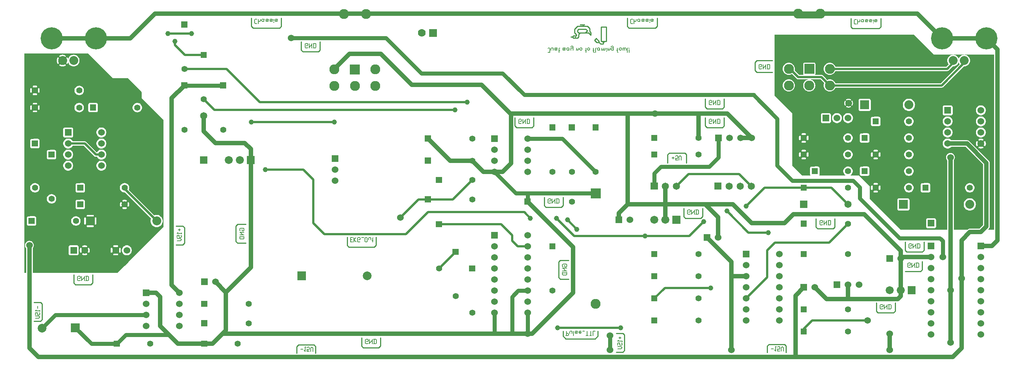
<source format=gbr>
G04 start of page 3 for group 1 idx 1 *
G04 Title: (unknown), solder *
G04 Creator: pcb 20110918 *
G04 CreationDate: Fri Mar  1 16:30:08 2013 UTC *
G04 For: fosse *
G04 Format: Gerber/RS-274X *
G04 PCB-Dimensions: 893500 333500 *
G04 PCB-Coordinate-Origin: lower left *
%MOIN*%
%FSLAX25Y25*%
%LNBOTTOM*%
%ADD57C,0.0472*%
%ADD56C,0.0860*%
%ADD55C,0.0420*%
%ADD54C,0.0520*%
%ADD53C,0.0280*%
%ADD52C,0.0380*%
%ADD51C,0.0460*%
%ADD50C,0.0720*%
%ADD49C,0.2000*%
%ADD48C,0.0800*%
%ADD47C,0.0650*%
%ADD46C,0.0787*%
%ADD45C,0.0900*%
%ADD44C,0.0700*%
%ADD43C,0.0600*%
%ADD42C,0.0550*%
%ADD41C,0.0070*%
%ADD40C,0.0090*%
%ADD39C,0.0100*%
%ADD38C,0.0400*%
%ADD37C,0.0350*%
%ADD36C,0.0200*%
%ADD35C,0.0001*%
G54D35*G36*
X874113Y286500D02*X882500D01*
Y128000D01*
X876743D01*
X877538Y128796D01*
X877628Y128872D01*
X877934Y129231D01*
X877935Y129231D01*
X878181Y129634D01*
X878362Y130070D01*
X878472Y130529D01*
X878509Y131000D01*
X878500Y131118D01*
Y188382D01*
X878509Y188500D01*
X878472Y188971D01*
X878362Y189430D01*
X878181Y189866D01*
X877935Y190269D01*
X877628Y190628D01*
X877538Y190704D01*
X874113Y194130D01*
Y203853D01*
X874156Y203860D01*
X874268Y203897D01*
X874373Y203952D01*
X874468Y204022D01*
X874551Y204106D01*
X874619Y204202D01*
X874670Y204308D01*
X874818Y204716D01*
X874922Y205137D01*
X874984Y205567D01*
X875005Y206000D01*
X874984Y206433D01*
X874922Y206863D01*
X874818Y207284D01*
X874675Y207694D01*
X874622Y207800D01*
X874553Y207896D01*
X874470Y207981D01*
X874375Y208051D01*
X874269Y208106D01*
X874157Y208143D01*
X874113Y208151D01*
Y213302D01*
X874152Y213347D01*
X874522Y213951D01*
X874793Y214605D01*
X874958Y215294D01*
X875000Y216000D01*
X874958Y216706D01*
X874793Y217395D01*
X874522Y218049D01*
X874152Y218653D01*
X874113Y218698D01*
Y223302D01*
X874152Y223347D01*
X874522Y223951D01*
X874793Y224605D01*
X874958Y225294D01*
X875000Y226000D01*
X874958Y226706D01*
X874793Y227395D01*
X874522Y228049D01*
X874152Y228653D01*
X874113Y228698D01*
Y233302D01*
X874152Y233347D01*
X874522Y233951D01*
X874793Y234605D01*
X874958Y235294D01*
X875000Y236000D01*
X874958Y236706D01*
X874793Y237395D01*
X874522Y238049D01*
X874152Y238653D01*
X874113Y238698D01*
Y286500D01*
G37*
G36*
Y228698D02*X873692Y229192D01*
X873153Y229652D01*
X872549Y230022D01*
X871895Y230293D01*
X871206Y230458D01*
X870500Y230514D01*
X870493Y230513D01*
Y231487D01*
X870500Y231486D01*
X871206Y231542D01*
X871895Y231707D01*
X872549Y231978D01*
X873153Y232348D01*
X873692Y232808D01*
X874113Y233302D01*
Y228698D01*
G37*
G36*
Y218698D02*X873692Y219192D01*
X873153Y219652D01*
X872549Y220022D01*
X871895Y220293D01*
X871206Y220458D01*
X870500Y220514D01*
X870493Y220513D01*
Y221487D01*
X870500Y221486D01*
X871206Y221542D01*
X871895Y221707D01*
X872549Y221978D01*
X873153Y222348D01*
X873692Y222808D01*
X874113Y223302D01*
Y218698D01*
G37*
G36*
Y194130D02*X870493Y197750D01*
Y201495D01*
X870500Y201495D01*
X870933Y201516D01*
X871363Y201578D01*
X871784Y201682D01*
X872194Y201825D01*
X872300Y201878D01*
X872396Y201947D01*
X872481Y202030D01*
X872551Y202125D01*
X872606Y202231D01*
X872643Y202343D01*
X872663Y202460D01*
X872664Y202579D01*
X872646Y202696D01*
X872610Y202809D01*
X872557Y202915D01*
X872488Y203012D01*
X872405Y203096D01*
X872309Y203167D01*
X872204Y203221D01*
X872092Y203259D01*
X871975Y203278D01*
X871856Y203279D01*
X871739Y203261D01*
X871626Y203223D01*
X871355Y203124D01*
X871075Y203056D01*
X870789Y203014D01*
X870500Y203000D01*
X870493Y203000D01*
Y209000D01*
X870500Y209000D01*
X870789Y208986D01*
X871075Y208944D01*
X871355Y208876D01*
X871628Y208780D01*
X871739Y208742D01*
X871856Y208725D01*
X871974Y208725D01*
X872091Y208745D01*
X872203Y208782D01*
X872307Y208836D01*
X872402Y208906D01*
X872485Y208991D01*
X872554Y209087D01*
X872607Y209192D01*
X872643Y209305D01*
X872660Y209421D01*
X872659Y209539D01*
X872640Y209656D01*
X872603Y209768D01*
X872548Y209873D01*
X872478Y209968D01*
X872394Y210051D01*
X872298Y210119D01*
X872192Y210170D01*
X871784Y210318D01*
X871363Y210422D01*
X870933Y210484D01*
X870500Y210505D01*
X870493Y210505D01*
Y211487D01*
X870500Y211486D01*
X871206Y211542D01*
X871895Y211707D01*
X872549Y211978D01*
X873153Y212348D01*
X873692Y212808D01*
X874113Y213302D01*
Y208151D01*
X874040Y208163D01*
X873921Y208164D01*
X873804Y208146D01*
X873691Y208110D01*
X873585Y208057D01*
X873488Y207988D01*
X873404Y207905D01*
X873333Y207809D01*
X873279Y207704D01*
X873241Y207592D01*
X873222Y207475D01*
X873221Y207356D01*
X873239Y207239D01*
X873277Y207126D01*
X873376Y206855D01*
X873444Y206575D01*
X873486Y206289D01*
X873500Y206000D01*
X873486Y205711D01*
X873444Y205425D01*
X873376Y205145D01*
X873280Y204872D01*
X873242Y204761D01*
X873225Y204644D01*
X873225Y204526D01*
X873245Y204409D01*
X873282Y204297D01*
X873336Y204193D01*
X873406Y204098D01*
X873491Y204015D01*
X873587Y203946D01*
X873692Y203893D01*
X873805Y203857D01*
X873921Y203840D01*
X874039Y203841D01*
X874113Y203853D01*
Y194130D01*
G37*
G36*
X870493Y286500D02*X874113D01*
Y238698D01*
X873692Y239192D01*
X873153Y239652D01*
X872549Y240022D01*
X871895Y240293D01*
X871206Y240458D01*
X870500Y240514D01*
X870493Y240513D01*
Y286500D01*
G37*
G36*
Y189264D02*X872500Y187257D01*
Y132243D01*
X870493Y130236D01*
Y189264D01*
G37*
G36*
X866887Y213302D02*X867308Y212808D01*
X867847Y212348D01*
X868451Y211978D01*
X869105Y211707D01*
X869794Y211542D01*
X870493Y211487D01*
Y210505D01*
X870067Y210484D01*
X869637Y210422D01*
X869216Y210318D01*
X868806Y210175D01*
X868700Y210122D01*
X868604Y210053D01*
X868519Y209970D01*
X868449Y209875D01*
X868394Y209769D01*
X868357Y209657D01*
X868337Y209540D01*
X868336Y209421D01*
X868354Y209304D01*
X868390Y209191D01*
X868443Y209085D01*
X868512Y208988D01*
X868595Y208904D01*
X868691Y208833D01*
X868796Y208779D01*
X868908Y208741D01*
X869025Y208722D01*
X869144Y208721D01*
X869261Y208739D01*
X869374Y208777D01*
X869645Y208876D01*
X869925Y208944D01*
X870211Y208986D01*
X870493Y209000D01*
Y203000D01*
X870211Y203014D01*
X869925Y203056D01*
X869645Y203124D01*
X869372Y203220D01*
X869261Y203258D01*
X869144Y203275D01*
X869026Y203275D01*
X868909Y203255D01*
X868797Y203218D01*
X868693Y203164D01*
X868598Y203094D01*
X868515Y203009D01*
X868446Y202913D01*
X868393Y202808D01*
X868357Y202695D01*
X868340Y202579D01*
X868341Y202461D01*
X868360Y202344D01*
X868397Y202232D01*
X868452Y202127D01*
X868522Y202032D01*
X868606Y201949D01*
X868702Y201881D01*
X868808Y201830D01*
X869216Y201682D01*
X869637Y201578D01*
X870067Y201516D01*
X870493Y201495D01*
Y197750D01*
X866887Y201356D01*
Y203849D01*
X866960Y203837D01*
X867079Y203836D01*
X867196Y203854D01*
X867309Y203890D01*
X867415Y203943D01*
X867512Y204012D01*
X867596Y204095D01*
X867667Y204191D01*
X867721Y204296D01*
X867759Y204408D01*
X867778Y204525D01*
X867779Y204644D01*
X867761Y204761D01*
X867723Y204874D01*
X867624Y205145D01*
X867556Y205425D01*
X867514Y205711D01*
X867500Y206000D01*
X867514Y206289D01*
X867556Y206575D01*
X867624Y206855D01*
X867720Y207128D01*
X867758Y207239D01*
X867775Y207356D01*
X867775Y207474D01*
X867755Y207591D01*
X867718Y207703D01*
X867664Y207807D01*
X867594Y207902D01*
X867509Y207985D01*
X867413Y208054D01*
X867308Y208107D01*
X867195Y208143D01*
X867079Y208160D01*
X866961Y208159D01*
X866887Y208147D01*
Y213302D01*
G37*
G36*
Y223302D02*X867308Y222808D01*
X867847Y222348D01*
X868451Y221978D01*
X869105Y221707D01*
X869794Y221542D01*
X870493Y221487D01*
Y220513D01*
X869794Y220458D01*
X869105Y220293D01*
X868451Y220022D01*
X867847Y219652D01*
X867308Y219192D01*
X866887Y218698D01*
Y223302D01*
G37*
G36*
Y233302D02*X867308Y232808D01*
X867847Y232348D01*
X868451Y231978D01*
X869105Y231707D01*
X869794Y231542D01*
X870493Y231487D01*
Y230513D01*
X869794Y230458D01*
X869105Y230293D01*
X868451Y230022D01*
X867847Y229652D01*
X867308Y229192D01*
X866887Y228698D01*
Y233302D01*
G37*
G36*
Y286500D02*X870493D01*
Y240513D01*
X869794Y240458D01*
X869105Y240293D01*
X868451Y240022D01*
X867847Y239652D01*
X867308Y239192D01*
X866887Y238698D01*
Y286500D01*
G37*
G36*
Y192870D02*X870493Y189264D01*
Y130236D01*
X869257Y129000D01*
X866887D01*
Y192870D01*
G37*
G36*
X840493Y279369D02*X840808Y278609D01*
X841240Y277905D01*
X841395Y277723D01*
X840493Y276821D01*
Y279369D01*
G37*
G36*
Y271562D02*X840620Y271592D01*
X840911Y271712D01*
X841179Y271877D01*
X841419Y272081D01*
X841470Y272141D01*
X845094Y275766D01*
X845500Y275734D01*
X846324Y275799D01*
X847127Y275992D01*
X847891Y276308D01*
X848595Y276740D01*
X849224Y277276D01*
X849760Y277905D01*
X850192Y278609D01*
X850500Y279352D01*
X850808Y278609D01*
X851240Y277905D01*
X851395Y277723D01*
X840493Y266821D01*
Y271562D01*
G37*
G36*
Y286500D02*X866887D01*
Y238698D01*
X866848Y238653D01*
X866478Y238049D01*
X866207Y237395D01*
X866042Y236706D01*
X865986Y236000D01*
X866042Y235294D01*
X866207Y234605D01*
X866478Y233951D01*
X866848Y233347D01*
X866887Y233302D01*
Y228698D01*
X866848Y228653D01*
X866478Y228049D01*
X866207Y227395D01*
X866042Y226706D01*
X865986Y226000D01*
X866042Y225294D01*
X866207Y224605D01*
X866478Y223951D01*
X866848Y223347D01*
X866887Y223302D01*
Y218698D01*
X866848Y218653D01*
X866478Y218049D01*
X866207Y217395D01*
X866042Y216706D01*
X865986Y216000D01*
X866042Y215294D01*
X866207Y214605D01*
X866478Y213951D01*
X866848Y213347D01*
X866887Y213302D01*
Y208147D01*
X866844Y208140D01*
X866732Y208103D01*
X866627Y208048D01*
X866532Y207978D01*
X866449Y207894D01*
X866381Y207798D01*
X866330Y207692D01*
X866182Y207284D01*
X866078Y206863D01*
X866016Y206433D01*
X865995Y206000D01*
X866016Y205567D01*
X866078Y205137D01*
X866182Y204716D01*
X866325Y204306D01*
X866378Y204200D01*
X866447Y204104D01*
X866530Y204019D01*
X866625Y203949D01*
X866731Y203894D01*
X866843Y203857D01*
X866887Y203849D01*
Y201356D01*
X860204Y208038D01*
X860128Y208128D01*
X859769Y208435D01*
X859366Y208681D01*
X858930Y208862D01*
X858471Y208972D01*
X858471Y208972D01*
X858000Y209009D01*
X857882Y209000D01*
X843856D01*
X843692Y209192D01*
X843153Y209652D01*
X842549Y210022D01*
X841895Y210293D01*
X841206Y210458D01*
X840500Y210514D01*
X840493Y210513D01*
Y211487D01*
X840500Y211486D01*
X841206Y211542D01*
X841895Y211707D01*
X842549Y211978D01*
X843153Y212348D01*
X843692Y212808D01*
X844152Y213347D01*
X844522Y213951D01*
X844793Y214605D01*
X844958Y215294D01*
X845000Y216000D01*
X844958Y216706D01*
X844793Y217395D01*
X844522Y218049D01*
X844152Y218653D01*
X843692Y219192D01*
X843153Y219652D01*
X842549Y220022D01*
X841895Y220293D01*
X841206Y220458D01*
X840500Y220514D01*
X840493Y220513D01*
Y221487D01*
X840500Y221486D01*
X841206Y221542D01*
X841895Y221707D01*
X842549Y221978D01*
X843153Y222348D01*
X843692Y222808D01*
X844152Y223347D01*
X844522Y223951D01*
X844793Y224605D01*
X844958Y225294D01*
X845000Y226000D01*
X844958Y226706D01*
X844793Y227395D01*
X844522Y228049D01*
X844152Y228653D01*
X843692Y229192D01*
X843153Y229652D01*
X842549Y230022D01*
X841895Y230293D01*
X841206Y230458D01*
X840500Y230514D01*
X840493Y230513D01*
Y231507D01*
X843735Y231514D01*
X843965Y231569D01*
X844183Y231659D01*
X844384Y231783D01*
X844564Y231936D01*
X844717Y232116D01*
X844841Y232317D01*
X844931Y232535D01*
X844986Y232765D01*
X845000Y233000D01*
X844986Y239235D01*
X844931Y239465D01*
X844841Y239683D01*
X844717Y239884D01*
X844564Y240064D01*
X844384Y240217D01*
X844183Y240341D01*
X843965Y240431D01*
X843735Y240486D01*
X843500Y240500D01*
X840493Y240493D01*
Y261165D01*
X855094Y275766D01*
X855500Y275734D01*
X856324Y275799D01*
X857127Y275992D01*
X857891Y276308D01*
X858595Y276740D01*
X859224Y277276D01*
X859760Y277905D01*
X860192Y278609D01*
X860508Y279373D01*
X860701Y280176D01*
X860750Y281000D01*
X860701Y281824D01*
X860508Y282627D01*
X860192Y283391D01*
X859760Y284095D01*
X859224Y284724D01*
X858595Y285260D01*
X857891Y285692D01*
X857127Y286008D01*
X856324Y286201D01*
X855500Y286266D01*
X854676Y286201D01*
X853873Y286008D01*
X853109Y285692D01*
X852405Y285260D01*
X851776Y284724D01*
X851240Y284095D01*
X850808Y283391D01*
X850500Y282648D01*
X850192Y283391D01*
X849760Y284095D01*
X849224Y284724D01*
X848595Y285260D01*
X847891Y285692D01*
X847127Y286008D01*
X846324Y286201D01*
X845500Y286266D01*
X844676Y286201D01*
X843873Y286008D01*
X843109Y285692D01*
X842405Y285260D01*
X841776Y284724D01*
X841240Y284095D01*
X840808Y283391D01*
X840493Y282631D01*
Y286500D01*
G37*
G36*
X860493Y199264D02*X866887Y192870D01*
Y129000D01*
X860618D01*
X860500Y129009D01*
X860493Y129009D01*
Y145484D01*
X860500Y145483D01*
X861363Y145551D01*
X862205Y145753D01*
X863005Y146084D01*
X863743Y146537D01*
X864401Y147099D01*
X864963Y147757D01*
X865416Y148495D01*
X865747Y149295D01*
X865949Y150137D01*
X866000Y151000D01*
X865949Y151863D01*
X865747Y152705D01*
X865416Y153505D01*
X864963Y154243D01*
X864401Y154901D01*
X863743Y155463D01*
X863005Y155916D01*
X862205Y156247D01*
X861363Y156449D01*
X860500Y156517D01*
X860493Y156516D01*
Y161737D01*
X860500Y161737D01*
X861167Y161789D01*
X861817Y161946D01*
X862435Y162202D01*
X863006Y162551D01*
X863514Y162986D01*
X863949Y163494D01*
X864298Y164065D01*
X864554Y164683D01*
X864711Y165333D01*
X864750Y166000D01*
X864711Y166667D01*
X864554Y167317D01*
X864298Y167935D01*
X863949Y168506D01*
X863514Y169014D01*
X863006Y169449D01*
X862435Y169798D01*
X861817Y170054D01*
X861167Y170211D01*
X860500Y170263D01*
X860493Y170263D01*
Y199264D01*
G37*
G36*
X845515Y203000D02*X856757D01*
X860493Y199264D01*
Y170263D01*
X859833Y170211D01*
X859183Y170054D01*
X858565Y169798D01*
X857994Y169449D01*
X857486Y169014D01*
X857051Y168506D01*
X856702Y167935D01*
X856446Y167317D01*
X856289Y166667D01*
X856237Y166000D01*
X856289Y165333D01*
X856446Y164683D01*
X856702Y164065D01*
X857051Y163494D01*
X857486Y162986D01*
X857994Y162551D01*
X858565Y162202D01*
X859183Y161946D01*
X859833Y161789D01*
X860493Y161737D01*
Y156516D01*
X859637Y156449D01*
X858795Y156247D01*
X857995Y155916D01*
X857257Y155463D01*
X856599Y154901D01*
X856037Y154243D01*
X855584Y153505D01*
X855253Y152705D01*
X855051Y151863D01*
X854983Y151000D01*
X855051Y150137D01*
X855253Y149295D01*
X855584Y148495D01*
X856037Y147757D01*
X856599Y147099D01*
X857257Y146537D01*
X857995Y146084D01*
X858795Y145753D01*
X859637Y145551D01*
X860493Y145484D01*
Y129009D01*
X860029Y128972D01*
X859570Y128862D01*
X859134Y128681D01*
X858731Y128435D01*
X858731Y128434D01*
X858372Y128128D01*
X858296Y128038D01*
X858257Y128000D01*
X846000D01*
Y190854D01*
X846246Y191142D01*
X846575Y191678D01*
X846816Y192260D01*
X846963Y192872D01*
X847000Y193500D01*
X846963Y194128D01*
X846816Y194740D01*
X846575Y195322D01*
X846246Y195858D01*
X845837Y196337D01*
X845358Y196746D01*
X844822Y197075D01*
X844240Y197316D01*
X843628Y197463D01*
X843000Y197512D01*
X842372Y197463D01*
X841760Y197316D01*
X841178Y197075D01*
X840642Y196746D01*
X840493Y196619D01*
Y201487D01*
X840500Y201486D01*
X841206Y201542D01*
X841895Y201707D01*
X842549Y201978D01*
X843153Y202348D01*
X843692Y202808D01*
X843856Y203000D01*
X845515D01*
G37*
G36*
X751002Y271500D02*X839922D01*
X840000Y271494D01*
X840314Y271519D01*
X840314Y271519D01*
X840493Y271562D01*
Y266821D01*
X834172Y260500D01*
X751002D01*
Y271500D01*
G37*
G36*
Y304500D02*X810000D01*
X828000Y286500D01*
X840493D01*
Y282631D01*
X840492Y282627D01*
X840299Y281824D01*
X840234Y281000D01*
X840299Y280176D01*
X840492Y279373D01*
X840493Y279369D01*
Y276821D01*
X839172Y275500D01*
X751002D01*
Y304500D01*
G37*
G36*
X840493Y196619D02*X840163Y196337D01*
X839754Y195858D01*
X839425Y195322D01*
X839184Y194740D01*
X839037Y194128D01*
X838988Y193500D01*
X839037Y192872D01*
X839184Y192260D01*
X839425Y191678D01*
X839754Y191142D01*
X840000Y190854D01*
Y128000D01*
X825500D01*
Y129507D01*
X828735Y129514D01*
X828965Y129569D01*
X829183Y129659D01*
X829384Y129783D01*
X829564Y129936D01*
X829717Y130116D01*
X829841Y130317D01*
X829931Y130535D01*
X829986Y130765D01*
X830000Y131000D01*
X829986Y137235D01*
X829931Y137465D01*
X829841Y137683D01*
X829717Y137884D01*
X829564Y138064D01*
X829384Y138217D01*
X829183Y138341D01*
X828965Y138431D01*
X828735Y138486D01*
X828500Y138500D01*
X825500Y138493D01*
Y256500D01*
X834922D01*
X835000Y256494D01*
X835314Y256519D01*
X835314Y256519D01*
X835620Y256592D01*
X835911Y256712D01*
X836179Y256877D01*
X836419Y257081D01*
X836470Y257141D01*
X840493Y261165D01*
Y240493D01*
X837265Y240486D01*
X837035Y240431D01*
X836817Y240341D01*
X836616Y240217D01*
X836436Y240064D01*
X836283Y239884D01*
X836159Y239683D01*
X836069Y239465D01*
X836014Y239235D01*
X836000Y239000D01*
X836014Y232765D01*
X836069Y232535D01*
X836159Y232317D01*
X836283Y232116D01*
X836436Y231936D01*
X836616Y231783D01*
X836817Y231659D01*
X837035Y231569D01*
X837265Y231514D01*
X837500Y231500D01*
X840493Y231507D01*
Y230513D01*
X839794Y230458D01*
X839105Y230293D01*
X838451Y230022D01*
X837847Y229652D01*
X837308Y229192D01*
X836848Y228653D01*
X836478Y228049D01*
X836207Y227395D01*
X836042Y226706D01*
X835986Y226000D01*
X836042Y225294D01*
X836207Y224605D01*
X836478Y223951D01*
X836848Y223347D01*
X837308Y222808D01*
X837847Y222348D01*
X838451Y221978D01*
X839105Y221707D01*
X839794Y221542D01*
X840493Y221487D01*
Y220513D01*
X839794Y220458D01*
X839105Y220293D01*
X838451Y220022D01*
X837847Y219652D01*
X837308Y219192D01*
X836848Y218653D01*
X836478Y218049D01*
X836207Y217395D01*
X836042Y216706D01*
X835986Y216000D01*
X836042Y215294D01*
X836207Y214605D01*
X836478Y213951D01*
X836848Y213347D01*
X837308Y212808D01*
X837847Y212348D01*
X838451Y211978D01*
X839105Y211707D01*
X839794Y211542D01*
X840493Y211487D01*
Y210513D01*
X839794Y210458D01*
X839105Y210293D01*
X838451Y210022D01*
X837847Y209652D01*
X837308Y209192D01*
X836848Y208653D01*
X836478Y208049D01*
X836207Y207395D01*
X836042Y206706D01*
X835986Y206000D01*
X836042Y205294D01*
X836207Y204605D01*
X836478Y203951D01*
X836848Y203347D01*
X837308Y202808D01*
X837847Y202348D01*
X838451Y201978D01*
X839105Y201707D01*
X839794Y201542D01*
X840493Y201487D01*
Y196619D01*
G37*
G36*
X825500Y128000D02*X820500D01*
Y161757D01*
X823485Y161764D01*
X823715Y161819D01*
X823933Y161909D01*
X824134Y162033D01*
X824314Y162186D01*
X824467Y162366D01*
X824591Y162567D01*
X824681Y162785D01*
X824736Y163015D01*
X824750Y163250D01*
X824736Y168985D01*
X824681Y169215D01*
X824591Y169433D01*
X824467Y169634D01*
X824314Y169814D01*
X824134Y169967D01*
X823933Y170091D01*
X823715Y170181D01*
X823485Y170236D01*
X823250Y170250D01*
X820500Y170243D01*
Y256500D01*
X825500D01*
Y138493D01*
X822265Y138486D01*
X822035Y138431D01*
X821817Y138341D01*
X821616Y138217D01*
X821436Y138064D01*
X821283Y137884D01*
X821159Y137683D01*
X821069Y137465D01*
X821014Y137235D01*
X821000Y137000D01*
X821014Y130765D01*
X821069Y130535D01*
X821159Y130317D01*
X821283Y130116D01*
X821436Y129936D01*
X821616Y129783D01*
X821817Y129659D01*
X822035Y129569D01*
X822265Y129514D01*
X822500Y129500D01*
X825500Y129507D01*
Y128000D01*
G37*
G36*
X820500D02*X805493D01*
Y145876D01*
X805564Y145936D01*
X805717Y146116D01*
X805841Y146317D01*
X805931Y146535D01*
X805986Y146765D01*
X806000Y147000D01*
X805986Y155235D01*
X805931Y155465D01*
X805841Y155683D01*
X805717Y155884D01*
X805564Y156064D01*
X805493Y156124D01*
Y161737D01*
X805500Y161737D01*
X806167Y161789D01*
X806817Y161946D01*
X807435Y162202D01*
X808006Y162551D01*
X808514Y162986D01*
X808949Y163494D01*
X809298Y164065D01*
X809554Y164683D01*
X809711Y165333D01*
X809750Y166000D01*
X809711Y166667D01*
X809554Y167317D01*
X809298Y167935D01*
X808949Y168506D01*
X808514Y169014D01*
X808006Y169449D01*
X807435Y169798D01*
X806817Y170054D01*
X806167Y170211D01*
X805500Y170263D01*
X805493Y170263D01*
Y176737D01*
X805500Y176737D01*
X806167Y176789D01*
X806817Y176946D01*
X807435Y177202D01*
X808006Y177551D01*
X808514Y177986D01*
X808949Y178494D01*
X809298Y179065D01*
X809554Y179683D01*
X809711Y180333D01*
X809750Y181000D01*
X809711Y181667D01*
X809554Y182317D01*
X809298Y182935D01*
X808949Y183506D01*
X808514Y184014D01*
X808006Y184449D01*
X807435Y184798D01*
X806817Y185054D01*
X806167Y185211D01*
X805500Y185263D01*
X805493Y185263D01*
Y191737D01*
X805500Y191737D01*
X806167Y191789D01*
X806817Y191946D01*
X807435Y192202D01*
X808006Y192551D01*
X808514Y192986D01*
X808949Y193494D01*
X809298Y194065D01*
X809554Y194683D01*
X809711Y195333D01*
X809750Y196000D01*
X809711Y196667D01*
X809554Y197317D01*
X809298Y197935D01*
X808949Y198506D01*
X808514Y199014D01*
X808006Y199449D01*
X807435Y199798D01*
X806817Y200054D01*
X806167Y200211D01*
X805500Y200263D01*
X805493Y200263D01*
Y206737D01*
X805500Y206737D01*
X806167Y206789D01*
X806817Y206946D01*
X807435Y207202D01*
X808006Y207551D01*
X808514Y207986D01*
X808949Y208494D01*
X809298Y209065D01*
X809554Y209683D01*
X809711Y210333D01*
X809750Y211000D01*
X809711Y211667D01*
X809554Y212317D01*
X809298Y212935D01*
X808949Y213506D01*
X808514Y214014D01*
X808006Y214449D01*
X807435Y214798D01*
X806817Y215054D01*
X806167Y215211D01*
X805500Y215263D01*
X805493Y215263D01*
Y221737D01*
X805500Y221737D01*
X806167Y221789D01*
X806817Y221946D01*
X807435Y222202D01*
X808006Y222551D01*
X808514Y222986D01*
X808949Y223494D01*
X809298Y224065D01*
X809554Y224683D01*
X809711Y225333D01*
X809750Y226000D01*
X809711Y226667D01*
X809554Y227317D01*
X809298Y227935D01*
X808949Y228506D01*
X808514Y229014D01*
X808006Y229449D01*
X807435Y229798D01*
X806817Y230054D01*
X806167Y230211D01*
X805500Y230263D01*
X805493Y230263D01*
Y235484D01*
X805500Y235483D01*
X806363Y235551D01*
X807205Y235753D01*
X808005Y236084D01*
X808743Y236537D01*
X809401Y237099D01*
X809963Y237757D01*
X810416Y238495D01*
X810747Y239295D01*
X810949Y240137D01*
X811000Y241000D01*
X810949Y241863D01*
X810747Y242705D01*
X810416Y243505D01*
X809963Y244243D01*
X809401Y244901D01*
X808743Y245463D01*
X808005Y245916D01*
X807205Y246247D01*
X806363Y246449D01*
X805500Y246517D01*
X805493Y246516D01*
Y256500D01*
X820500D01*
Y170243D01*
X817515Y170236D01*
X817285Y170181D01*
X817067Y170091D01*
X816866Y169967D01*
X816686Y169814D01*
X816533Y169634D01*
X816409Y169433D01*
X816319Y169215D01*
X816264Y168985D01*
X816250Y168750D01*
X816264Y163015D01*
X816319Y162785D01*
X816409Y162567D01*
X816533Y162366D01*
X816686Y162186D01*
X816866Y162033D01*
X817067Y161909D01*
X817285Y161819D01*
X817515Y161764D01*
X817750Y161750D01*
X820500Y161757D01*
Y128000D01*
G37*
G36*
X805493D02*X798000D01*
X779000Y147000D01*
Y163998D01*
X779118Y164007D01*
X779232Y164035D01*
X779342Y164080D01*
X779442Y164141D01*
X779532Y164218D01*
X779609Y164308D01*
X779670Y164408D01*
X779715Y164518D01*
X779743Y164632D01*
X779750Y164750D01*
Y167250D01*
X779743Y167368D01*
X779715Y167482D01*
X779670Y167592D01*
X779609Y167692D01*
X779532Y167782D01*
X779442Y167859D01*
X779342Y167920D01*
X779232Y167965D01*
X779118Y167993D01*
X779000Y168002D01*
Y193998D01*
X779118Y194007D01*
X779232Y194035D01*
X779342Y194080D01*
X779442Y194141D01*
X779532Y194218D01*
X779609Y194308D01*
X779670Y194408D01*
X779715Y194518D01*
X779743Y194632D01*
X779750Y194750D01*
Y197250D01*
X779743Y197368D01*
X779715Y197482D01*
X779670Y197592D01*
X779609Y197692D01*
X779532Y197782D01*
X779442Y197859D01*
X779342Y197920D01*
X779232Y197965D01*
X779118Y197993D01*
X779000Y198002D01*
Y221950D01*
X779134Y222033D01*
X779314Y222186D01*
X779467Y222366D01*
X779591Y222567D01*
X779681Y222785D01*
X779736Y223015D01*
X779750Y223250D01*
X779736Y228985D01*
X779681Y229215D01*
X779591Y229433D01*
X779467Y229634D01*
X779314Y229814D01*
X779134Y229967D01*
X779000Y230050D01*
Y256500D01*
X805493D01*
Y246516D01*
X804637Y246449D01*
X803795Y246247D01*
X802995Y245916D01*
X802257Y245463D01*
X801599Y244901D01*
X801037Y244243D01*
X800584Y243505D01*
X800253Y242705D01*
X800051Y241863D01*
X799983Y241000D01*
X800051Y240137D01*
X800253Y239295D01*
X800584Y238495D01*
X801037Y237757D01*
X801599Y237099D01*
X802257Y236537D01*
X802995Y236084D01*
X803795Y235753D01*
X804637Y235551D01*
X805493Y235484D01*
Y230263D01*
X804833Y230211D01*
X804183Y230054D01*
X803565Y229798D01*
X802994Y229449D01*
X802486Y229014D01*
X802051Y228506D01*
X801702Y227935D01*
X801446Y227317D01*
X801289Y226667D01*
X801237Y226000D01*
X801289Y225333D01*
X801446Y224683D01*
X801702Y224065D01*
X802051Y223494D01*
X802486Y222986D01*
X802994Y222551D01*
X803565Y222202D01*
X804183Y221946D01*
X804833Y221789D01*
X805493Y221737D01*
Y215263D01*
X804833Y215211D01*
X804183Y215054D01*
X803565Y214798D01*
X802994Y214449D01*
X802486Y214014D01*
X802051Y213506D01*
X801702Y212935D01*
X801446Y212317D01*
X801289Y211667D01*
X801237Y211000D01*
X801289Y210333D01*
X801446Y209683D01*
X801702Y209065D01*
X802051Y208494D01*
X802486Y207986D01*
X802994Y207551D01*
X803565Y207202D01*
X804183Y206946D01*
X804833Y206789D01*
X805493Y206737D01*
Y200263D01*
X804833Y200211D01*
X804183Y200054D01*
X803565Y199798D01*
X802994Y199449D01*
X802486Y199014D01*
X802051Y198506D01*
X801702Y197935D01*
X801446Y197317D01*
X801289Y196667D01*
X801237Y196000D01*
X801289Y195333D01*
X801446Y194683D01*
X801702Y194065D01*
X802051Y193494D01*
X802486Y192986D01*
X802994Y192551D01*
X803565Y192202D01*
X804183Y191946D01*
X804833Y191789D01*
X805493Y191737D01*
Y185263D01*
X804833Y185211D01*
X804183Y185054D01*
X803565Y184798D01*
X802994Y184449D01*
X802486Y184014D01*
X802051Y183506D01*
X801702Y182935D01*
X801446Y182317D01*
X801289Y181667D01*
X801237Y181000D01*
X801289Y180333D01*
X801446Y179683D01*
X801702Y179065D01*
X802051Y178494D01*
X802486Y177986D01*
X802994Y177551D01*
X803565Y177202D01*
X804183Y176946D01*
X804833Y176789D01*
X805493Y176737D01*
Y170263D01*
X804833Y170211D01*
X804183Y170054D01*
X803565Y169798D01*
X802994Y169449D01*
X802486Y169014D01*
X802051Y168506D01*
X801702Y167935D01*
X801446Y167317D01*
X801289Y166667D01*
X801237Y166000D01*
X801289Y165333D01*
X801446Y164683D01*
X801702Y164065D01*
X802051Y163494D01*
X802486Y162986D01*
X802994Y162551D01*
X803565Y162202D01*
X804183Y161946D01*
X804833Y161789D01*
X805493Y161737D01*
Y156124D01*
X805384Y156217D01*
X805183Y156341D01*
X804965Y156431D01*
X804735Y156486D01*
X804500Y156500D01*
X796265Y156486D01*
X796035Y156431D01*
X795817Y156341D01*
X795616Y156217D01*
X795436Y156064D01*
X795283Y155884D01*
X795159Y155683D01*
X795069Y155465D01*
X795014Y155235D01*
X795000Y155000D01*
X795014Y146765D01*
X795069Y146535D01*
X795159Y146317D01*
X795283Y146116D01*
X795436Y145936D01*
X795616Y145783D01*
X795817Y145659D01*
X796035Y145569D01*
X796265Y145514D01*
X796500Y145500D01*
X804735Y145514D01*
X804965Y145569D01*
X805183Y145659D01*
X805384Y145783D01*
X805493Y145876D01*
Y128000D01*
G37*
G36*
X779000Y230050D02*X778933Y230091D01*
X778715Y230181D01*
X778485Y230236D01*
X778250Y230250D01*
X775500Y230243D01*
Y256500D01*
X779000D01*
Y230050D01*
G37*
G36*
Y147000D02*X775500Y150500D01*
Y161750D01*
X776750D01*
X776868Y161757D01*
X776982Y161785D01*
X777092Y161830D01*
X777192Y161891D01*
X777282Y161968D01*
X777359Y162058D01*
X777420Y162158D01*
X777465Y162268D01*
X777493Y162382D01*
X777502Y162500D01*
X777493Y162618D01*
X777465Y162732D01*
X777420Y162842D01*
X777359Y162942D01*
X777282Y163032D01*
X777192Y163109D01*
X777092Y163170D01*
X776982Y163215D01*
X776868Y163243D01*
X776750Y163250D01*
X775500D01*
Y168750D01*
X776750D01*
X776868Y168757D01*
X776982Y168785D01*
X777092Y168830D01*
X777192Y168891D01*
X777282Y168968D01*
X777359Y169058D01*
X777420Y169158D01*
X777465Y169268D01*
X777493Y169382D01*
X777502Y169500D01*
X777493Y169618D01*
X777465Y169732D01*
X777420Y169842D01*
X777359Y169942D01*
X777282Y170032D01*
X777192Y170109D01*
X777092Y170170D01*
X776982Y170215D01*
X776868Y170243D01*
X776750Y170250D01*
X775500D01*
Y191750D01*
X776750D01*
X776868Y191757D01*
X776982Y191785D01*
X777092Y191830D01*
X777192Y191891D01*
X777282Y191968D01*
X777359Y192058D01*
X777420Y192158D01*
X777465Y192268D01*
X777493Y192382D01*
X777502Y192500D01*
X777493Y192618D01*
X777465Y192732D01*
X777420Y192842D01*
X777359Y192942D01*
X777282Y193032D01*
X777192Y193109D01*
X777092Y193170D01*
X776982Y193215D01*
X776868Y193243D01*
X776750Y193250D01*
X775500D01*
Y198750D01*
X776750D01*
X776868Y198757D01*
X776982Y198785D01*
X777092Y198830D01*
X777192Y198891D01*
X777282Y198968D01*
X777359Y199058D01*
X777420Y199158D01*
X777465Y199268D01*
X777493Y199382D01*
X777502Y199500D01*
X777493Y199618D01*
X777465Y199732D01*
X777420Y199842D01*
X777359Y199942D01*
X777282Y200032D01*
X777192Y200109D01*
X777092Y200170D01*
X776982Y200215D01*
X776868Y200243D01*
X776750Y200250D01*
X775500D01*
Y221757D01*
X778485Y221764D01*
X778715Y221819D01*
X778933Y221909D01*
X779000Y221950D01*
Y198002D01*
X778882Y197993D01*
X778768Y197965D01*
X778658Y197920D01*
X778558Y197859D01*
X778468Y197782D01*
X778391Y197692D01*
X778330Y197592D01*
X778285Y197482D01*
X778257Y197368D01*
X778250Y197250D01*
Y194750D01*
X778257Y194632D01*
X778285Y194518D01*
X778330Y194408D01*
X778391Y194308D01*
X778468Y194218D01*
X778558Y194141D01*
X778658Y194080D01*
X778768Y194035D01*
X778882Y194007D01*
X779000Y193998D01*
Y168002D01*
X778882Y167993D01*
X778768Y167965D01*
X778658Y167920D01*
X778558Y167859D01*
X778468Y167782D01*
X778391Y167692D01*
X778330Y167592D01*
X778285Y167482D01*
X778257Y167368D01*
X778250Y167250D01*
Y164750D01*
X778257Y164632D01*
X778285Y164518D01*
X778330Y164408D01*
X778391Y164308D01*
X778468Y164218D01*
X778558Y164141D01*
X778658Y164080D01*
X778768Y164035D01*
X778882Y164007D01*
X779000Y163998D01*
Y147000D01*
G37*
G36*
X772000Y256500D02*X775500D01*
Y230243D01*
X772515Y230236D01*
X772285Y230181D01*
X772067Y230091D01*
X772000Y230050D01*
Y256500D01*
G37*
G36*
X775500Y150500D02*X772000Y154000D01*
Y163998D01*
X772118Y164007D01*
X772232Y164035D01*
X772342Y164080D01*
X772442Y164141D01*
X772532Y164218D01*
X772609Y164308D01*
X772670Y164408D01*
X772715Y164518D01*
X772743Y164632D01*
X772750Y164750D01*
Y167250D01*
X772743Y167368D01*
X772715Y167482D01*
X772670Y167592D01*
X772609Y167692D01*
X772532Y167782D01*
X772442Y167859D01*
X772342Y167920D01*
X772232Y167965D01*
X772118Y167993D01*
X772000Y168002D01*
Y193998D01*
X772118Y194007D01*
X772232Y194035D01*
X772342Y194080D01*
X772442Y194141D01*
X772532Y194218D01*
X772609Y194308D01*
X772670Y194408D01*
X772715Y194518D01*
X772743Y194632D01*
X772750Y194750D01*
Y197250D01*
X772743Y197368D01*
X772715Y197482D01*
X772670Y197592D01*
X772609Y197692D01*
X772532Y197782D01*
X772442Y197859D01*
X772342Y197920D01*
X772232Y197965D01*
X772118Y197993D01*
X772000Y198002D01*
Y221950D01*
X772067Y221909D01*
X772285Y221819D01*
X772515Y221764D01*
X772750Y221750D01*
X775500Y221757D01*
Y200250D01*
X774250D01*
X774132Y200243D01*
X774018Y200215D01*
X773908Y200170D01*
X773808Y200109D01*
X773718Y200032D01*
X773641Y199942D01*
X773580Y199842D01*
X773535Y199732D01*
X773507Y199618D01*
X773498Y199500D01*
X773507Y199382D01*
X773535Y199268D01*
X773580Y199158D01*
X773641Y199058D01*
X773718Y198968D01*
X773808Y198891D01*
X773908Y198830D01*
X774018Y198785D01*
X774132Y198757D01*
X774250Y198750D01*
X775500D01*
Y193250D01*
X774250D01*
X774132Y193243D01*
X774018Y193215D01*
X773908Y193170D01*
X773808Y193109D01*
X773718Y193032D01*
X773641Y192942D01*
X773580Y192842D01*
X773535Y192732D01*
X773507Y192618D01*
X773498Y192500D01*
X773507Y192382D01*
X773535Y192268D01*
X773580Y192158D01*
X773641Y192058D01*
X773718Y191968D01*
X773808Y191891D01*
X773908Y191830D01*
X774018Y191785D01*
X774132Y191757D01*
X774250Y191750D01*
X775500D01*
Y170250D01*
X774250D01*
X774132Y170243D01*
X774018Y170215D01*
X773908Y170170D01*
X773808Y170109D01*
X773718Y170032D01*
X773641Y169942D01*
X773580Y169842D01*
X773535Y169732D01*
X773507Y169618D01*
X773498Y169500D01*
X773507Y169382D01*
X773535Y169268D01*
X773580Y169158D01*
X773641Y169058D01*
X773718Y168968D01*
X773808Y168891D01*
X773908Y168830D01*
X774018Y168785D01*
X774132Y168757D01*
X774250Y168750D01*
X775500D01*
Y163250D01*
X774250D01*
X774132Y163243D01*
X774018Y163215D01*
X773908Y163170D01*
X773808Y163109D01*
X773718Y163032D01*
X773641Y162942D01*
X773580Y162842D01*
X773535Y162732D01*
X773507Y162618D01*
X773498Y162500D01*
X773507Y162382D01*
X773535Y162268D01*
X773580Y162158D01*
X773641Y162058D01*
X773718Y161968D01*
X773808Y161891D01*
X773908Y161830D01*
X774018Y161785D01*
X774132Y161757D01*
X774250Y161750D01*
X775500D01*
Y150500D01*
G37*
G36*
X772000Y154000D02*X770000Y156000D01*
Y167500D01*
X765500Y172000D01*
Y176757D01*
X768485Y176764D01*
X768715Y176819D01*
X768933Y176909D01*
X769134Y177033D01*
X769314Y177186D01*
X769467Y177366D01*
X769591Y177567D01*
X769681Y177785D01*
X769736Y178015D01*
X769750Y178250D01*
X769736Y183985D01*
X769681Y184215D01*
X769591Y184433D01*
X769467Y184634D01*
X769314Y184814D01*
X769134Y184967D01*
X768933Y185091D01*
X768715Y185181D01*
X768485Y185236D01*
X768250Y185250D01*
X765500Y185243D01*
Y206757D01*
X768485Y206764D01*
X768715Y206819D01*
X768933Y206909D01*
X769134Y207033D01*
X769314Y207186D01*
X769467Y207366D01*
X769591Y207567D01*
X769681Y207785D01*
X769736Y208015D01*
X769750Y208250D01*
X769736Y213985D01*
X769681Y214215D01*
X769591Y214433D01*
X769467Y214634D01*
X769314Y214814D01*
X769134Y214967D01*
X768933Y215091D01*
X768715Y215181D01*
X768485Y215236D01*
X768250Y215250D01*
X765500Y215243D01*
Y235507D01*
X769735Y235514D01*
X769965Y235569D01*
X770183Y235659D01*
X770384Y235783D01*
X770564Y235936D01*
X770717Y236116D01*
X770841Y236317D01*
X770931Y236535D01*
X770986Y236765D01*
X771000Y237000D01*
X770986Y245235D01*
X770931Y245465D01*
X770841Y245683D01*
X770717Y245884D01*
X770564Y246064D01*
X770384Y246217D01*
X770183Y246341D01*
X769965Y246431D01*
X769735Y246486D01*
X769500Y246500D01*
X765500Y246493D01*
Y256500D01*
X772000D01*
Y230050D01*
X771866Y229967D01*
X771686Y229814D01*
X771533Y229634D01*
X771409Y229433D01*
X771319Y229215D01*
X771264Y228985D01*
X771250Y228750D01*
X771264Y223015D01*
X771319Y222785D01*
X771409Y222567D01*
X771533Y222366D01*
X771686Y222186D01*
X771866Y222033D01*
X772000Y221950D01*
Y198002D01*
X771882Y197993D01*
X771768Y197965D01*
X771658Y197920D01*
X771558Y197859D01*
X771468Y197782D01*
X771391Y197692D01*
X771330Y197592D01*
X771285Y197482D01*
X771257Y197368D01*
X771250Y197250D01*
Y194750D01*
X771257Y194632D01*
X771285Y194518D01*
X771330Y194408D01*
X771391Y194308D01*
X771468Y194218D01*
X771558Y194141D01*
X771658Y194080D01*
X771768Y194035D01*
X771882Y194007D01*
X772000Y193998D01*
Y168002D01*
X771882Y167993D01*
X771768Y167965D01*
X771658Y167920D01*
X771558Y167859D01*
X771468Y167782D01*
X771391Y167692D01*
X771330Y167592D01*
X771285Y167482D01*
X771257Y167368D01*
X771250Y167250D01*
Y164750D01*
X771257Y164632D01*
X771285Y164518D01*
X771330Y164408D01*
X771391Y164308D01*
X771468Y164218D01*
X771558Y164141D01*
X771658Y164080D01*
X771768Y164035D01*
X771882Y164007D01*
X772000Y163998D01*
Y154000D01*
G37*
G36*
X765500Y172000D02*X760500Y177000D01*
X754284D01*
Y179041D01*
X754298Y179065D01*
X754554Y179683D01*
X754711Y180333D01*
X754750Y181000D01*
X754711Y181667D01*
X754554Y182317D01*
X754298Y182935D01*
X754284Y182959D01*
Y194041D01*
X754298Y194065D01*
X754554Y194683D01*
X754711Y195333D01*
X754750Y196000D01*
X754711Y196667D01*
X754554Y197317D01*
X754298Y197935D01*
X754284Y197959D01*
Y209041D01*
X754298Y209065D01*
X754554Y209683D01*
X754711Y210333D01*
X754750Y211000D01*
X754711Y211667D01*
X754554Y212317D01*
X754298Y212935D01*
X754284Y212959D01*
Y226562D01*
X754522Y226951D01*
X754793Y227605D01*
X754958Y228294D01*
X755000Y229000D01*
X754958Y229706D01*
X754793Y230395D01*
X754522Y231049D01*
X754284Y231438D01*
Y240369D01*
X754287Y240370D01*
X754355Y240409D01*
X754416Y240458D01*
X754469Y240517D01*
X754511Y240583D01*
X754674Y240908D01*
X754803Y241248D01*
X754901Y241598D01*
X754967Y241956D01*
X755000Y242318D01*
Y242682D01*
X754967Y243044D01*
X754901Y243402D01*
X754803Y243752D01*
X754674Y244092D01*
X754515Y244419D01*
X754472Y244485D01*
X754419Y244544D01*
X754357Y244594D01*
X754288Y244633D01*
X754284Y244635D01*
Y256500D01*
X765500D01*
Y246493D01*
X761265Y246486D01*
X761035Y246431D01*
X760817Y246341D01*
X760616Y246217D01*
X760436Y246064D01*
X760283Y245884D01*
X760159Y245683D01*
X760069Y245465D01*
X760014Y245235D01*
X760000Y245000D01*
X760014Y236765D01*
X760069Y236535D01*
X760159Y236317D01*
X760283Y236116D01*
X760436Y235936D01*
X760616Y235783D01*
X760817Y235659D01*
X761035Y235569D01*
X761265Y235514D01*
X761500Y235500D01*
X765500Y235507D01*
Y215243D01*
X762515Y215236D01*
X762285Y215181D01*
X762067Y215091D01*
X761866Y214967D01*
X761686Y214814D01*
X761533Y214634D01*
X761409Y214433D01*
X761319Y214215D01*
X761264Y213985D01*
X761250Y213750D01*
X761264Y208015D01*
X761319Y207785D01*
X761409Y207567D01*
X761533Y207366D01*
X761686Y207186D01*
X761866Y207033D01*
X762067Y206909D01*
X762285Y206819D01*
X762515Y206764D01*
X762750Y206750D01*
X765500Y206757D01*
Y185243D01*
X762515Y185236D01*
X762285Y185181D01*
X762067Y185091D01*
X761866Y184967D01*
X761686Y184814D01*
X761533Y184634D01*
X761409Y184433D01*
X761319Y184215D01*
X761264Y183985D01*
X761250Y183750D01*
X761264Y178015D01*
X761319Y177785D01*
X761409Y177567D01*
X761533Y177366D01*
X761686Y177186D01*
X761866Y177033D01*
X762067Y176909D01*
X762285Y176819D01*
X762515Y176764D01*
X762750Y176750D01*
X765500Y176757D01*
Y172000D01*
G37*
G36*
X754284Y231438D02*X754152Y231653D01*
X753692Y232192D01*
X753153Y232652D01*
X752549Y233022D01*
X751895Y233293D01*
X751206Y233458D01*
X751002Y233474D01*
Y238500D01*
X751182D01*
X751544Y238533D01*
X751902Y238599D01*
X752252Y238697D01*
X752592Y238826D01*
X752919Y238985D01*
X752985Y239028D01*
X753044Y239081D01*
X753094Y239143D01*
X753133Y239212D01*
X753161Y239286D01*
X753177Y239363D01*
X753181Y239442D01*
X753173Y239521D01*
X753152Y239597D01*
X753120Y239670D01*
X753077Y239736D01*
X753024Y239795D01*
X752962Y239844D01*
X752893Y239884D01*
X752819Y239912D01*
X752742Y239928D01*
X752663Y239932D01*
X752584Y239924D01*
X752507Y239903D01*
X752436Y239870D01*
X752193Y239747D01*
X751938Y239650D01*
X751676Y239577D01*
X751408Y239528D01*
X751136Y239503D01*
X751002D01*
Y245497D01*
X751136D01*
X751408Y245472D01*
X751676Y245423D01*
X751938Y245350D01*
X752193Y245253D01*
X752437Y245133D01*
X752509Y245100D01*
X752584Y245079D01*
X752663Y245071D01*
X752741Y245075D01*
X752818Y245091D01*
X752892Y245119D01*
X752960Y245158D01*
X753021Y245207D01*
X753074Y245266D01*
X753117Y245332D01*
X753149Y245404D01*
X753170Y245480D01*
X753178Y245558D01*
X753174Y245636D01*
X753158Y245713D01*
X753130Y245787D01*
X753091Y245855D01*
X753042Y245916D01*
X752983Y245969D01*
X752917Y246011D01*
X752592Y246174D01*
X752252Y246303D01*
X751902Y246401D01*
X751544Y246467D01*
X751182Y246500D01*
X751002D01*
Y256500D01*
X754284D01*
Y244635D01*
X754214Y244661D01*
X754137Y244677D01*
X754058Y244681D01*
X753979Y244673D01*
X753903Y244652D01*
X753830Y244620D01*
X753764Y244577D01*
X753705Y244524D01*
X753656Y244462D01*
X753616Y244393D01*
X753588Y244319D01*
X753572Y244242D01*
X753568Y244163D01*
X753576Y244084D01*
X753597Y244007D01*
X753630Y243936D01*
X753753Y243693D01*
X753850Y243438D01*
X753923Y243176D01*
X753972Y242908D01*
X753997Y242636D01*
Y242364D01*
X753972Y242092D01*
X753923Y241824D01*
X753850Y241562D01*
X753753Y241307D01*
X753633Y241063D01*
X753600Y240991D01*
X753579Y240916D01*
X753571Y240837D01*
X753575Y240759D01*
X753591Y240682D01*
X753619Y240608D01*
X753658Y240540D01*
X753707Y240479D01*
X753766Y240426D01*
X753832Y240383D01*
X753904Y240351D01*
X753980Y240330D01*
X754058Y240322D01*
X754136Y240326D01*
X754213Y240342D01*
X754284Y240369D01*
Y231438D01*
G37*
G36*
Y212959D02*X753949Y213506D01*
X753514Y214014D01*
X753006Y214449D01*
X752435Y214798D01*
X751817Y215054D01*
X751167Y215211D01*
X751002Y215224D01*
Y224526D01*
X751206Y224542D01*
X751895Y224707D01*
X752549Y224978D01*
X753153Y225348D01*
X753692Y225808D01*
X754152Y226347D01*
X754284Y226562D01*
Y212959D01*
G37*
G36*
Y197959D02*X753949Y198506D01*
X753514Y199014D01*
X753006Y199449D01*
X752435Y199798D01*
X751817Y200054D01*
X751167Y200211D01*
X751002Y200224D01*
Y206776D01*
X751167Y206789D01*
X751817Y206946D01*
X752435Y207202D01*
X753006Y207551D01*
X753514Y207986D01*
X753949Y208494D01*
X754284Y209041D01*
Y197959D01*
G37*
G36*
Y182959D02*X753949Y183506D01*
X753514Y184014D01*
X753006Y184449D01*
X752435Y184798D01*
X751817Y185054D01*
X751167Y185211D01*
X751002Y185224D01*
Y191776D01*
X751167Y191789D01*
X751817Y191946D01*
X752435Y192202D01*
X753006Y192551D01*
X753514Y192986D01*
X753949Y193494D01*
X754284Y194041D01*
Y182959D01*
G37*
G36*
Y177000D02*X751949D01*
X752435Y177202D01*
X753006Y177551D01*
X753514Y177986D01*
X753949Y178494D01*
X754284Y179041D01*
Y177000D01*
G37*
G36*
X747716Y207789D02*X747994Y207551D01*
X748565Y207202D01*
X749183Y206946D01*
X749833Y206789D01*
X750500Y206737D01*
X751002Y206776D01*
Y200224D01*
X750500Y200263D01*
X749833Y200211D01*
X749183Y200054D01*
X748565Y199798D01*
X747994Y199449D01*
X747716Y199211D01*
Y207789D01*
G37*
G36*
Y225460D02*X747847Y225348D01*
X748451Y224978D01*
X749105Y224707D01*
X749794Y224542D01*
X750500Y224486D01*
X751002Y224526D01*
Y215224D01*
X750500Y215263D01*
X749833Y215211D01*
X749183Y215054D01*
X748565Y214798D01*
X747994Y214449D01*
X747716Y214211D01*
Y225460D01*
G37*
G36*
Y256500D02*X751002D01*
Y246500D01*
X750818D01*
X750456Y246467D01*
X750098Y246401D01*
X749748Y246303D01*
X749408Y246174D01*
X749081Y246015D01*
X749015Y245972D01*
X748956Y245919D01*
X748906Y245857D01*
X748867Y245788D01*
X748839Y245714D01*
X748823Y245637D01*
X748819Y245558D01*
X748827Y245479D01*
X748848Y245403D01*
X748880Y245330D01*
X748923Y245264D01*
X748976Y245205D01*
X749038Y245156D01*
X749107Y245116D01*
X749181Y245088D01*
X749258Y245072D01*
X749337Y245068D01*
X749416Y245076D01*
X749493Y245097D01*
X749564Y245130D01*
X749807Y245253D01*
X750062Y245350D01*
X750324Y245423D01*
X750592Y245472D01*
X750864Y245497D01*
X751002D01*
Y239503D01*
X750864D01*
X750592Y239528D01*
X750324Y239577D01*
X750062Y239650D01*
X749807Y239747D01*
X749563Y239867D01*
X749491Y239900D01*
X749415Y239921D01*
X749337Y239929D01*
X749259Y239925D01*
X749182Y239909D01*
X749108Y239881D01*
X749040Y239842D01*
X748979Y239793D01*
X748926Y239734D01*
X748883Y239668D01*
X748851Y239596D01*
X748830Y239520D01*
X748822Y239442D01*
X748826Y239364D01*
X748842Y239287D01*
X748870Y239213D01*
X748909Y239145D01*
X748958Y239084D01*
X749017Y239031D01*
X749083Y238989D01*
X749408Y238826D01*
X749748Y238697D01*
X750098Y238599D01*
X750456Y238533D01*
X750818Y238500D01*
X751002D01*
Y233474D01*
X750500Y233514D01*
X749794Y233458D01*
X749105Y233293D01*
X748451Y233022D01*
X747847Y232652D01*
X747716Y232540D01*
Y240365D01*
X747786Y240339D01*
X747863Y240323D01*
X747942Y240319D01*
X748021Y240327D01*
X748097Y240348D01*
X748170Y240380D01*
X748236Y240423D01*
X748295Y240476D01*
X748344Y240538D01*
X748384Y240607D01*
X748412Y240681D01*
X748428Y240758D01*
X748432Y240837D01*
X748424Y240916D01*
X748403Y240993D01*
X748370Y241064D01*
X748247Y241307D01*
X748150Y241562D01*
X748077Y241824D01*
X748028Y242092D01*
X748003Y242364D01*
Y242636D01*
X748028Y242908D01*
X748077Y243176D01*
X748150Y243438D01*
X748247Y243693D01*
X748367Y243937D01*
X748400Y244009D01*
X748421Y244085D01*
X748429Y244163D01*
X748425Y244241D01*
X748409Y244318D01*
X748381Y244392D01*
X748342Y244460D01*
X748293Y244521D01*
X748234Y244574D01*
X748168Y244617D01*
X748096Y244649D01*
X748020Y244670D01*
X747942Y244678D01*
X747864Y244674D01*
X747787Y244658D01*
X747716Y244631D01*
Y256500D01*
G37*
G36*
Y271500D02*X751002D01*
Y260500D01*
X747716D01*
Y271500D01*
G37*
G36*
Y304500D02*X751002D01*
Y275500D01*
X747716D01*
Y304500D01*
G37*
G36*
Y177789D02*X747994Y177551D01*
X748565Y177202D01*
X749051Y177000D01*
X747716D01*
Y177789D01*
G37*
G36*
X751002Y185224D02*X750500Y185263D01*
X749833Y185211D01*
X749183Y185054D01*
X748565Y184798D01*
X747994Y184449D01*
X747716Y184211D01*
Y192789D01*
X747994Y192551D01*
X748565Y192202D01*
X749183Y191946D01*
X749833Y191789D01*
X750500Y191737D01*
X751002Y191776D01*
Y185224D01*
G37*
G36*
X730500Y269256D02*X730757Y269037D01*
X731495Y268584D01*
X732295Y268253D01*
X733137Y268051D01*
X734000Y267983D01*
X734863Y268051D01*
X735705Y268253D01*
X736505Y268584D01*
X737243Y269037D01*
X737901Y269599D01*
X738463Y270257D01*
X738916Y270995D01*
X739125Y271500D01*
X747716D01*
Y260500D01*
X739125D01*
X738916Y261005D01*
X738463Y261743D01*
X737901Y262401D01*
X737243Y262963D01*
X736505Y263416D01*
X735705Y263747D01*
X734863Y263949D01*
X734000Y264017D01*
X733137Y263949D01*
X732295Y263747D01*
X731791Y263538D01*
X730500Y264828D01*
Y269256D01*
G37*
G36*
Y304500D02*X747716D01*
Y275500D01*
X739125D01*
X738916Y276005D01*
X738463Y276743D01*
X737901Y277401D01*
X737243Y277963D01*
X736505Y278416D01*
X735705Y278747D01*
X734863Y278949D01*
X734000Y279017D01*
X733137Y278949D01*
X732295Y278747D01*
X731495Y278416D01*
X730757Y277963D01*
X730500Y277744D01*
Y304500D01*
G37*
G36*
X747716Y184211D02*X747486Y184014D01*
X747051Y183506D01*
X746702Y182935D01*
X746446Y182317D01*
X746289Y181667D01*
X746237Y181000D01*
X746289Y180333D01*
X746446Y179683D01*
X746702Y179065D01*
X747051Y178494D01*
X747486Y177986D01*
X747716Y177789D01*
Y177000D01*
X740493D01*
Y224487D01*
X740500Y224486D01*
X741206Y224542D01*
X741895Y224707D01*
X742549Y224978D01*
X743153Y225348D01*
X743692Y225808D01*
X744152Y226347D01*
X744522Y226951D01*
X744793Y227605D01*
X744958Y228294D01*
X745000Y229000D01*
X744958Y229706D01*
X744793Y230395D01*
X744522Y231049D01*
X744152Y231653D01*
X743692Y232192D01*
X743153Y232652D01*
X742549Y233022D01*
X741895Y233293D01*
X741206Y233458D01*
X740500Y233514D01*
X740493Y233513D01*
Y256500D01*
X747716D01*
Y244631D01*
X747713Y244630D01*
X747645Y244591D01*
X747584Y244542D01*
X747531Y244483D01*
X747489Y244417D01*
X747326Y244092D01*
X747197Y243752D01*
X747099Y243402D01*
X747033Y243044D01*
X747000Y242682D01*
Y242318D01*
X747033Y241956D01*
X747099Y241598D01*
X747197Y241248D01*
X747326Y240908D01*
X747485Y240581D01*
X747528Y240515D01*
X747581Y240456D01*
X747643Y240406D01*
X747712Y240367D01*
X747716Y240365D01*
Y232540D01*
X747308Y232192D01*
X746848Y231653D01*
X746478Y231049D01*
X746207Y230395D01*
X746042Y229706D01*
X745986Y229000D01*
X746042Y228294D01*
X746207Y227605D01*
X746478Y226951D01*
X746848Y226347D01*
X747308Y225808D01*
X747716Y225460D01*
Y214211D01*
X747486Y214014D01*
X747051Y213506D01*
X746702Y212935D01*
X746446Y212317D01*
X746289Y211667D01*
X746237Y211000D01*
X746289Y210333D01*
X746446Y209683D01*
X746702Y209065D01*
X747051Y208494D01*
X747486Y207986D01*
X747716Y207789D01*
Y199211D01*
X747486Y199014D01*
X747051Y198506D01*
X746702Y197935D01*
X746446Y197317D01*
X746289Y196667D01*
X746237Y196000D01*
X746289Y195333D01*
X746446Y194683D01*
X746702Y194065D01*
X747051Y193494D01*
X747486Y192986D01*
X747716Y192789D01*
Y184211D01*
G37*
G36*
X740493Y177000D02*X730500D01*
Y224507D01*
X733735Y224514D01*
X733965Y224569D01*
X734183Y224659D01*
X734384Y224783D01*
X734564Y224936D01*
X734717Y225116D01*
X734841Y225317D01*
X734931Y225535D01*
X734986Y225765D01*
X735000Y226000D01*
X734986Y232235D01*
X734931Y232465D01*
X734841Y232683D01*
X734717Y232884D01*
X734564Y233064D01*
X734384Y233217D01*
X734183Y233341D01*
X733965Y233431D01*
X733735Y233486D01*
X733500Y233500D01*
X730500Y233493D01*
Y254256D01*
X730757Y254037D01*
X731495Y253584D01*
X732295Y253253D01*
X733137Y253051D01*
X734000Y252983D01*
X734863Y253051D01*
X735705Y253253D01*
X736505Y253584D01*
X737243Y254037D01*
X737901Y254599D01*
X738463Y255257D01*
X738916Y255995D01*
X739125Y256500D01*
X740493D01*
Y233513D01*
X739794Y233458D01*
X739105Y233293D01*
X738451Y233022D01*
X737847Y232652D01*
X737308Y232192D01*
X736848Y231653D01*
X736478Y231049D01*
X736207Y230395D01*
X736042Y229706D01*
X735986Y229000D01*
X736042Y228294D01*
X736207Y227605D01*
X736478Y226951D01*
X736848Y226347D01*
X737308Y225808D01*
X737847Y225348D01*
X738451Y224978D01*
X739105Y224707D01*
X739794Y224542D01*
X740493Y224487D01*
Y177000D01*
G37*
G36*
X710500Y264000D02*X715284D01*
X714637Y263949D01*
X713795Y263747D01*
X712995Y263416D01*
X712257Y262963D01*
X711599Y262401D01*
X711037Y261743D01*
X710584Y261005D01*
X710500Y260801D01*
Y264000D01*
G37*
G36*
Y268134D02*X710545Y268106D01*
X710690Y268046D01*
X710843Y268009D01*
X711000Y268000D01*
X710500D01*
Y268134D01*
G37*
G36*
Y304500D02*X730500D01*
Y277744D01*
X730099Y277401D01*
X729537Y276743D01*
X729084Y276005D01*
X728753Y275205D01*
X728551Y274363D01*
X728483Y273500D01*
X728551Y272637D01*
X728753Y271795D01*
X729084Y270995D01*
X729537Y270257D01*
X730099Y269599D01*
X730500Y269256D01*
Y264828D01*
X727970Y267359D01*
X727919Y267419D01*
X727679Y267623D01*
X727411Y267788D01*
X727120Y267908D01*
X726814Y267981D01*
X726814Y267981D01*
X726500Y268006D01*
X726422Y268000D01*
X711004D01*
X720157Y268009D01*
X720310Y268046D01*
X720455Y268106D01*
X720590Y268188D01*
X720709Y268291D01*
X720812Y268410D01*
X720894Y268545D01*
X720954Y268690D01*
X720991Y268843D01*
X721000Y269000D01*
X720991Y278157D01*
X720954Y278310D01*
X720894Y278455D01*
X720812Y278590D01*
X720709Y278709D01*
X720590Y278812D01*
X720455Y278894D01*
X720310Y278954D01*
X720157Y278991D01*
X720000Y279000D01*
X710843Y278991D01*
X710690Y278954D01*
X710545Y278894D01*
X710500Y278866D01*
Y304500D01*
G37*
G36*
X730500Y177000D02*X724081D01*
X724134Y177033D01*
X724314Y177186D01*
X724467Y177366D01*
X724591Y177567D01*
X724681Y177785D01*
X724736Y178015D01*
X724750Y178250D01*
X724736Y183985D01*
X724681Y184215D01*
X724591Y184433D01*
X724467Y184634D01*
X724314Y184814D01*
X724134Y184967D01*
X723933Y185091D01*
X723715Y185181D01*
X723485Y185236D01*
X723250Y185250D01*
X717515Y185236D01*
X717285Y185181D01*
X717067Y185091D01*
X716866Y184967D01*
X716686Y184814D01*
X716533Y184634D01*
X716409Y184433D01*
X716319Y184215D01*
X716264Y183985D01*
X716250Y183750D01*
X716264Y178015D01*
X716319Y177785D01*
X716409Y177567D01*
X716533Y177366D01*
X716686Y177186D01*
X716866Y177033D01*
X716919Y177000D01*
X714000D01*
Y193998D01*
X714118Y194007D01*
X714232Y194035D01*
X714342Y194080D01*
X714442Y194141D01*
X714532Y194218D01*
X714609Y194308D01*
X714670Y194408D01*
X714715Y194518D01*
X714743Y194632D01*
X714750Y194750D01*
Y197250D01*
X714743Y197368D01*
X714715Y197482D01*
X714670Y197592D01*
X714609Y197692D01*
X714532Y197782D01*
X714442Y197859D01*
X714342Y197920D01*
X714232Y197965D01*
X714118Y197993D01*
X714000Y198002D01*
Y208998D01*
X714118Y209007D01*
X714232Y209035D01*
X714342Y209080D01*
X714442Y209141D01*
X714532Y209218D01*
X714609Y209308D01*
X714670Y209408D01*
X714715Y209518D01*
X714743Y209632D01*
X714750Y209750D01*
Y212250D01*
X714743Y212368D01*
X714715Y212482D01*
X714670Y212592D01*
X714609Y212692D01*
X714532Y212782D01*
X714442Y212859D01*
X714342Y212920D01*
X714232Y212965D01*
X714118Y212993D01*
X714000Y213002D01*
Y253204D01*
X714637Y253051D01*
X715500Y252983D01*
X716363Y253051D01*
X717205Y253253D01*
X718005Y253584D01*
X718743Y254037D01*
X719401Y254599D01*
X719963Y255257D01*
X720416Y255995D01*
X720747Y256795D01*
X720949Y257637D01*
X721000Y258500D01*
X720949Y259363D01*
X720747Y260205D01*
X720416Y261005D01*
X719963Y261743D01*
X719401Y262401D01*
X718743Y262963D01*
X718005Y263416D01*
X717205Y263747D01*
X716363Y263949D01*
X715716Y264000D01*
X725672D01*
X728962Y260709D01*
X728753Y260205D01*
X728551Y259363D01*
X728483Y258500D01*
X728551Y257637D01*
X728753Y256795D01*
X729084Y255995D01*
X729537Y255257D01*
X730099Y254599D01*
X730500Y254256D01*
Y233493D01*
X727265Y233486D01*
X727035Y233431D01*
X726817Y233341D01*
X726616Y233217D01*
X726436Y233064D01*
X726283Y232884D01*
X726159Y232683D01*
X726069Y232465D01*
X726014Y232235D01*
X726000Y232000D01*
X726014Y225765D01*
X726069Y225535D01*
X726159Y225317D01*
X726283Y225116D01*
X726436Y224936D01*
X726616Y224783D01*
X726817Y224659D01*
X727035Y224569D01*
X727265Y224514D01*
X727500Y224500D01*
X730500Y224507D01*
Y177000D01*
G37*
G36*
X714000D02*X710500D01*
Y191750D01*
X711750D01*
X711868Y191757D01*
X711982Y191785D01*
X712092Y191830D01*
X712192Y191891D01*
X712282Y191968D01*
X712359Y192058D01*
X712420Y192158D01*
X712465Y192268D01*
X712493Y192382D01*
X712502Y192500D01*
X712493Y192618D01*
X712465Y192732D01*
X712420Y192842D01*
X712359Y192942D01*
X712282Y193032D01*
X712192Y193109D01*
X712092Y193170D01*
X711982Y193215D01*
X711868Y193243D01*
X711750Y193250D01*
X710500D01*
Y198750D01*
X711750D01*
X711868Y198757D01*
X711982Y198785D01*
X712092Y198830D01*
X712192Y198891D01*
X712282Y198968D01*
X712359Y199058D01*
X712420Y199158D01*
X712465Y199268D01*
X712493Y199382D01*
X712502Y199500D01*
X712493Y199618D01*
X712465Y199732D01*
X712420Y199842D01*
X712359Y199942D01*
X712282Y200032D01*
X712192Y200109D01*
X712092Y200170D01*
X711982Y200215D01*
X711868Y200243D01*
X711750Y200250D01*
X710500D01*
Y206750D01*
X711750D01*
X711868Y206757D01*
X711982Y206785D01*
X712092Y206830D01*
X712192Y206891D01*
X712282Y206968D01*
X712359Y207058D01*
X712420Y207158D01*
X712465Y207268D01*
X712493Y207382D01*
X712502Y207500D01*
X712493Y207618D01*
X712465Y207732D01*
X712420Y207842D01*
X712359Y207942D01*
X712282Y208032D01*
X712192Y208109D01*
X712092Y208170D01*
X711982Y208215D01*
X711868Y208243D01*
X711750Y208250D01*
X710500D01*
Y213750D01*
X711750D01*
X711868Y213757D01*
X711982Y213785D01*
X712092Y213830D01*
X712192Y213891D01*
X712282Y213968D01*
X712359Y214058D01*
X712420Y214158D01*
X712465Y214268D01*
X712493Y214382D01*
X712502Y214500D01*
X712493Y214618D01*
X712465Y214732D01*
X712420Y214842D01*
X712359Y214942D01*
X712282Y215032D01*
X712192Y215109D01*
X712092Y215170D01*
X711982Y215215D01*
X711868Y215243D01*
X711750Y215250D01*
X710500D01*
Y256199D01*
X710584Y255995D01*
X711037Y255257D01*
X711599Y254599D01*
X712257Y254037D01*
X712995Y253584D01*
X713795Y253253D01*
X714000Y253204D01*
Y213002D01*
X713882Y212993D01*
X713768Y212965D01*
X713658Y212920D01*
X713558Y212859D01*
X713468Y212782D01*
X713391Y212692D01*
X713330Y212592D01*
X713285Y212482D01*
X713257Y212368D01*
X713250Y212250D01*
Y209750D01*
X713257Y209632D01*
X713285Y209518D01*
X713330Y209408D01*
X713391Y209308D01*
X713468Y209218D01*
X713558Y209141D01*
X713658Y209080D01*
X713768Y209035D01*
X713882Y209007D01*
X714000Y208998D01*
Y198002D01*
X713882Y197993D01*
X713768Y197965D01*
X713658Y197920D01*
X713558Y197859D01*
X713468Y197782D01*
X713391Y197692D01*
X713330Y197592D01*
X713285Y197482D01*
X713257Y197368D01*
X713250Y197250D01*
Y194750D01*
X713257Y194632D01*
X713285Y194518D01*
X713330Y194408D01*
X713391Y194308D01*
X713468Y194218D01*
X713558Y194141D01*
X713658Y194080D01*
X713768Y194035D01*
X713882Y194007D01*
X714000Y193998D01*
Y177000D01*
G37*
G36*
X707000Y304500D02*X710500D01*
Y278866D01*
X710410Y278812D01*
X710291Y278709D01*
X710188Y278590D01*
X710106Y278455D01*
X710046Y278310D01*
X710009Y278157D01*
X710000Y278000D01*
X710009Y268843D01*
X710046Y268690D01*
X710106Y268545D01*
X710188Y268410D01*
X710291Y268291D01*
X710410Y268188D01*
X710500Y268134D01*
Y268000D01*
X707000D01*
Y304500D01*
G37*
G36*
X710500Y177000D02*X709000D01*
X707000Y179000D01*
Y193998D01*
X707118Y194007D01*
X707232Y194035D01*
X707342Y194080D01*
X707442Y194141D01*
X707532Y194218D01*
X707609Y194308D01*
X707670Y194408D01*
X707715Y194518D01*
X707743Y194632D01*
X707750Y194750D01*
Y197250D01*
X707743Y197368D01*
X707715Y197482D01*
X707670Y197592D01*
X707609Y197692D01*
X707532Y197782D01*
X707442Y197859D01*
X707342Y197920D01*
X707232Y197965D01*
X707118Y197993D01*
X707000Y198002D01*
Y208998D01*
X707118Y209007D01*
X707232Y209035D01*
X707342Y209080D01*
X707442Y209141D01*
X707532Y209218D01*
X707609Y209308D01*
X707670Y209408D01*
X707715Y209518D01*
X707743Y209632D01*
X707750Y209750D01*
Y212250D01*
X707743Y212368D01*
X707715Y212482D01*
X707670Y212592D01*
X707609Y212692D01*
X707532Y212782D01*
X707442Y212859D01*
X707342Y212920D01*
X707232Y212965D01*
X707118Y212993D01*
X707000Y213002D01*
Y264000D01*
X710500D01*
Y260801D01*
X710253Y260205D01*
X710051Y259363D01*
X709983Y258500D01*
X710051Y257637D01*
X710253Y256795D01*
X710500Y256199D01*
Y215250D01*
X709250D01*
X709132Y215243D01*
X709018Y215215D01*
X708908Y215170D01*
X708808Y215109D01*
X708718Y215032D01*
X708641Y214942D01*
X708580Y214842D01*
X708535Y214732D01*
X708507Y214618D01*
X708498Y214500D01*
X708507Y214382D01*
X708535Y214268D01*
X708580Y214158D01*
X708641Y214058D01*
X708718Y213968D01*
X708808Y213891D01*
X708908Y213830D01*
X709018Y213785D01*
X709132Y213757D01*
X709250Y213750D01*
X710500D01*
Y208250D01*
X709250D01*
X709132Y208243D01*
X709018Y208215D01*
X708908Y208170D01*
X708808Y208109D01*
X708718Y208032D01*
X708641Y207942D01*
X708580Y207842D01*
X708535Y207732D01*
X708507Y207618D01*
X708498Y207500D01*
X708507Y207382D01*
X708535Y207268D01*
X708580Y207158D01*
X708641Y207058D01*
X708718Y206968D01*
X708808Y206891D01*
X708908Y206830D01*
X709018Y206785D01*
X709132Y206757D01*
X709250Y206750D01*
X710500D01*
Y200250D01*
X709250D01*
X709132Y200243D01*
X709018Y200215D01*
X708908Y200170D01*
X708808Y200109D01*
X708718Y200032D01*
X708641Y199942D01*
X708580Y199842D01*
X708535Y199732D01*
X708507Y199618D01*
X708498Y199500D01*
X708507Y199382D01*
X708535Y199268D01*
X708580Y199158D01*
X708641Y199058D01*
X708718Y198968D01*
X708808Y198891D01*
X708908Y198830D01*
X709018Y198785D01*
X709132Y198757D01*
X709250Y198750D01*
X710500D01*
Y193250D01*
X709250D01*
X709132Y193243D01*
X709018Y193215D01*
X708908Y193170D01*
X708808Y193109D01*
X708718Y193032D01*
X708641Y192942D01*
X708580Y192842D01*
X708535Y192732D01*
X708507Y192618D01*
X708498Y192500D01*
X708507Y192382D01*
X708535Y192268D01*
X708580Y192158D01*
X708641Y192058D01*
X708718Y191968D01*
X708808Y191891D01*
X708908Y191830D01*
X709018Y191785D01*
X709132Y191757D01*
X709250Y191750D01*
X710500D01*
Y177000D01*
G37*
G36*
X696992Y304500D02*X707000D01*
Y268000D01*
X706328D01*
X702302Y272026D01*
X702449Y272637D01*
X702500Y273500D01*
X702449Y274363D01*
X702247Y275205D01*
X701916Y276005D01*
X701463Y276743D01*
X700901Y277401D01*
X700243Y277963D01*
X699505Y278416D01*
X698705Y278747D01*
X697863Y278949D01*
X697000Y279017D01*
X696992Y279016D01*
Y304500D01*
G37*
G36*
X707000Y179000D02*X700000Y186000D01*
Y233500D01*
X696992Y236508D01*
Y252984D01*
X697000Y252983D01*
X697863Y253051D01*
X698705Y253253D01*
X699505Y253584D01*
X700243Y254037D01*
X700901Y254599D01*
X701463Y255257D01*
X701916Y255995D01*
X702247Y256795D01*
X702449Y257637D01*
X702500Y258500D01*
X702449Y259363D01*
X702247Y260205D01*
X701916Y261005D01*
X701463Y261743D01*
X700901Y262401D01*
X700243Y262963D01*
X699505Y263416D01*
X698705Y263747D01*
X697863Y263949D01*
X697000Y264017D01*
X696992Y264016D01*
Y267984D01*
X697000Y267983D01*
X697863Y268051D01*
X698705Y268253D01*
X699505Y268584D01*
X699866Y268806D01*
X704030Y264641D01*
X704081Y264581D01*
X704321Y264377D01*
X704321Y264377D01*
X704589Y264212D01*
X704795Y264127D01*
X704880Y264092D01*
X704954Y264074D01*
X705186Y264019D01*
X705500Y263994D01*
X705578Y264000D01*
X707000D01*
Y213002D01*
X706882Y212993D01*
X706768Y212965D01*
X706658Y212920D01*
X706558Y212859D01*
X706468Y212782D01*
X706391Y212692D01*
X706330Y212592D01*
X706285Y212482D01*
X706257Y212368D01*
X706250Y212250D01*
Y209750D01*
X706257Y209632D01*
X706285Y209518D01*
X706330Y209408D01*
X706391Y209308D01*
X706468Y209218D01*
X706558Y209141D01*
X706658Y209080D01*
X706768Y209035D01*
X706882Y209007D01*
X707000Y208998D01*
Y198002D01*
X706882Y197993D01*
X706768Y197965D01*
X706658Y197920D01*
X706558Y197859D01*
X706468Y197782D01*
X706391Y197692D01*
X706330Y197592D01*
X706285Y197482D01*
X706257Y197368D01*
X706250Y197250D01*
Y194750D01*
X706257Y194632D01*
X706285Y194518D01*
X706330Y194408D01*
X706391Y194308D01*
X706468Y194218D01*
X706558Y194141D01*
X706658Y194080D01*
X706768Y194035D01*
X706882Y194007D01*
X707000Y193998D01*
Y179000D01*
G37*
G36*
X696992Y236508D02*X684000Y249500D01*
Y304500D01*
X696992D01*
Y279016D01*
X696137Y278949D01*
X695295Y278747D01*
X694495Y278416D01*
X693757Y277963D01*
X693099Y277401D01*
X692537Y276743D01*
X692084Y276005D01*
X691753Y275205D01*
X691551Y274363D01*
X691483Y273500D01*
X691551Y272637D01*
X691753Y271795D01*
X692084Y270995D01*
X692537Y270257D01*
X693099Y269599D01*
X693757Y269037D01*
X694495Y268584D01*
X695295Y268253D01*
X696137Y268051D01*
X696992Y267984D01*
Y264016D01*
X696137Y263949D01*
X695295Y263747D01*
X694495Y263416D01*
X693757Y262963D01*
X693099Y262401D01*
X692537Y261743D01*
X692084Y261005D01*
X691753Y260205D01*
X691551Y259363D01*
X691483Y258500D01*
X691551Y257637D01*
X691753Y256795D01*
X692084Y255995D01*
X692537Y255257D01*
X693099Y254599D01*
X693757Y254037D01*
X694495Y253584D01*
X695295Y253253D01*
X696137Y253051D01*
X696992Y252984D01*
Y236508D01*
G37*
G36*
X705500Y325500D02*X725500D01*
Y319000D01*
X705500D01*
Y325500D01*
G37*
G36*
X112118Y252882D02*X112500Y252500D01*
Y247000D01*
X132000Y227500D01*
Y130500D01*
X112118Y110618D01*
Y147053D01*
X120962Y138209D01*
X120753Y137705D01*
X120551Y136863D01*
X120483Y136000D01*
X120551Y135137D01*
X120753Y134295D01*
X121084Y133495D01*
X121537Y132757D01*
X122099Y132099D01*
X122757Y131537D01*
X123495Y131084D01*
X124295Y130753D01*
X125137Y130551D01*
X126000Y130483D01*
X126863Y130551D01*
X127705Y130753D01*
X128505Y131084D01*
X129243Y131537D01*
X129901Y132099D01*
X130463Y132757D01*
X130916Y133495D01*
X131247Y134295D01*
X131449Y135137D01*
X131500Y136000D01*
X131449Y136863D01*
X131247Y137705D01*
X130916Y138505D01*
X130463Y139243D01*
X129901Y139901D01*
X129243Y140463D01*
X128505Y140916D01*
X127705Y141247D01*
X126863Y141449D01*
X126000Y141517D01*
X125137Y141449D01*
X124295Y141247D01*
X123791Y141038D01*
X112118Y152710D01*
Y236271D01*
X112298Y236565D01*
X112554Y237183D01*
X112711Y237833D01*
X112750Y238500D01*
X112711Y239167D01*
X112554Y239817D01*
X112298Y240435D01*
X112118Y240729D01*
Y252882D01*
G37*
G36*
X100390Y158782D02*X112118Y147053D01*
Y110618D01*
X100390Y98890D01*
Y105206D01*
X100395Y105207D01*
X101049Y105478D01*
X101653Y105848D01*
X102192Y106308D01*
X102652Y106847D01*
X103022Y107451D01*
X103293Y108105D01*
X103458Y108794D01*
X103500Y109500D01*
X103458Y110206D01*
X103293Y110895D01*
X103022Y111549D01*
X102652Y112153D01*
X102192Y112692D01*
X101653Y113152D01*
X101049Y113522D01*
X100395Y113793D01*
X100390Y113794D01*
Y149035D01*
X100481Y149053D01*
X100592Y149093D01*
X100695Y149151D01*
X100788Y149223D01*
X100869Y149310D01*
X100935Y149408D01*
X100982Y149515D01*
X101103Y149875D01*
X101187Y150245D01*
X101237Y150621D01*
X101254Y151000D01*
X101237Y151379D01*
X101187Y151755D01*
X101103Y152125D01*
X100986Y152486D01*
X100937Y152594D01*
X100871Y152692D01*
X100790Y152779D01*
X100697Y152852D01*
X100593Y152909D01*
X100482Y152950D01*
X100390Y152968D01*
Y158782D01*
G37*
G36*
Y98890D02*X97001Y95501D01*
Y105457D01*
X97605Y105207D01*
X98294Y105042D01*
X99000Y104986D01*
X99706Y105042D01*
X100390Y105206D01*
Y98890D01*
G37*
G36*
X97001Y161737D02*X97403Y161769D01*
X100390Y158782D01*
Y152968D01*
X100366Y152973D01*
X100247Y152977D01*
X100130Y152963D01*
X100016Y152930D01*
X99908Y152880D01*
X99810Y152814D01*
X99723Y152733D01*
X99650Y152640D01*
X99593Y152536D01*
X99552Y152425D01*
X99529Y152309D01*
X99525Y152190D01*
X99539Y152073D01*
X99574Y151960D01*
X99652Y151727D01*
X99706Y151488D01*
X99739Y151245D01*
X99750Y151000D01*
X99739Y150755D01*
X99706Y150512D01*
X99652Y150273D01*
X99577Y150039D01*
X99542Y149927D01*
X99528Y149810D01*
X99532Y149692D01*
X99555Y149576D01*
X99595Y149465D01*
X99653Y149362D01*
X99725Y149269D01*
X99812Y149188D01*
X99910Y149122D01*
X100017Y149073D01*
X100130Y149040D01*
X100247Y149026D01*
X100365Y149030D01*
X100390Y149035D01*
Y113794D01*
X99706Y113958D01*
X99000Y114014D01*
X98294Y113958D01*
X97605Y113793D01*
X97001Y113543D01*
Y146746D01*
X97379Y146763D01*
X97755Y146813D01*
X98125Y146897D01*
X98486Y147014D01*
X98594Y147063D01*
X98692Y147129D01*
X98779Y147210D01*
X98852Y147303D01*
X98909Y147407D01*
X98950Y147518D01*
X98973Y147634D01*
X98977Y147753D01*
X98963Y147870D01*
X98930Y147984D01*
X98880Y148092D01*
X98814Y148190D01*
X98733Y148277D01*
X98640Y148350D01*
X98536Y148407D01*
X98425Y148448D01*
X98309Y148471D01*
X98190Y148475D01*
X98073Y148461D01*
X97960Y148426D01*
X97727Y148348D01*
X97488Y148294D01*
X97245Y148261D01*
X97001Y148250D01*
Y153750D01*
X97245Y153739D01*
X97488Y153706D01*
X97727Y153652D01*
X97961Y153577D01*
X98073Y153542D01*
X98190Y153528D01*
X98308Y153532D01*
X98424Y153555D01*
X98535Y153595D01*
X98638Y153653D01*
X98731Y153725D01*
X98812Y153812D01*
X98878Y153910D01*
X98927Y154017D01*
X98960Y154130D01*
X98974Y154247D01*
X98970Y154365D01*
X98947Y154481D01*
X98907Y154592D01*
X98849Y154695D01*
X98777Y154788D01*
X98690Y154869D01*
X98592Y154935D01*
X98485Y154982D01*
X98125Y155103D01*
X97755Y155187D01*
X97379Y155237D01*
X97001Y155254D01*
Y161737D01*
G37*
G36*
Y265000D02*X100000D01*
X112118Y252882D01*
Y240729D01*
X111949Y241006D01*
X111514Y241514D01*
X111006Y241949D01*
X110435Y242298D01*
X109817Y242554D01*
X109167Y242711D01*
X108500Y242763D01*
X107833Y242711D01*
X107183Y242554D01*
X106565Y242298D01*
X105994Y241949D01*
X105486Y241514D01*
X105051Y241006D01*
X104702Y240435D01*
X104446Y239817D01*
X104289Y239167D01*
X104237Y238500D01*
X104289Y237833D01*
X104446Y237183D01*
X104702Y236565D01*
X105051Y235994D01*
X105486Y235486D01*
X105994Y235051D01*
X106565Y234702D01*
X107183Y234446D01*
X107833Y234289D01*
X108500Y234237D01*
X109167Y234289D01*
X109817Y234446D01*
X110435Y234702D01*
X111006Y235051D01*
X111514Y235486D01*
X111949Y235994D01*
X112118Y236271D01*
Y152710D01*
X100785Y164043D01*
X100798Y164065D01*
X101054Y164683D01*
X101211Y165333D01*
X101250Y166000D01*
X101211Y166667D01*
X101054Y167317D01*
X100798Y167935D01*
X100449Y168506D01*
X100014Y169014D01*
X99506Y169449D01*
X98935Y169798D01*
X98317Y170054D01*
X97667Y170211D01*
X97001Y170263D01*
Y265000D01*
G37*
G36*
X93610Y163425D02*X93986Y162986D01*
X94494Y162551D01*
X95065Y162202D01*
X95683Y161946D01*
X96333Y161789D01*
X97000Y161737D01*
X97001Y161737D01*
Y155254D01*
X97000Y155254D01*
X96621Y155237D01*
X96245Y155187D01*
X95875Y155103D01*
X95514Y154986D01*
X95406Y154937D01*
X95308Y154871D01*
X95221Y154790D01*
X95148Y154697D01*
X95091Y154593D01*
X95050Y154482D01*
X95027Y154366D01*
X95023Y154247D01*
X95037Y154130D01*
X95070Y154016D01*
X95120Y153908D01*
X95186Y153810D01*
X95267Y153723D01*
X95360Y153650D01*
X95464Y153593D01*
X95575Y153552D01*
X95691Y153529D01*
X95810Y153525D01*
X95927Y153539D01*
X96040Y153574D01*
X96273Y153652D01*
X96512Y153706D01*
X96755Y153739D01*
X97000Y153750D01*
X97001Y153750D01*
Y148250D01*
X97000Y148250D01*
X96755Y148261D01*
X96512Y148294D01*
X96273Y148348D01*
X96039Y148423D01*
X95927Y148458D01*
X95810Y148472D01*
X95692Y148468D01*
X95576Y148445D01*
X95465Y148405D01*
X95362Y148347D01*
X95269Y148275D01*
X95188Y148188D01*
X95122Y148090D01*
X95073Y147983D01*
X95040Y147870D01*
X95026Y147753D01*
X95030Y147635D01*
X95053Y147519D01*
X95093Y147408D01*
X95150Y147305D01*
X95223Y147212D01*
X95310Y147131D01*
X95408Y147065D01*
X95515Y147018D01*
X95875Y146897D01*
X96245Y146813D01*
X96621Y146763D01*
X97000Y146746D01*
X97001Y146746D01*
Y113543D01*
X96951Y113522D01*
X96347Y113152D01*
X95808Y112692D01*
X95348Y112153D01*
X94978Y111549D01*
X94707Y110895D01*
X94542Y110206D01*
X94486Y109500D01*
X94542Y108794D01*
X94707Y108105D01*
X94978Y107451D01*
X95348Y106847D01*
X95808Y106308D01*
X96347Y105848D01*
X96951Y105478D01*
X97001Y105457D01*
Y95501D01*
X93610Y92110D01*
Y149032D01*
X93634Y149027D01*
X93753Y149023D01*
X93870Y149037D01*
X93984Y149070D01*
X94092Y149120D01*
X94190Y149186D01*
X94277Y149267D01*
X94350Y149360D01*
X94407Y149464D01*
X94448Y149575D01*
X94471Y149691D01*
X94475Y149810D01*
X94461Y149927D01*
X94426Y150040D01*
X94348Y150273D01*
X94294Y150512D01*
X94261Y150755D01*
X94250Y151000D01*
X94261Y151245D01*
X94294Y151488D01*
X94348Y151727D01*
X94423Y151961D01*
X94458Y152073D01*
X94472Y152190D01*
X94468Y152308D01*
X94445Y152424D01*
X94405Y152535D01*
X94347Y152638D01*
X94275Y152731D01*
X94188Y152812D01*
X94090Y152878D01*
X93983Y152927D01*
X93870Y152960D01*
X93753Y152974D01*
X93635Y152970D01*
X93610Y152965D01*
Y163425D01*
G37*
G36*
Y265000D02*X97001D01*
Y170263D01*
X97000Y170263D01*
X96333Y170211D01*
X95683Y170054D01*
X95065Y169798D01*
X94494Y169449D01*
X93986Y169014D01*
X93610Y168575D01*
Y265000D01*
G37*
G36*
X92750Y150905D02*X92763Y150621D01*
X92813Y150245D01*
X92897Y149875D01*
X93014Y149514D01*
X93063Y149406D01*
X93129Y149308D01*
X93210Y149221D01*
X93303Y149148D01*
X93407Y149091D01*
X93518Y149050D01*
X93610Y149032D01*
Y92110D01*
X92750Y91250D01*
Y107248D01*
X92868Y107257D01*
X92982Y107285D01*
X93092Y107330D01*
X93192Y107391D01*
X93282Y107468D01*
X93359Y107558D01*
X93420Y107658D01*
X93465Y107768D01*
X93493Y107882D01*
X93500Y108000D01*
Y111000D01*
X93493Y111118D01*
X93465Y111232D01*
X93420Y111342D01*
X93359Y111442D01*
X93282Y111532D01*
X93192Y111609D01*
X93092Y111670D01*
X92982Y111715D01*
X92868Y111743D01*
X92750Y111752D01*
Y150905D01*
G37*
G36*
Y165833D02*X92789Y165333D01*
X92946Y164683D01*
X93202Y164065D01*
X93551Y163494D01*
X93610Y163425D01*
Y152965D01*
X93519Y152947D01*
X93408Y152907D01*
X93305Y152850D01*
X93212Y152777D01*
X93131Y152690D01*
X93065Y152592D01*
X93018Y152485D01*
X92897Y152125D01*
X92813Y151755D01*
X92763Y151379D01*
X92750Y151095D01*
Y165833D01*
G37*
G36*
Y265000D02*X93610D01*
Y168575D01*
X93551Y168506D01*
X93202Y167935D01*
X92946Y167317D01*
X92789Y166667D01*
X92750Y166167D01*
Y265000D01*
G37*
G36*
X89000D02*X92750D01*
Y166167D01*
X92737Y166000D01*
X92750Y165833D01*
Y151095D01*
X92746Y151000D01*
X92750Y150905D01*
Y111752D01*
X92632Y111743D01*
X92518Y111715D01*
X92408Y111670D01*
X92308Y111609D01*
X92218Y111532D01*
X92141Y111442D01*
X92080Y111342D01*
X92035Y111232D01*
X92007Y111118D01*
X92000Y111000D01*
Y108000D01*
X92007Y107882D01*
X92035Y107768D01*
X92080Y107658D01*
X92141Y107558D01*
X92218Y107468D01*
X92308Y107391D01*
X92408Y107330D01*
X92518Y107285D01*
X92632Y107257D01*
X92750Y107248D01*
Y91250D01*
X90500Y89000D01*
X89000D01*
Y105000D01*
X90500D01*
X90618Y105007D01*
X90732Y105035D01*
X90842Y105080D01*
X90942Y105141D01*
X91032Y105218D01*
X91109Y105308D01*
X91170Y105408D01*
X91215Y105518D01*
X91243Y105632D01*
X91252Y105750D01*
X91243Y105868D01*
X91215Y105982D01*
X91170Y106092D01*
X91109Y106192D01*
X91032Y106282D01*
X90942Y106359D01*
X90842Y106420D01*
X90732Y106465D01*
X90618Y106493D01*
X90500Y106500D01*
X89000D01*
Y112500D01*
X90500D01*
X90618Y112507D01*
X90732Y112535D01*
X90842Y112580D01*
X90942Y112641D01*
X91032Y112718D01*
X91109Y112808D01*
X91170Y112908D01*
X91215Y113018D01*
X91243Y113132D01*
X91252Y113250D01*
X91243Y113368D01*
X91215Y113482D01*
X91170Y113592D01*
X91109Y113692D01*
X91032Y113782D01*
X90942Y113859D01*
X90842Y113920D01*
X90732Y113965D01*
X90618Y113993D01*
X90500Y114000D01*
X89000D01*
Y265000D01*
G37*
G36*
X85250Y266250D02*X86500Y265000D01*
X89000D01*
Y114000D01*
X87500D01*
X87382Y113993D01*
X87268Y113965D01*
X87158Y113920D01*
X87058Y113859D01*
X86968Y113782D01*
X86891Y113692D01*
X86830Y113592D01*
X86785Y113482D01*
X86757Y113368D01*
X86748Y113250D01*
X86757Y113132D01*
X86785Y113018D01*
X86830Y112908D01*
X86891Y112808D01*
X86968Y112718D01*
X87058Y112641D01*
X87158Y112580D01*
X87268Y112535D01*
X87382Y112507D01*
X87500Y112500D01*
X89000D01*
Y106500D01*
X87500D01*
X87382Y106493D01*
X87268Y106465D01*
X87158Y106420D01*
X87058Y106359D01*
X86968Y106282D01*
X86891Y106192D01*
X86830Y106092D01*
X86785Y105982D01*
X86757Y105868D01*
X86748Y105750D01*
X86757Y105632D01*
X86785Y105518D01*
X86830Y105408D01*
X86891Y105308D01*
X86968Y105218D01*
X87058Y105141D01*
X87158Y105080D01*
X87268Y105035D01*
X87382Y105007D01*
X87500Y105000D01*
X89000D01*
Y89000D01*
X85250D01*
Y107248D01*
X85368Y107257D01*
X85482Y107285D01*
X85592Y107330D01*
X85692Y107391D01*
X85782Y107468D01*
X85859Y107558D01*
X85920Y107658D01*
X85965Y107768D01*
X85993Y107882D01*
X86000Y108000D01*
Y111000D01*
X85993Y111118D01*
X85965Y111232D01*
X85920Y111342D01*
X85859Y111442D01*
X85782Y111532D01*
X85692Y111609D01*
X85592Y111670D01*
X85482Y111715D01*
X85368Y111743D01*
X85250Y111752D01*
Y266250D01*
G37*
G36*
X75993Y275507D02*X85250Y266250D01*
Y111752D01*
X85132Y111743D01*
X85018Y111715D01*
X84908Y111670D01*
X84808Y111609D01*
X84718Y111532D01*
X84641Y111442D01*
X84580Y111342D01*
X84535Y111232D01*
X84507Y111118D01*
X84500Y111000D01*
Y108000D01*
X84507Y107882D01*
X84535Y107768D01*
X84580Y107658D01*
X84641Y107558D01*
X84718Y107468D01*
X84808Y107391D01*
X84908Y107330D01*
X85018Y107285D01*
X85132Y107257D01*
X85250Y107248D01*
Y89000D01*
X75993D01*
Y181487D01*
X76000Y181486D01*
X76706Y181542D01*
X77395Y181707D01*
X78049Y181978D01*
X78653Y182348D01*
X79192Y182808D01*
X79652Y183347D01*
X80022Y183951D01*
X80293Y184605D01*
X80458Y185294D01*
X80500Y186000D01*
X80458Y186706D01*
X80293Y187395D01*
X80022Y188049D01*
X79652Y188653D01*
X79192Y189192D01*
X78653Y189652D01*
X78049Y190022D01*
X77395Y190293D01*
X76706Y190458D01*
X76000Y190514D01*
X75993Y190513D01*
Y191487D01*
X76000Y191486D01*
X76706Y191542D01*
X77395Y191707D01*
X78049Y191978D01*
X78653Y192348D01*
X79192Y192808D01*
X79652Y193347D01*
X80022Y193951D01*
X80293Y194605D01*
X80458Y195294D01*
X80500Y196000D01*
X80458Y196706D01*
X80293Y197395D01*
X80022Y198049D01*
X79652Y198653D01*
X79192Y199192D01*
X78653Y199652D01*
X78049Y200022D01*
X77395Y200293D01*
X76706Y200458D01*
X76000Y200514D01*
X75993Y200513D01*
Y201487D01*
X76000Y201486D01*
X76706Y201542D01*
X77395Y201707D01*
X78049Y201978D01*
X78653Y202348D01*
X79192Y202808D01*
X79652Y203347D01*
X80022Y203951D01*
X80293Y204605D01*
X80458Y205294D01*
X80500Y206000D01*
X80458Y206706D01*
X80293Y207395D01*
X80022Y208049D01*
X79652Y208653D01*
X79192Y209192D01*
X78653Y209652D01*
X78049Y210022D01*
X77395Y210293D01*
X76706Y210458D01*
X76000Y210514D01*
X75993Y210513D01*
Y211487D01*
X76000Y211486D01*
X76706Y211542D01*
X77395Y211707D01*
X78049Y211978D01*
X78653Y212348D01*
X79192Y212808D01*
X79652Y213347D01*
X80022Y213951D01*
X80293Y214605D01*
X80458Y215294D01*
X80500Y216000D01*
X80458Y216706D01*
X80293Y217395D01*
X80022Y218049D01*
X79652Y218653D01*
X79192Y219192D01*
X78653Y219652D01*
X78049Y220022D01*
X77395Y220293D01*
X76706Y220458D01*
X76000Y220514D01*
X75993Y220513D01*
Y275507D01*
G37*
G36*
X70750Y194014D02*X70985Y193995D01*
X71000Y193994D01*
X71078Y194000D01*
X71958D01*
X71978Y193951D01*
X72348Y193347D01*
X72808Y192808D01*
X73347Y192348D01*
X73951Y191978D01*
X74605Y191707D01*
X75294Y191542D01*
X75993Y191487D01*
Y190513D01*
X75294Y190458D01*
X74605Y190293D01*
X73951Y190022D01*
X73347Y189652D01*
X72808Y189192D01*
X72348Y188653D01*
X71978Y188049D01*
X71707Y187395D01*
X71542Y186706D01*
X71486Y186000D01*
X71542Y185294D01*
X71707Y184605D01*
X71978Y183951D01*
X72348Y183347D01*
X72808Y182808D01*
X73347Y182348D01*
X73951Y181978D01*
X74605Y181707D01*
X75294Y181542D01*
X75993Y181487D01*
Y89000D01*
X70750D01*
Y132748D01*
X70868Y132757D01*
X70982Y132785D01*
X71092Y132830D01*
X71192Y132891D01*
X71282Y132968D01*
X71359Y133058D01*
X71420Y133158D01*
X71465Y133268D01*
X71493Y133382D01*
X71500Y133500D01*
Y138500D01*
X71493Y138618D01*
X71465Y138732D01*
X71420Y138842D01*
X71359Y138942D01*
X71282Y139032D01*
X71192Y139109D01*
X71092Y139170D01*
X70982Y139215D01*
X70868Y139243D01*
X70750Y139252D01*
Y194014D01*
G37*
G36*
X66000Y198172D02*X69530Y194641D01*
X69581Y194581D01*
X69821Y194377D01*
X69821Y194377D01*
X70089Y194212D01*
X70295Y194127D01*
X70380Y194092D01*
X70391Y194089D01*
X70686Y194019D01*
X70750Y194014D01*
Y139252D01*
X70632Y139243D01*
X70518Y139215D01*
X70408Y139170D01*
X70308Y139109D01*
X70218Y139032D01*
X70141Y138942D01*
X70080Y138842D01*
X70035Y138732D01*
X70007Y138618D01*
X70000Y138500D01*
Y133500D01*
X70007Y133382D01*
X70035Y133268D01*
X70080Y133158D01*
X70141Y133058D01*
X70218Y132968D01*
X70308Y132891D01*
X70408Y132830D01*
X70518Y132785D01*
X70632Y132757D01*
X70750Y132748D01*
Y89000D01*
X68059D01*
X68000Y89005D01*
X67941Y89000D01*
X66000D01*
Y130500D01*
X68500D01*
X68618Y130507D01*
X68732Y130535D01*
X68842Y130580D01*
X68942Y130641D01*
X69032Y130718D01*
X69109Y130808D01*
X69170Y130908D01*
X69215Y131018D01*
X69243Y131132D01*
X69252Y131250D01*
X69243Y131368D01*
X69215Y131482D01*
X69170Y131592D01*
X69109Y131692D01*
X69032Y131782D01*
X68942Y131859D01*
X68842Y131920D01*
X68732Y131965D01*
X68618Y131993D01*
X68500Y132000D01*
X66000D01*
Y140000D01*
X68500D01*
X68618Y140007D01*
X68732Y140035D01*
X68842Y140080D01*
X68942Y140141D01*
X69032Y140218D01*
X69109Y140308D01*
X69170Y140408D01*
X69215Y140518D01*
X69243Y140632D01*
X69252Y140750D01*
X69243Y140868D01*
X69215Y140982D01*
X69170Y141092D01*
X69109Y141192D01*
X69032Y141282D01*
X68942Y141359D01*
X68842Y141420D01*
X68732Y141465D01*
X68618Y141493D01*
X68500Y141500D01*
X66000D01*
Y198172D01*
G37*
G36*
X64613Y130500D02*X66000D01*
Y89000D01*
X64613D01*
Y107353D01*
X64656Y107360D01*
X64768Y107397D01*
X64873Y107452D01*
X64968Y107522D01*
X65051Y107606D01*
X65119Y107702D01*
X65170Y107808D01*
X65318Y108216D01*
X65422Y108637D01*
X65484Y109067D01*
X65505Y109500D01*
X65484Y109933D01*
X65422Y110363D01*
X65318Y110784D01*
X65175Y111194D01*
X65122Y111300D01*
X65053Y111396D01*
X64970Y111481D01*
X64875Y111551D01*
X64769Y111606D01*
X64657Y111643D01*
X64613Y111651D01*
Y130500D01*
G37*
G36*
Y140000D02*X66000D01*
Y132000D01*
X64613D01*
Y140000D01*
G37*
G36*
Y199558D02*X66000Y198172D01*
Y141500D01*
X64613D01*
Y199558D01*
G37*
G36*
X61250Y202922D02*X64613Y199558D01*
Y141500D01*
X63500D01*
X63382Y141493D01*
X63268Y141465D01*
X63158Y141420D01*
X63058Y141359D01*
X62968Y141282D01*
X62891Y141192D01*
X62830Y141092D01*
X62785Y140982D01*
X62757Y140868D01*
X62748Y140750D01*
X62757Y140632D01*
X62785Y140518D01*
X62830Y140408D01*
X62891Y140308D01*
X62968Y140218D01*
X63058Y140141D01*
X63158Y140080D01*
X63268Y140035D01*
X63382Y140007D01*
X63500Y140000D01*
X64613D01*
Y132000D01*
X63500D01*
X63382Y131993D01*
X63268Y131965D01*
X63158Y131920D01*
X63058Y131859D01*
X62968Y131782D01*
X62891Y131692D01*
X62830Y131592D01*
X62785Y131482D01*
X62757Y131368D01*
X62748Y131250D01*
X62757Y131132D01*
X62785Y131018D01*
X62830Y130908D01*
X62891Y130808D01*
X62968Y130718D01*
X63058Y130641D01*
X63158Y130580D01*
X63268Y130535D01*
X63382Y130507D01*
X63500Y130500D01*
X64613D01*
Y111651D01*
X64540Y111663D01*
X64421Y111664D01*
X64304Y111646D01*
X64191Y111610D01*
X64085Y111557D01*
X63988Y111488D01*
X63904Y111405D01*
X63833Y111309D01*
X63779Y111204D01*
X63741Y111092D01*
X63722Y110975D01*
X63721Y110856D01*
X63739Y110739D01*
X63777Y110626D01*
X63876Y110355D01*
X63944Y110075D01*
X63986Y109789D01*
X64000Y109500D01*
X63986Y109211D01*
X63944Y108925D01*
X63876Y108645D01*
X63780Y108372D01*
X63742Y108261D01*
X63725Y108144D01*
X63725Y108026D01*
X63745Y107909D01*
X63782Y107797D01*
X63836Y107693D01*
X63906Y107598D01*
X63991Y107515D01*
X64087Y107446D01*
X64192Y107393D01*
X64305Y107357D01*
X64421Y107340D01*
X64539Y107341D01*
X64613Y107353D01*
Y89000D01*
X61250D01*
Y105007D01*
X61433Y105016D01*
X61863Y105078D01*
X62284Y105182D01*
X62694Y105325D01*
X62800Y105378D01*
X62896Y105447D01*
X62981Y105530D01*
X63051Y105625D01*
X63106Y105731D01*
X63143Y105843D01*
X63163Y105960D01*
X63164Y106079D01*
X63146Y106196D01*
X63110Y106309D01*
X63057Y106415D01*
X62988Y106512D01*
X62905Y106596D01*
X62809Y106667D01*
X62704Y106721D01*
X62592Y106759D01*
X62475Y106778D01*
X62356Y106779D01*
X62239Y106761D01*
X62126Y106723D01*
X61855Y106624D01*
X61575Y106556D01*
X61289Y106514D01*
X61250Y106512D01*
Y112488D01*
X61289Y112486D01*
X61575Y112444D01*
X61855Y112376D01*
X62128Y112280D01*
X62239Y112242D01*
X62356Y112225D01*
X62474Y112225D01*
X62591Y112245D01*
X62703Y112282D01*
X62807Y112336D01*
X62902Y112406D01*
X62985Y112491D01*
X63054Y112587D01*
X63107Y112692D01*
X63143Y112805D01*
X63160Y112921D01*
X63159Y113039D01*
X63140Y113156D01*
X63103Y113268D01*
X63048Y113373D01*
X62978Y113468D01*
X62894Y113551D01*
X62798Y113619D01*
X62692Y113670D01*
X62284Y113818D01*
X61863Y113922D01*
X61433Y113984D01*
X61250Y113993D01*
Y132748D01*
X61368Y132757D01*
X61482Y132785D01*
X61592Y132830D01*
X61692Y132891D01*
X61782Y132968D01*
X61859Y133058D01*
X61920Y133158D01*
X61965Y133268D01*
X61993Y133382D01*
X62000Y133500D01*
Y138500D01*
X61993Y138618D01*
X61965Y138732D01*
X61920Y138842D01*
X61859Y138942D01*
X61782Y139032D01*
X61692Y139109D01*
X61592Y139170D01*
X61482Y139215D01*
X61368Y139243D01*
X61250Y139252D01*
Y202922D01*
G37*
G36*
X57387Y146758D02*X59985Y146764D01*
X60215Y146819D01*
X60433Y146909D01*
X60634Y147033D01*
X60814Y147186D01*
X60967Y147366D01*
X61091Y147567D01*
X61181Y147785D01*
X61236Y148015D01*
X61250Y148250D01*
Y139252D01*
X61132Y139243D01*
X61018Y139215D01*
X60908Y139170D01*
X60808Y139109D01*
X60718Y139032D01*
X60641Y138942D01*
X60580Y138842D01*
X60535Y138732D01*
X60507Y138618D01*
X60500Y138500D01*
Y133500D01*
X60507Y133382D01*
X60535Y133268D01*
X60580Y133158D01*
X60641Y133058D01*
X60718Y132968D01*
X60808Y132891D01*
X60908Y132830D01*
X61018Y132785D01*
X61132Y132757D01*
X61250Y132748D01*
Y113993D01*
X61000Y114005D01*
X60567Y113984D01*
X60137Y113922D01*
X59716Y113818D01*
X59306Y113675D01*
X59200Y113622D01*
X59104Y113553D01*
X59019Y113470D01*
X58949Y113375D01*
X58894Y113269D01*
X58857Y113157D01*
X58837Y113040D01*
X58836Y112921D01*
X58854Y112804D01*
X58890Y112691D01*
X58943Y112585D01*
X59012Y112488D01*
X59095Y112404D01*
X59191Y112333D01*
X59296Y112279D01*
X59408Y112241D01*
X59525Y112222D01*
X59644Y112221D01*
X59761Y112239D01*
X59874Y112277D01*
X60145Y112376D01*
X60425Y112444D01*
X60711Y112486D01*
X61000Y112500D01*
X61250Y112488D01*
Y106512D01*
X61000Y106500D01*
X60711Y106514D01*
X60425Y106556D01*
X60145Y106624D01*
X59872Y106720D01*
X59761Y106758D01*
X59644Y106775D01*
X59526Y106775D01*
X59409Y106755D01*
X59297Y106718D01*
X59193Y106664D01*
X59098Y106594D01*
X59015Y106509D01*
X58946Y106413D01*
X58893Y106308D01*
X58857Y106195D01*
X58840Y106079D01*
X58841Y105961D01*
X58860Y105844D01*
X58897Y105732D01*
X58952Y105627D01*
X59022Y105532D01*
X59106Y105449D01*
X59202Y105381D01*
X59308Y105330D01*
X59716Y105182D01*
X60137Y105078D01*
X60567Y105016D01*
X61000Y104995D01*
X61250Y105007D01*
Y89000D01*
X57387D01*
Y107349D01*
X57460Y107337D01*
X57579Y107336D01*
X57696Y107354D01*
X57809Y107390D01*
X57915Y107443D01*
X58012Y107512D01*
X58096Y107595D01*
X58167Y107691D01*
X58221Y107796D01*
X58259Y107908D01*
X58278Y108025D01*
X58279Y108144D01*
X58261Y108261D01*
X58223Y108374D01*
X58124Y108645D01*
X58056Y108925D01*
X58014Y109211D01*
X58000Y109500D01*
X58014Y109789D01*
X58056Y110075D01*
X58124Y110355D01*
X58220Y110628D01*
X58258Y110739D01*
X58275Y110856D01*
X58275Y110974D01*
X58255Y111091D01*
X58218Y111203D01*
X58164Y111307D01*
X58094Y111402D01*
X58009Y111485D01*
X57913Y111554D01*
X57808Y111607D01*
X57695Y111643D01*
X57579Y111660D01*
X57461Y111659D01*
X57387Y111647D01*
Y146758D01*
G37*
G36*
X52993Y147430D02*X53033Y147366D01*
X53186Y147186D01*
X53366Y147033D01*
X53567Y146909D01*
X53785Y146819D01*
X54015Y146764D01*
X54250Y146750D01*
X57387Y146758D01*
Y111647D01*
X57344Y111640D01*
X57232Y111603D01*
X57127Y111548D01*
X57032Y111478D01*
X56949Y111394D01*
X56881Y111298D01*
X56830Y111192D01*
X56682Y110784D01*
X56578Y110363D01*
X56516Y109933D01*
X56495Y109500D01*
X56516Y109067D01*
X56578Y108637D01*
X56682Y108216D01*
X56825Y107806D01*
X56878Y107700D01*
X56947Y107604D01*
X57030Y107519D01*
X57125Y107449D01*
X57231Y107394D01*
X57343Y107357D01*
X57387Y107349D01*
Y89000D01*
X52993D01*
Y105011D01*
X54235Y105014D01*
X54465Y105069D01*
X54683Y105159D01*
X54884Y105283D01*
X55064Y105436D01*
X55217Y105616D01*
X55341Y105817D01*
X55431Y106035D01*
X55486Y106265D01*
X55500Y106500D01*
X55486Y112735D01*
X55431Y112965D01*
X55341Y113183D01*
X55217Y113384D01*
X55064Y113564D01*
X54884Y113717D01*
X54683Y113841D01*
X54465Y113931D01*
X54235Y113986D01*
X54000Y114000D01*
X52993Y113998D01*
Y131737D01*
X53000Y131737D01*
X53667Y131789D01*
X54317Y131946D01*
X54935Y132202D01*
X55506Y132551D01*
X56014Y132986D01*
X56449Y133494D01*
X56798Y134065D01*
X57054Y134683D01*
X57211Y135333D01*
X57250Y136000D01*
X57211Y136667D01*
X57054Y137317D01*
X56798Y137935D01*
X56449Y138506D01*
X56014Y139014D01*
X55506Y139449D01*
X54935Y139798D01*
X54317Y140054D01*
X53667Y140211D01*
X53000Y140263D01*
X52993Y140263D01*
Y147430D01*
G37*
G36*
Y162430D02*X53033Y162366D01*
X53186Y162186D01*
X53366Y162033D01*
X53567Y161909D01*
X53785Y161819D01*
X54015Y161764D01*
X54250Y161750D01*
X59985Y161764D01*
X60215Y161819D01*
X60433Y161909D01*
X60634Y162033D01*
X60814Y162186D01*
X60967Y162366D01*
X61091Y162567D01*
X61181Y162785D01*
X61236Y163015D01*
X61250Y163250D01*
Y148250D01*
X61236Y153985D01*
X61181Y154215D01*
X61091Y154433D01*
X60967Y154634D01*
X60814Y154814D01*
X60634Y154967D01*
X60433Y155091D01*
X60215Y155181D01*
X59985Y155236D01*
X59750Y155250D01*
X54015Y155236D01*
X53785Y155181D01*
X53567Y155091D01*
X53366Y154967D01*
X53186Y154814D01*
X53033Y154634D01*
X52993Y154570D01*
Y162430D01*
G37*
G36*
Y204000D02*X60172D01*
X61250Y202922D01*
Y163250D01*
X61236Y168985D01*
X61181Y169215D01*
X61091Y169433D01*
X60967Y169634D01*
X60814Y169814D01*
X60634Y169967D01*
X60433Y170091D01*
X60215Y170181D01*
X59985Y170236D01*
X59750Y170250D01*
X54015Y170236D01*
X53785Y170181D01*
X53567Y170091D01*
X53366Y169967D01*
X53186Y169814D01*
X53033Y169634D01*
X52993Y169570D01*
Y204000D01*
G37*
G36*
X45993Y201487D02*X46000Y201486D01*
X46706Y201542D01*
X47395Y201707D01*
X48049Y201978D01*
X48653Y202348D01*
X49192Y202808D01*
X49652Y203347D01*
X50022Y203951D01*
X50042Y204000D01*
X52993D01*
Y169570D01*
X52909Y169433D01*
X52819Y169215D01*
X52764Y168985D01*
X52750Y168750D01*
X52764Y163015D01*
X52819Y162785D01*
X52909Y162567D01*
X52993Y162430D01*
Y154570D01*
X52909Y154433D01*
X52819Y154215D01*
X52764Y153985D01*
X52750Y153750D01*
X52764Y148015D01*
X52819Y147785D01*
X52909Y147567D01*
X52993Y147430D01*
Y140263D01*
X52333Y140211D01*
X51683Y140054D01*
X51065Y139798D01*
X50494Y139449D01*
X49986Y139014D01*
X49551Y138506D01*
X49202Y137935D01*
X48946Y137317D01*
X48789Y136667D01*
X48737Y136000D01*
X48789Y135333D01*
X48946Y134683D01*
X49202Y134065D01*
X49551Y133494D01*
X49986Y132986D01*
X50494Y132551D01*
X51065Y132202D01*
X51683Y131946D01*
X52333Y131789D01*
X52993Y131737D01*
Y113998D01*
X47765Y113986D01*
X47535Y113931D01*
X47317Y113841D01*
X47116Y113717D01*
X46936Y113564D01*
X46783Y113384D01*
X46659Y113183D01*
X46569Y112965D01*
X46514Y112735D01*
X46500Y112500D01*
X46514Y106265D01*
X46569Y106035D01*
X46659Y105817D01*
X46783Y105616D01*
X46936Y105436D01*
X47116Y105283D01*
X47317Y105159D01*
X47535Y105069D01*
X47765Y105014D01*
X48000Y105000D01*
X52993Y105011D01*
Y89000D01*
X51059D01*
X51000Y89005D01*
X50941Y89000D01*
X45993D01*
Y181487D01*
X46000Y181486D01*
X46706Y181542D01*
X47395Y181707D01*
X48049Y181978D01*
X48653Y182348D01*
X49192Y182808D01*
X49652Y183347D01*
X50022Y183951D01*
X50293Y184605D01*
X50458Y185294D01*
X50500Y186000D01*
X50458Y186706D01*
X50293Y187395D01*
X50022Y188049D01*
X49652Y188653D01*
X49192Y189192D01*
X48653Y189652D01*
X48049Y190022D01*
X47395Y190293D01*
X46706Y190458D01*
X46000Y190514D01*
X45993Y190513D01*
Y191487D01*
X46000Y191486D01*
X46706Y191542D01*
X47395Y191707D01*
X48049Y191978D01*
X48653Y192348D01*
X49192Y192808D01*
X49652Y193347D01*
X50022Y193951D01*
X50293Y194605D01*
X50458Y195294D01*
X50500Y196000D01*
X50458Y196706D01*
X50293Y197395D01*
X50022Y198049D01*
X49652Y198653D01*
X49192Y199192D01*
X48653Y199652D01*
X48049Y200022D01*
X47395Y200293D01*
X46706Y200458D01*
X46000Y200514D01*
X45993Y200513D01*
Y201487D01*
G37*
G36*
X68500Y283000D02*X75993Y275507D01*
Y220513D01*
X75294Y220458D01*
X74605Y220293D01*
X73951Y220022D01*
X73347Y219652D01*
X72808Y219192D01*
X72348Y218653D01*
X71978Y218049D01*
X71707Y217395D01*
X71542Y216706D01*
X71486Y216000D01*
X71542Y215294D01*
X71707Y214605D01*
X71978Y213951D01*
X72348Y213347D01*
X72808Y212808D01*
X73347Y212348D01*
X73951Y211978D01*
X74605Y211707D01*
X75294Y211542D01*
X75993Y211487D01*
Y210513D01*
X75294Y210458D01*
X74605Y210293D01*
X73951Y210022D01*
X73347Y209652D01*
X72808Y209192D01*
X72348Y208653D01*
X71978Y208049D01*
X71707Y207395D01*
X71542Y206706D01*
X71486Y206000D01*
X71542Y205294D01*
X71707Y204605D01*
X71978Y203951D01*
X72348Y203347D01*
X72808Y202808D01*
X73347Y202348D01*
X73951Y201978D01*
X74605Y201707D01*
X75294Y201542D01*
X75993Y201487D01*
Y200513D01*
X75294Y200458D01*
X74605Y200293D01*
X73951Y200022D01*
X73347Y199652D01*
X72808Y199192D01*
X72348Y198653D01*
X71978Y198049D01*
X71958Y198000D01*
X71828D01*
X68500Y201328D01*
Y234257D01*
X71485Y234264D01*
X71715Y234319D01*
X71933Y234409D01*
X72134Y234533D01*
X72314Y234686D01*
X72467Y234866D01*
X72591Y235067D01*
X72681Y235285D01*
X72736Y235515D01*
X72750Y235750D01*
X72736Y241485D01*
X72681Y241715D01*
X72591Y241933D01*
X72467Y242134D01*
X72314Y242314D01*
X72134Y242467D01*
X71933Y242591D01*
X71715Y242681D01*
X71485Y242736D01*
X71250Y242750D01*
X68500Y242743D01*
Y283000D01*
G37*
G36*
X55993Y287500D02*X64000D01*
X68500Y283000D01*
Y242743D01*
X65515Y242736D01*
X65285Y242681D01*
X65067Y242591D01*
X64866Y242467D01*
X64686Y242314D01*
X64533Y242134D01*
X64409Y241933D01*
X64319Y241715D01*
X64264Y241485D01*
X64250Y241250D01*
X64264Y235515D01*
X64319Y235285D01*
X64409Y235067D01*
X64533Y234866D01*
X64686Y234686D01*
X64866Y234533D01*
X65067Y234409D01*
X65285Y234319D01*
X65515Y234264D01*
X65750Y234250D01*
X68500Y234257D01*
Y201328D01*
X62470Y207359D01*
X62419Y207419D01*
X62179Y207623D01*
X62179Y207623D01*
X61911Y207788D01*
X61620Y207908D01*
X61314Y207981D01*
X61000Y208006D01*
X60922Y208000D01*
X55993D01*
Y234237D01*
X56000Y234237D01*
X56667Y234289D01*
X57317Y234446D01*
X57935Y234702D01*
X58506Y235051D01*
X59014Y235486D01*
X59449Y235994D01*
X59798Y236565D01*
X60054Y237183D01*
X60211Y237833D01*
X60250Y238500D01*
X60211Y239167D01*
X60054Y239817D01*
X59798Y240435D01*
X59449Y241006D01*
X59014Y241514D01*
X58506Y241949D01*
X57935Y242298D01*
X57317Y242554D01*
X56667Y242711D01*
X56000Y242763D01*
X55993Y242763D01*
Y249737D01*
X56000Y249737D01*
X56667Y249789D01*
X57317Y249946D01*
X57935Y250202D01*
X58506Y250551D01*
X59014Y250986D01*
X59449Y251494D01*
X59798Y252065D01*
X60054Y252683D01*
X60211Y253333D01*
X60250Y254000D01*
X60211Y254667D01*
X60054Y255317D01*
X59798Y255935D01*
X59449Y256506D01*
X59014Y257014D01*
X58506Y257449D01*
X57935Y257798D01*
X57317Y258054D01*
X56667Y258211D01*
X56000Y258263D01*
X55993Y258263D01*
Y279336D01*
X56008Y279373D01*
X56201Y280176D01*
X56250Y281000D01*
X56201Y281824D01*
X56008Y282627D01*
X55993Y282664D01*
Y287500D01*
G37*
G36*
Y208000D02*X50042D01*
X50022Y208049D01*
X49652Y208653D01*
X49192Y209192D01*
X48653Y209652D01*
X48049Y210022D01*
X47395Y210293D01*
X46706Y210458D01*
X46000Y210514D01*
X45993Y210513D01*
Y211507D01*
X49235Y211514D01*
X49465Y211569D01*
X49683Y211659D01*
X49884Y211783D01*
X50064Y211936D01*
X50217Y212116D01*
X50341Y212317D01*
X50431Y212535D01*
X50486Y212765D01*
X50500Y213000D01*
X50486Y219235D01*
X50431Y219465D01*
X50341Y219683D01*
X50217Y219884D01*
X50064Y220064D01*
X49884Y220217D01*
X49683Y220341D01*
X49465Y220431D01*
X49235Y220486D01*
X49000Y220500D01*
X45993Y220493D01*
Y279367D01*
X45993Y279368D01*
X46308Y278609D01*
X46740Y277905D01*
X47276Y277276D01*
X47905Y276740D01*
X48609Y276308D01*
X49373Y275992D01*
X50176Y275799D01*
X51000Y275734D01*
X51824Y275799D01*
X52627Y275992D01*
X53391Y276308D01*
X54095Y276740D01*
X54724Y277276D01*
X55260Y277905D01*
X55692Y278609D01*
X55993Y279336D01*
Y258263D01*
X55333Y258211D01*
X54683Y258054D01*
X54065Y257798D01*
X53494Y257449D01*
X52986Y257014D01*
X52551Y256506D01*
X52202Y255935D01*
X51946Y255317D01*
X51789Y254667D01*
X51737Y254000D01*
X51789Y253333D01*
X51946Y252683D01*
X52202Y252065D01*
X52551Y251494D01*
X52986Y250986D01*
X53494Y250551D01*
X54065Y250202D01*
X54683Y249946D01*
X55333Y249789D01*
X55993Y249737D01*
Y242763D01*
X55333Y242711D01*
X54683Y242554D01*
X54065Y242298D01*
X53494Y241949D01*
X52986Y241514D01*
X52551Y241006D01*
X52202Y240435D01*
X51946Y239817D01*
X51789Y239167D01*
X51737Y238500D01*
X51789Y237833D01*
X51946Y237183D01*
X52202Y236565D01*
X52551Y235994D01*
X52986Y235486D01*
X53494Y235051D01*
X54065Y234702D01*
X54683Y234446D01*
X55333Y234289D01*
X55993Y234237D01*
Y208000D01*
G37*
G36*
X45993Y287500D02*X55993D01*
Y282664D01*
X55692Y283391D01*
X55260Y284095D01*
X54724Y284724D01*
X54095Y285260D01*
X53391Y285692D01*
X52627Y286008D01*
X51824Y286201D01*
X51000Y286266D01*
X50176Y286201D01*
X49373Y286008D01*
X48609Y285692D01*
X47905Y285260D01*
X47276Y284724D01*
X46740Y284095D01*
X46308Y283391D01*
X45993Y282632D01*
X45993Y282633D01*
Y287500D01*
G37*
G36*
X41002D02*X45993D01*
Y282633D01*
X45976Y282692D01*
X45796Y283150D01*
X45574Y283589D01*
X45519Y283672D01*
X45451Y283744D01*
X45373Y283805D01*
X45286Y283853D01*
X45193Y283887D01*
X45096Y283906D01*
X44997Y283909D01*
X44899Y283897D01*
X44804Y283870D01*
X44714Y283828D01*
X44632Y283772D01*
X44559Y283705D01*
X44498Y283627D01*
X44450Y283540D01*
X44416Y283447D01*
X44398Y283350D01*
X44394Y283251D01*
X44406Y283152D01*
X44434Y283057D01*
X44477Y282968D01*
X44650Y282636D01*
X44787Y282288D01*
X44891Y281928D01*
X44961Y281560D01*
X44996Y281187D01*
Y280813D01*
X44961Y280440D01*
X44891Y280072D01*
X44787Y279712D01*
X44650Y279364D01*
X44481Y279029D01*
X44438Y278941D01*
X44411Y278847D01*
X44398Y278749D01*
X44402Y278651D01*
X44421Y278554D01*
X44454Y278462D01*
X44502Y278376D01*
X44562Y278298D01*
X44634Y278231D01*
X44716Y278176D01*
X44805Y278134D01*
X44900Y278107D01*
X44997Y278095D01*
X45096Y278099D01*
X45192Y278117D01*
X45285Y278151D01*
X45371Y278199D01*
X45448Y278259D01*
X45515Y278331D01*
X45569Y278414D01*
X45796Y278850D01*
X45976Y279308D01*
X45993Y279367D01*
Y220493D01*
X42765Y220486D01*
X42535Y220431D01*
X42317Y220341D01*
X42116Y220217D01*
X41936Y220064D01*
X41783Y219884D01*
X41659Y219683D01*
X41569Y219465D01*
X41514Y219235D01*
X41500Y219000D01*
X41514Y212765D01*
X41569Y212535D01*
X41659Y212317D01*
X41783Y212116D01*
X41936Y211936D01*
X42116Y211783D01*
X42317Y211659D01*
X42535Y211569D01*
X42765Y211514D01*
X43000Y211500D01*
X45993Y211507D01*
Y210513D01*
X45294Y210458D01*
X44605Y210293D01*
X43951Y210022D01*
X43347Y209652D01*
X42808Y209192D01*
X42348Y208653D01*
X41978Y208049D01*
X41707Y207395D01*
X41542Y206706D01*
X41486Y206000D01*
X41542Y205294D01*
X41707Y204605D01*
X41978Y203951D01*
X42348Y203347D01*
X42808Y202808D01*
X43347Y202348D01*
X43951Y201978D01*
X44605Y201707D01*
X45294Y201542D01*
X45993Y201487D01*
Y200513D01*
X45294Y200458D01*
X44605Y200293D01*
X43951Y200022D01*
X43347Y199652D01*
X42808Y199192D01*
X42348Y198653D01*
X41978Y198049D01*
X41707Y197395D01*
X41542Y196706D01*
X41486Y196000D01*
X41542Y195294D01*
X41707Y194605D01*
X41978Y193951D01*
X42348Y193347D01*
X42808Y192808D01*
X43347Y192348D01*
X43951Y191978D01*
X44605Y191707D01*
X45294Y191542D01*
X45993Y191487D01*
Y190513D01*
X45294Y190458D01*
X44605Y190293D01*
X43951Y190022D01*
X43347Y189652D01*
X42808Y189192D01*
X42348Y188653D01*
X41978Y188049D01*
X41707Y187395D01*
X41542Y186706D01*
X41486Y186000D01*
X41542Y185294D01*
X41707Y184605D01*
X41978Y183951D01*
X42348Y183347D01*
X42808Y182808D01*
X43347Y182348D01*
X43951Y181978D01*
X44605Y181707D01*
X45294Y181542D01*
X45993Y181487D01*
Y89000D01*
X41002D01*
Y275750D01*
X41246D01*
X41736Y275796D01*
X42219Y275888D01*
X42692Y276024D01*
X43150Y276204D01*
X43589Y276426D01*
X43672Y276481D01*
X43744Y276549D01*
X43805Y276627D01*
X43853Y276714D01*
X43887Y276807D01*
X43906Y276904D01*
X43909Y277003D01*
X43897Y277101D01*
X43870Y277196D01*
X43828Y277286D01*
X43772Y277368D01*
X43705Y277441D01*
X43627Y277502D01*
X43540Y277550D01*
X43447Y277584D01*
X43350Y277602D01*
X43251Y277606D01*
X43152Y277594D01*
X43057Y277566D01*
X42968Y277523D01*
X42636Y277350D01*
X42288Y277213D01*
X41928Y277109D01*
X41560Y277039D01*
X41187Y277004D01*
X41002D01*
Y284996D01*
X41187D01*
X41560Y284961D01*
X41928Y284891D01*
X42288Y284787D01*
X42636Y284650D01*
X42971Y284481D01*
X43059Y284438D01*
X43153Y284411D01*
X43251Y284398D01*
X43349Y284402D01*
X43446Y284421D01*
X43538Y284454D01*
X43624Y284502D01*
X43702Y284562D01*
X43769Y284634D01*
X43824Y284716D01*
X43866Y284805D01*
X43893Y284900D01*
X43905Y284997D01*
X43901Y285096D01*
X43883Y285192D01*
X43849Y285285D01*
X43801Y285371D01*
X43741Y285448D01*
X43669Y285515D01*
X43586Y285569D01*
X43150Y285796D01*
X42692Y285976D01*
X42219Y286112D01*
X41736Y286204D01*
X41246Y286250D01*
X41002D01*
Y287500D01*
G37*
G36*
X36678D02*X41002D01*
Y286250D01*
X40754D01*
X40264Y286204D01*
X39781Y286112D01*
X39308Y285976D01*
X38850Y285796D01*
X38411Y285574D01*
X38328Y285519D01*
X38256Y285451D01*
X38195Y285373D01*
X38147Y285286D01*
X38113Y285193D01*
X38094Y285096D01*
X38091Y284997D01*
X38103Y284899D01*
X38130Y284804D01*
X38172Y284714D01*
X38228Y284632D01*
X38295Y284559D01*
X38373Y284498D01*
X38460Y284450D01*
X38553Y284416D01*
X38650Y284398D01*
X38749Y284394D01*
X38848Y284406D01*
X38943Y284434D01*
X39032Y284477D01*
X39364Y284650D01*
X39712Y284787D01*
X40072Y284891D01*
X40440Y284961D01*
X40813Y284996D01*
X41002D01*
Y277004D01*
X40813D01*
X40440Y277039D01*
X40072Y277109D01*
X39712Y277213D01*
X39364Y277350D01*
X39029Y277519D01*
X38941Y277562D01*
X38847Y277589D01*
X38749Y277602D01*
X38651Y277598D01*
X38554Y277579D01*
X38462Y277546D01*
X38376Y277498D01*
X38298Y277438D01*
X38231Y277366D01*
X38176Y277284D01*
X38134Y277195D01*
X38107Y277100D01*
X38095Y277003D01*
X38099Y276904D01*
X38117Y276808D01*
X38151Y276715D01*
X38199Y276629D01*
X38259Y276552D01*
X38331Y276485D01*
X38414Y276431D01*
X38850Y276204D01*
X39308Y276024D01*
X39781Y275888D01*
X40264Y275796D01*
X40754Y275750D01*
X41002D01*
Y89000D01*
X36678D01*
Y278167D01*
X36714Y278147D01*
X36807Y278113D01*
X36904Y278094D01*
X37003Y278091D01*
X37101Y278103D01*
X37196Y278130D01*
X37286Y278172D01*
X37368Y278228D01*
X37441Y278295D01*
X37502Y278373D01*
X37550Y278460D01*
X37584Y278553D01*
X37602Y278650D01*
X37606Y278749D01*
X37594Y278848D01*
X37566Y278943D01*
X37523Y279032D01*
X37350Y279364D01*
X37213Y279712D01*
X37109Y280072D01*
X37039Y280440D01*
X37004Y280813D01*
Y281187D01*
X37039Y281560D01*
X37109Y281928D01*
X37213Y282288D01*
X37350Y282636D01*
X37519Y282971D01*
X37562Y283059D01*
X37589Y283153D01*
X37602Y283251D01*
X37598Y283349D01*
X37579Y283446D01*
X37546Y283538D01*
X37498Y283624D01*
X37438Y283702D01*
X37366Y283769D01*
X37284Y283824D01*
X37195Y283866D01*
X37100Y283893D01*
X37003Y283905D01*
X36904Y283901D01*
X36808Y283883D01*
X36715Y283849D01*
X36678Y283828D01*
Y287500D01*
G37*
G36*
X31000D02*X36678D01*
Y283828D01*
X36629Y283801D01*
X36552Y283741D01*
X36485Y283669D01*
X36431Y283586D01*
X36204Y283150D01*
X36024Y282692D01*
X35888Y282219D01*
X35796Y281736D01*
X35750Y281246D01*
Y280754D01*
X35796Y280264D01*
X35888Y279781D01*
X36024Y279308D01*
X36204Y278850D01*
X36426Y278411D01*
X36481Y278328D01*
X36549Y278256D01*
X36627Y278195D01*
X36678Y278167D01*
Y89000D01*
X31000D01*
Y151737D01*
X31667Y151789D01*
X32317Y151946D01*
X32935Y152202D01*
X33506Y152551D01*
X34014Y152986D01*
X34449Y153494D01*
X34798Y154065D01*
X35054Y154683D01*
X35211Y155333D01*
X35250Y156000D01*
X35211Y156667D01*
X35054Y157317D01*
X34798Y157935D01*
X34449Y158506D01*
X34014Y159014D01*
X33506Y159449D01*
X32935Y159798D01*
X32317Y160054D01*
X31667Y160211D01*
X31000Y160263D01*
Y191757D01*
X33985Y191764D01*
X34215Y191819D01*
X34433Y191909D01*
X34634Y192033D01*
X34814Y192186D01*
X34967Y192366D01*
X35091Y192567D01*
X35181Y192785D01*
X35236Y193015D01*
X35250Y193250D01*
X35236Y198985D01*
X35181Y199215D01*
X35091Y199433D01*
X34967Y199634D01*
X34814Y199814D01*
X34634Y199967D01*
X34433Y200091D01*
X34215Y200181D01*
X33985Y200236D01*
X33750Y200250D01*
X31000Y200243D01*
Y287500D01*
G37*
G36*
X19500D02*X31000D01*
Y200243D01*
X28015Y200236D01*
X27785Y200181D01*
X27567Y200091D01*
X27366Y199967D01*
X27186Y199814D01*
X27033Y199634D01*
X26909Y199433D01*
X26819Y199215D01*
X26764Y198985D01*
X26750Y198750D01*
X26764Y193015D01*
X26819Y192785D01*
X26909Y192567D01*
X27033Y192366D01*
X27186Y192186D01*
X27366Y192033D01*
X27567Y191909D01*
X27785Y191819D01*
X28015Y191764D01*
X28250Y191750D01*
X31000Y191757D01*
Y160263D01*
X30333Y160211D01*
X29683Y160054D01*
X29065Y159798D01*
X28494Y159449D01*
X27986Y159014D01*
X27551Y158506D01*
X27202Y157935D01*
X26946Y157317D01*
X26789Y156667D01*
X26737Y156000D01*
X26789Y155333D01*
X26946Y154683D01*
X27202Y154065D01*
X27551Y153494D01*
X27986Y152986D01*
X28494Y152551D01*
X29065Y152202D01*
X29683Y151946D01*
X30333Y151789D01*
X31000Y151737D01*
Y89000D01*
X19500D01*
Y163578D01*
X19798Y164065D01*
X20054Y164683D01*
X20211Y165333D01*
X20250Y166000D01*
X20211Y166667D01*
X20054Y167317D01*
X19798Y167935D01*
X19500Y168422D01*
Y201950D01*
X19634Y202033D01*
X19814Y202186D01*
X19967Y202366D01*
X20091Y202567D01*
X20181Y202785D01*
X20236Y203015D01*
X20250Y203250D01*
X20236Y208985D01*
X20181Y209215D01*
X20091Y209433D01*
X19967Y209634D01*
X19814Y209814D01*
X19634Y209967D01*
X19500Y210050D01*
Y236498D01*
X19618Y236507D01*
X19732Y236535D01*
X19842Y236580D01*
X19942Y236641D01*
X20032Y236718D01*
X20109Y236808D01*
X20170Y236908D01*
X20215Y237018D01*
X20243Y237132D01*
X20250Y237250D01*
Y239750D01*
X20243Y239868D01*
X20215Y239982D01*
X20170Y240092D01*
X20109Y240192D01*
X20032Y240282D01*
X19942Y240359D01*
X19842Y240420D01*
X19732Y240465D01*
X19618Y240493D01*
X19500Y240502D01*
Y251998D01*
X19618Y252007D01*
X19732Y252035D01*
X19842Y252080D01*
X19942Y252141D01*
X20032Y252218D01*
X20109Y252308D01*
X20170Y252408D01*
X20215Y252518D01*
X20243Y252632D01*
X20250Y252750D01*
Y255250D01*
X20243Y255368D01*
X20215Y255482D01*
X20170Y255592D01*
X20109Y255692D01*
X20032Y255782D01*
X19942Y255859D01*
X19842Y255920D01*
X19732Y255965D01*
X19618Y255993D01*
X19500Y256002D01*
Y287500D01*
G37*
G36*
Y168422D02*X19449Y168506D01*
X19014Y169014D01*
X18506Y169449D01*
X17935Y169798D01*
X17317Y170054D01*
X16667Y170211D01*
X16000Y170263D01*
Y201757D01*
X18985Y201764D01*
X19215Y201819D01*
X19433Y201909D01*
X19500Y201950D01*
Y168422D01*
G37*
G36*
Y89000D02*X16000D01*
Y131767D01*
X16215Y131819D01*
X16433Y131909D01*
X16634Y132033D01*
X16814Y132186D01*
X16967Y132366D01*
X17091Y132567D01*
X17181Y132785D01*
X17236Y133015D01*
X17250Y133250D01*
X17236Y138985D01*
X17181Y139215D01*
X17091Y139433D01*
X16967Y139634D01*
X16814Y139814D01*
X16634Y139967D01*
X16433Y140091D01*
X16215Y140181D01*
X16000Y140233D01*
Y161737D01*
X16667Y161789D01*
X17317Y161946D01*
X17935Y162202D01*
X18506Y162551D01*
X19014Y162986D01*
X19449Y163494D01*
X19500Y163578D01*
Y89000D01*
G37*
G36*
X16000Y287500D02*X19500D01*
Y256002D01*
X19382Y255993D01*
X19268Y255965D01*
X19158Y255920D01*
X19058Y255859D01*
X18968Y255782D01*
X18891Y255692D01*
X18830Y255592D01*
X18785Y255482D01*
X18757Y255368D01*
X18750Y255250D01*
Y252750D01*
X18757Y252632D01*
X18785Y252518D01*
X18830Y252408D01*
X18891Y252308D01*
X18968Y252218D01*
X19058Y252141D01*
X19158Y252080D01*
X19268Y252035D01*
X19382Y252007D01*
X19500Y251998D01*
Y240502D01*
X19382Y240493D01*
X19268Y240465D01*
X19158Y240420D01*
X19058Y240359D01*
X18968Y240282D01*
X18891Y240192D01*
X18830Y240092D01*
X18785Y239982D01*
X18757Y239868D01*
X18750Y239750D01*
Y237250D01*
X18757Y237132D01*
X18785Y237018D01*
X18830Y236908D01*
X18891Y236808D01*
X18968Y236718D01*
X19058Y236641D01*
X19158Y236580D01*
X19268Y236535D01*
X19382Y236507D01*
X19500Y236498D01*
Y210050D01*
X19433Y210091D01*
X19215Y210181D01*
X18985Y210236D01*
X18750Y210250D01*
X16000Y210243D01*
Y234250D01*
X17250D01*
X17368Y234257D01*
X17482Y234285D01*
X17592Y234330D01*
X17692Y234391D01*
X17782Y234468D01*
X17859Y234558D01*
X17920Y234658D01*
X17965Y234768D01*
X17993Y234882D01*
X18002Y235000D01*
X17993Y235118D01*
X17965Y235232D01*
X17920Y235342D01*
X17859Y235442D01*
X17782Y235532D01*
X17692Y235609D01*
X17592Y235670D01*
X17482Y235715D01*
X17368Y235743D01*
X17250Y235750D01*
X16000D01*
Y241250D01*
X17250D01*
X17368Y241257D01*
X17482Y241285D01*
X17592Y241330D01*
X17692Y241391D01*
X17782Y241468D01*
X17859Y241558D01*
X17920Y241658D01*
X17965Y241768D01*
X17993Y241882D01*
X18002Y242000D01*
X17993Y242118D01*
X17965Y242232D01*
X17920Y242342D01*
X17859Y242442D01*
X17782Y242532D01*
X17692Y242609D01*
X17592Y242670D01*
X17482Y242715D01*
X17368Y242743D01*
X17250Y242750D01*
X16000D01*
Y249750D01*
X17250D01*
X17368Y249757D01*
X17482Y249785D01*
X17592Y249830D01*
X17692Y249891D01*
X17782Y249968D01*
X17859Y250058D01*
X17920Y250158D01*
X17965Y250268D01*
X17993Y250382D01*
X18002Y250500D01*
X17993Y250618D01*
X17965Y250732D01*
X17920Y250842D01*
X17859Y250942D01*
X17782Y251032D01*
X17692Y251109D01*
X17592Y251170D01*
X17482Y251215D01*
X17368Y251243D01*
X17250Y251250D01*
X16000D01*
Y256750D01*
X17250D01*
X17368Y256757D01*
X17482Y256785D01*
X17592Y256830D01*
X17692Y256891D01*
X17782Y256968D01*
X17859Y257058D01*
X17920Y257158D01*
X17965Y257268D01*
X17993Y257382D01*
X18002Y257500D01*
X17993Y257618D01*
X17965Y257732D01*
X17920Y257842D01*
X17859Y257942D01*
X17782Y258032D01*
X17692Y258109D01*
X17592Y258170D01*
X17482Y258215D01*
X17368Y258243D01*
X17250Y258250D01*
X16000D01*
Y287500D01*
G37*
G36*
X12500Y131755D02*X15985Y131764D01*
X16000Y131767D01*
Y89000D01*
X14000D01*
Y111354D01*
X14246Y111642D01*
X14575Y112178D01*
X14816Y112760D01*
X14963Y113372D01*
X15000Y114000D01*
X14963Y114628D01*
X14816Y115240D01*
X14575Y115822D01*
X14246Y116358D01*
X13837Y116837D01*
X13358Y117246D01*
X12822Y117575D01*
X12500Y117708D01*
Y131755D01*
G37*
G36*
Y163578D02*X12551Y163494D01*
X12986Y162986D01*
X13494Y162551D01*
X14065Y162202D01*
X14683Y161946D01*
X15333Y161789D01*
X16000Y161737D01*
X16000D01*
Y140233D01*
X15985Y140236D01*
X15750Y140250D01*
X12500Y140242D01*
Y163578D01*
G37*
G36*
Y201950D02*X12567Y201909D01*
X12785Y201819D01*
X13015Y201764D01*
X13250Y201750D01*
X16000Y201757D01*
Y170263D01*
X16000D01*
X15333Y170211D01*
X14683Y170054D01*
X14065Y169798D01*
X13494Y169449D01*
X12986Y169014D01*
X12551Y168506D01*
X12500Y168422D01*
Y201950D01*
G37*
G36*
Y287500D02*X16000D01*
Y258250D01*
X14750D01*
X14632Y258243D01*
X14518Y258215D01*
X14408Y258170D01*
X14308Y258109D01*
X14218Y258032D01*
X14141Y257942D01*
X14080Y257842D01*
X14035Y257732D01*
X14007Y257618D01*
X13998Y257500D01*
X14007Y257382D01*
X14035Y257268D01*
X14080Y257158D01*
X14141Y257058D01*
X14218Y256968D01*
X14308Y256891D01*
X14408Y256830D01*
X14518Y256785D01*
X14632Y256757D01*
X14750Y256750D01*
X16000D01*
Y251250D01*
X14750D01*
X14632Y251243D01*
X14518Y251215D01*
X14408Y251170D01*
X14308Y251109D01*
X14218Y251032D01*
X14141Y250942D01*
X14080Y250842D01*
X14035Y250732D01*
X14007Y250618D01*
X13998Y250500D01*
X14007Y250382D01*
X14035Y250268D01*
X14080Y250158D01*
X14141Y250058D01*
X14218Y249968D01*
X14308Y249891D01*
X14408Y249830D01*
X14518Y249785D01*
X14632Y249757D01*
X14750Y249750D01*
X16000D01*
Y242750D01*
X14750D01*
X14632Y242743D01*
X14518Y242715D01*
X14408Y242670D01*
X14308Y242609D01*
X14218Y242532D01*
X14141Y242442D01*
X14080Y242342D01*
X14035Y242232D01*
X14007Y242118D01*
X13998Y242000D01*
X14007Y241882D01*
X14035Y241768D01*
X14080Y241658D01*
X14141Y241558D01*
X14218Y241468D01*
X14308Y241391D01*
X14408Y241330D01*
X14518Y241285D01*
X14632Y241257D01*
X14750Y241250D01*
X16000D01*
Y235750D01*
X14750D01*
X14632Y235743D01*
X14518Y235715D01*
X14408Y235670D01*
X14308Y235609D01*
X14218Y235532D01*
X14141Y235442D01*
X14080Y235342D01*
X14035Y235232D01*
X14007Y235118D01*
X13998Y235000D01*
X14007Y234882D01*
X14035Y234768D01*
X14080Y234658D01*
X14141Y234558D01*
X14218Y234468D01*
X14308Y234391D01*
X14408Y234330D01*
X14518Y234285D01*
X14632Y234257D01*
X14750Y234250D01*
X16000D01*
Y210243D01*
X13015Y210236D01*
X12785Y210181D01*
X12567Y210091D01*
X12500Y210050D01*
Y236498D01*
X12618Y236507D01*
X12732Y236535D01*
X12842Y236580D01*
X12942Y236641D01*
X13032Y236718D01*
X13109Y236808D01*
X13170Y236908D01*
X13215Y237018D01*
X13243Y237132D01*
X13250Y237250D01*
Y239750D01*
X13243Y239868D01*
X13215Y239982D01*
X13170Y240092D01*
X13109Y240192D01*
X13032Y240282D01*
X12942Y240359D01*
X12842Y240420D01*
X12732Y240465D01*
X12618Y240493D01*
X12500Y240502D01*
Y251998D01*
X12618Y252007D01*
X12732Y252035D01*
X12842Y252080D01*
X12942Y252141D01*
X13032Y252218D01*
X13109Y252308D01*
X13170Y252408D01*
X13215Y252518D01*
X13243Y252632D01*
X13250Y252750D01*
Y255250D01*
X13243Y255368D01*
X13215Y255482D01*
X13170Y255592D01*
X13109Y255692D01*
X13032Y255782D01*
X12942Y255859D01*
X12842Y255920D01*
X12732Y255965D01*
X12618Y255993D01*
X12500Y256002D01*
Y287500D01*
G37*
G36*
X6500D02*X12500D01*
Y256002D01*
X12382Y255993D01*
X12268Y255965D01*
X12158Y255920D01*
X12058Y255859D01*
X11968Y255782D01*
X11891Y255692D01*
X11830Y255592D01*
X11785Y255482D01*
X11757Y255368D01*
X11750Y255250D01*
Y252750D01*
X11757Y252632D01*
X11785Y252518D01*
X11830Y252408D01*
X11891Y252308D01*
X11968Y252218D01*
X12058Y252141D01*
X12158Y252080D01*
X12268Y252035D01*
X12382Y252007D01*
X12500Y251998D01*
Y240502D01*
X12382Y240493D01*
X12268Y240465D01*
X12158Y240420D01*
X12058Y240359D01*
X11968Y240282D01*
X11891Y240192D01*
X11830Y240092D01*
X11785Y239982D01*
X11757Y239868D01*
X11750Y239750D01*
Y237250D01*
X11757Y237132D01*
X11785Y237018D01*
X11830Y236908D01*
X11891Y236808D01*
X11968Y236718D01*
X12058Y236641D01*
X12158Y236580D01*
X12268Y236535D01*
X12382Y236507D01*
X12500Y236498D01*
Y210050D01*
X12366Y209967D01*
X12186Y209814D01*
X12033Y209634D01*
X11909Y209433D01*
X11819Y209215D01*
X11764Y208985D01*
X11750Y208750D01*
X11764Y203015D01*
X11819Y202785D01*
X11909Y202567D01*
X12033Y202366D01*
X12186Y202186D01*
X12366Y202033D01*
X12500Y201950D01*
Y168422D01*
X12202Y167935D01*
X11946Y167317D01*
X11789Y166667D01*
X11737Y166000D01*
X11789Y165333D01*
X11946Y164683D01*
X12202Y164065D01*
X12500Y163578D01*
Y140242D01*
X10015Y140236D01*
X9785Y140181D01*
X9567Y140091D01*
X9366Y139967D01*
X9186Y139814D01*
X9033Y139634D01*
X8909Y139433D01*
X8819Y139215D01*
X8764Y138985D01*
X8750Y138750D01*
X8764Y133015D01*
X8819Y132785D01*
X8909Y132567D01*
X9033Y132366D01*
X9186Y132186D01*
X9366Y132033D01*
X9567Y131909D01*
X9785Y131819D01*
X10015Y131764D01*
X10250Y131750D01*
X12500Y131755D01*
Y117708D01*
X12240Y117816D01*
X11628Y117963D01*
X11000Y118012D01*
X10372Y117963D01*
X9760Y117816D01*
X9178Y117575D01*
X8642Y117246D01*
X8163Y116837D01*
X7754Y116358D01*
X7425Y115822D01*
X7184Y115240D01*
X7037Y114628D01*
X6988Y114000D01*
X7037Y113372D01*
X7184Y112760D01*
X7425Y112178D01*
X7754Y111642D01*
X8000Y111354D01*
Y89000D01*
X6500D01*
Y287500D01*
G37*
G54D36*X261000Y243500D02*X406500D01*
X219000D02*X262500D01*
G54D37*X458000Y250000D02*X665500D01*
G54D36*X189000Y273500D02*X151000D01*
G54D38*X286500D02*X300000Y287000D01*
G54D39*X272000Y289000D02*X273500Y290500D01*
X256500D02*X258000Y289000D01*
X272000D01*
X256500Y290500D02*Y298000D01*
X273500Y290500D02*Y298000D01*
X211500Y312000D02*X213000Y310500D01*
X238500Y312000D02*Y319500D01*
X211500Y312000D02*Y319500D01*
X237000Y310500D02*X238500Y312000D01*
X213000Y310500D02*X237000D01*
G54D38*X124500Y323500D02*X813000D01*
G54D37*X365000Y269500D02*X438500D01*
G54D39*X508500Y306000D02*X507000Y304500D01*
X508500Y306000D02*X509500D01*
X508500Y313500D02*X512500D01*
X500000Y302500D02*X501500D01*
X504000D02*Y302000D01*
X517000Y310000D02*Y307500D01*
X509000Y306000D02*X516000D01*
X515000Y312000D02*X517000Y310000D01*
X506000Y312000D02*X515000D01*
X503500Y309500D02*X506000Y312000D01*
X518000Y306500D02*Y304000D01*
X516000Y306000D01*
X517000Y307500D02*X518000Y306500D01*
X523500Y297500D02*X521500Y299500D01*
X523500Y297500D02*X525500D01*
Y298500D02*X523000Y301000D01*
X525500Y298500D02*Y297500D01*
X523000Y301000D02*X521500Y299500D01*
X527000Y296000D02*X529000D01*
X529500Y296500D02*X529000Y296000D01*
X529500Y297500D02*Y296500D01*
Y297500D02*X528500Y298500D01*
X530500D02*X529500Y297500D01*
X530500Y298500D02*X532000D01*
X527500D02*X532000D01*
X527500Y311500D02*Y298500D01*
Y311500D02*X532000D01*
Y298500D01*
X505000Y304500D02*Y303500D01*
Y304500D02*X503500Y306000D01*
Y309500D02*Y306000D01*
G54D40*X507000Y309500D02*X513500D01*
X515000Y308000D01*
X513000Y306000D01*
X507000D02*X508500D01*
X507000D02*X506000Y307000D01*
Y308500D02*Y307000D01*
Y308500D02*X507000Y309500D01*
G54D39*X502500Y303500D02*X505000D01*
X501500Y302500D02*X502500Y303500D01*
X511000Y313000D02*Y312500D01*
X502500Y301500D02*X501500Y302500D01*
X502500Y301500D02*X506000D01*
X507000Y302500D02*X506000Y301500D01*
X507000Y304500D02*Y302500D01*
X298000Y114000D02*X299500Y112500D01*
X298000Y114000D02*Y121500D01*
G54D36*X362500Y155500D02*X346000Y139000D01*
G54D37*X333000Y301500D02*X365000Y269500D01*
G54D38*X300000Y287000D02*X328500D01*
X356500Y259000D01*
G54D39*X322500Y112500D02*X324000Y114000D01*
Y121500D01*
G54D36*X351000Y124000D02*X371000Y144000D01*
X522500Y181500D02*Y180500D01*
G54D37*X461000Y210500D02*X492500D01*
X522500Y180500D01*
G54D38*X551500Y161000D02*Y151000D01*
G54D36*X393500Y155500D02*X411000Y173000D01*
X371000Y144000D02*X458000D01*
G54D38*X446000Y188000D02*X438500Y180500D01*
X421000D01*
G54D37*X450500Y161000D02*X431000Y180500D01*
G54D38*X421000D02*X411000Y190500D01*
G54D37*X522500Y161000D02*X450500D01*
G54D38*X168500Y231000D02*Y217000D01*
X179000Y206500D01*
X205500D01*
X211000Y201000D01*
G54D36*X395500Y236500D02*X178000D01*
X286500Y225500D02*X211500D01*
G54D38*X446000Y232500D02*Y188000D01*
X391000Y190500D02*X371000Y210500D01*
X411000Y190500D02*X391000D01*
G54D39*X449500Y222000D02*Y229500D01*
G54D36*X189000Y273500D02*X219000Y243500D01*
G54D37*X438500Y269500D02*X458000Y250000D01*
G54D38*X356500Y259000D02*X419500D01*
X446000Y232500D01*
G54D36*X178000Y236500D02*X168500Y246000D01*
G54D37*X151000Y258500D02*X186000D01*
G54D38*X151000D02*X139500Y247000D01*
Y78000D01*
G54D36*X224000Y182500D02*X258500D01*
X267500Y173500D01*
Y134000D01*
X277500Y124000D01*
X351000D01*
X362500Y155500D02*X393500D01*
X698000Y273500D02*X705500Y266000D01*
X726500D01*
X734000Y258500D01*
G54D37*X665000Y250000D02*X686500Y228500D01*
G54D39*X668000Y270500D02*X666500Y272000D01*
X668000Y270500D02*X682000D01*
G54D38*X446000Y233000D02*X641500D01*
G54D39*X637000Y237500D02*X638500Y239000D01*
X621500D02*X623000Y237500D01*
X637000D01*
X621500Y239000D02*Y246500D01*
X638500Y239000D02*Y246500D01*
X668000Y281000D02*X666500Y279500D01*
X668000Y281000D02*X682000D01*
X666500Y279500D02*Y272000D01*
X578000Y312000D02*Y319500D01*
X753000Y311500D02*X754500Y310000D01*
X780000Y311500D02*Y319000D01*
X753000Y311500D02*Y319000D01*
X778500Y310000D02*X780000Y311500D01*
X754500Y310000D02*X778500D01*
X551000Y312000D02*X552500Y310500D01*
X551000Y312000D02*Y319500D01*
X576500Y310500D02*X578000Y312000D01*
X552500Y310500D02*X576500D01*
X527000Y296000D02*X525500Y297500D01*
G54D36*X733500Y116500D02*X750500Y133500D01*
X733500Y116500D02*X684500D01*
X677500Y109500D01*
G54D37*X761000Y156500D02*X797000Y120500D01*
G54D38*X551500Y151000D02*X543500Y143000D01*
Y137000D01*
G54D36*X503000Y122500D02*X567000D01*
X607000D02*X620000Y135500D01*
G54D38*X645000Y99000D02*X623000Y121000D01*
X658500Y86000D02*X645000D01*
G54D36*X677500Y109500D02*Y85000D01*
X660500Y125500D02*X678500D01*
G54D38*X620500Y151000D02*X646500D01*
G54D36*X675000Y166000D02*X658500Y149500D01*
G54D38*X641500Y233000D02*X663500Y211000D01*
X653500D01*
G54D37*X686500Y228500D02*Y186000D01*
G54D38*X615500Y211000D02*Y232500D01*
X551500Y160000D02*Y233000D01*
G54D39*X604500Y196000D02*Y188500D01*
X637000Y220500D02*X638500Y222000D01*
X621500D02*X623000Y220500D01*
X637000D01*
X621500Y222000D02*Y229500D01*
X638500Y222000D02*Y229500D01*
G54D37*X625000Y185000D02*X633500Y193500D01*
Y211000D01*
G54D39*X465000Y220500D02*X466500Y222000D01*
X449500D02*X451000Y220500D01*
X465000D01*
X466500Y222000D02*Y229500D01*
X489000Y85000D02*X490500Y83500D01*
Y100500D02*X489000Y99000D01*
Y85000D01*
X490500Y100500D02*X498000D01*
X490500Y83500D02*X498000D01*
G54D36*X487000Y138500D02*X503000Y122500D01*
X735500Y166000D02*X750500Y151000D01*
G54D37*X761000Y166500D02*Y156500D01*
X755000Y172500D02*X761000Y166500D01*
G54D36*X710000Y166000D02*X735500D01*
G54D37*X686500Y186000D02*X700000Y172500D01*
G54D38*X561500Y151000D02*X551500D01*
G54D37*X575500Y167500D02*Y179000D01*
X581500Y185000D01*
X625000D01*
G54D36*X595500Y167500D02*X606500Y178500D01*
X652000D01*
X663000Y167500D01*
X710500Y166000D02*X675000D01*
G54D37*X247500Y301500D02*X333000D01*
G54D36*X76000Y196000D02*X71000D01*
X61000Y206000D01*
X46000D01*
G54D38*X179000Y81000D02*X188500Y71500D01*
X211000Y94000D01*
G54D37*X117000Y51000D02*X34471D01*
X137000Y33000D02*X98000D01*
X90000Y25000D01*
X67000D01*
G54D38*X11000Y114000D02*Y21000D01*
G54D39*X15000Y62500D02*X21000D01*
X22500Y61000D02*X21000Y62500D01*
X15000Y45500D02*X21000D01*
X68000Y80000D02*Y87500D01*
X52500Y78500D02*X66500D01*
X51000Y80000D02*X52500Y78500D01*
X66500D02*X68000Y80000D01*
G54D37*X67000Y25000D02*X52500Y39500D01*
G54D39*X51000Y80000D02*Y87500D01*
G54D37*X34471Y51000D02*X22578Y39107D01*
G54D39*X22500Y61000D02*Y47000D01*
X21000Y45500D02*X22500Y47000D01*
G54D36*X151500Y286000D02*X168500D01*
G54D38*X102000Y301000D02*X124500Y323500D01*
X31000Y301000D02*X102000D01*
G54D36*X136000Y305500D02*X157500D01*
X142500Y295000D02*X151500Y286000D01*
X142500Y298500D02*Y295000D01*
G54D38*X870500Y113500D02*X880500D01*
X885500Y118500D01*
X875500Y131000D02*X870500Y126000D01*
X843000Y193500D02*Y26000D01*
X853000Y21000D02*X845000Y13000D01*
X870500Y126000D02*X860500D01*
X853000Y118500D01*
G54D37*X836000Y118000D02*Y103500D01*
X833500Y120500D02*X836000Y118000D01*
G54D38*X853000Y21000D02*Y118500D01*
G54D36*X710500Y38500D02*X718000Y46000D01*
G54D37*X826000Y104000D02*X825500Y103500D01*
G54D39*X817500Y92000D02*Y99500D01*
X816000Y90500D02*X817500Y92000D01*
X802000Y90500D02*X816000D01*
G54D36*X710500Y36000D02*Y38500D01*
G54D38*X788000Y34000D02*Y19500D01*
G54D36*X718000Y46000D02*X768000D01*
G54D39*X791500Y53000D02*X793000Y54500D01*
X776000D02*X777500Y53000D01*
X791500D01*
X776000Y54500D02*Y62000D01*
X793000Y54500D02*Y62000D01*
G54D38*X750500Y78500D02*Y66000D01*
X731000Y65500D02*X720500Y76000D01*
X795500Y65500D02*X731000D01*
X813000Y323500D02*X835500Y301000D01*
X875500D01*
X885500Y118500D02*Y291000D01*
X875500Y301000D01*
Y188500D02*Y131000D01*
X858000Y206000D02*X875500Y188500D01*
X840500Y206000D02*X858000D01*
G54D36*X840000Y273500D02*X845500Y279000D01*
X835000Y258500D02*X855500Y279000D01*
G54D38*X765000Y142000D02*X798000Y109000D01*
G54D36*X734000Y273500D02*X840000D01*
X734000Y258500D02*X835000D01*
G54D38*X798000Y68000D02*Y109000D01*
X795500Y65500D02*X798000Y68000D01*
G54D37*X797000Y120500D02*X833500D01*
G54D39*X817500Y108000D02*X819000Y109500D01*
Y117000D01*
G54D38*X799500Y103500D02*X798000Y102000D01*
X825500Y103500D02*X799500D01*
G54D39*X802000Y109500D02*X803500Y108000D01*
X817500D01*
X802000Y109500D02*Y117000D01*
X721500Y130500D02*Y138000D01*
X737000Y129000D02*X738500Y130500D01*
X721500D02*X723000Y129000D01*
X737000D01*
X738500Y130500D02*Y138000D01*
G54D36*X97000Y166000D02*X96000D01*
X126000Y136000D01*
G54D38*X211000Y201000D02*Y94000D01*
G54D39*X143500Y114500D02*X149500D01*
X151000Y116000D01*
X197500Y117500D02*X199000Y116000D01*
X206500D01*
X151000Y130000D02*Y116000D01*
Y130000D02*X149500Y131500D01*
X143500D02*X149500D01*
X199000Y133000D02*X197500Y131500D01*
Y117500D01*
X199000Y133000D02*X206500D01*
G54D38*X465000Y34000D02*X186000D01*
X145000Y25000D02*X129000Y41000D01*
Y67500D01*
X125500Y71000D01*
X116500D01*
X145000Y25000D02*X176500D01*
X188500Y37000D01*
G54D39*X328000Y23000D02*Y30500D01*
G54D38*X188500Y37000D02*Y71500D01*
X139500Y78000D02*X146500Y71000D01*
G54D39*X299500Y112500D02*X322500D01*
X269500Y22500D02*Y16500D01*
Y22500D02*X268000Y24000D01*
X254000D02*X268000D01*
X254000D02*X252500Y22500D01*
Y16500D01*
X311000Y23000D02*X312500Y21500D01*
X311000Y23000D02*Y30500D01*
G54D36*X626500Y75500D02*X585000D01*
X660500Y125500D02*X641000Y145000D01*
G54D38*X701000Y142000D02*X765000D01*
X693000Y134000D02*X701000Y142000D01*
G54D37*X700000Y172500D02*X755000D01*
G54D38*X646500Y151000D02*X663500Y134000D01*
X585500Y167500D02*Y137000D01*
G54D39*X589000Y197500D02*X587500Y196000D01*
X604500D02*X603000Y197500D01*
X589000D02*X603000D01*
X587500Y196000D02*Y188500D01*
G54D38*X633000Y121000D02*Y139500D01*
X621500Y151000D01*
X560500D01*
G54D39*X694500Y23000D02*Y17000D01*
G54D38*X703000Y68500D02*X710500Y76000D01*
G54D39*X694500Y23000D02*X693000Y24500D01*
G54D38*X645000Y19500D02*Y99000D01*
G54D36*X677500Y85000D02*X658500Y66000D01*
G54D37*X461000Y73000D02*X452500D01*
X447000Y67500D01*
G54D36*X437000Y133000D02*X447000Y123000D01*
Y118000D02*X452000Y113000D01*
X461000D01*
X447000Y123000D02*Y118000D01*
X411500Y155000D02*X411000Y155500D01*
G54D38*X461000Y153500D02*X502000Y112500D01*
G54D39*X491500Y148500D02*X493000Y150000D01*
X476000D02*X477500Y148500D01*
X491500D01*
X476000Y150000D02*Y157500D01*
X493000Y150000D02*Y157500D01*
G54D38*X502000Y112500D02*Y71000D01*
G54D36*X458000Y144000D02*X463500Y138500D01*
G54D37*X461000Y153500D02*Y161000D01*
G54D38*X845000Y13000D02*X19000D01*
G54D39*X679000Y24500D02*X677500Y23000D01*
Y17000D01*
X326500Y21500D02*X328000Y23000D01*
X312500Y21500D02*X326500D01*
G54D38*X19000Y13000D02*X11000Y21000D01*
G54D39*X541000Y17500D02*X547000D01*
X548500Y19000D01*
G54D36*X381000Y93000D03*
X396000Y108000D01*
X381000Y133000D02*X437000D01*
X497000Y137000D02*X505500Y128500D01*
G54D38*X663500Y134000D02*X693000D01*
G54D36*X607000Y122500D02*X566500D01*
G54D39*X617500Y138500D02*X619000Y140000D01*
X603500Y138500D02*X617500D01*
X619000Y140000D02*Y147500D01*
X602000Y140000D02*X603500Y138500D01*
X602000Y140000D02*Y147500D01*
X493000Y32000D02*X495500Y29500D01*
G54D38*X502000Y71000D02*X465000Y34000D01*
G54D37*X431000Y53000D02*Y34000D01*
X461000Y53000D02*Y34000D01*
X447000Y67500D02*Y34000D01*
G54D39*X493000Y36500D02*Y32000D01*
X495500Y29500D02*X522000D01*
X524500Y32000D01*
Y36500D01*
G54D36*X488000Y39500D02*X545000D01*
X585000Y75500D02*X575500Y66000D01*
G54D39*X679000Y24500D02*X693000D01*
G54D37*X535500Y32500D02*Y19500D01*
G54D39*X548500Y33000D02*Y19000D01*
Y33000D02*X547000Y34500D01*
X541000D02*X547000D01*
G54D38*X703000Y13000D02*Y68500D01*
G54D41*X261980Y292490D02*X262475Y292985D01*
X260495Y292490D02*X261980D01*
X260000Y292985D02*X260495Y292490D01*
X260000Y292985D02*Y295955D01*
X260495Y296450D01*
X261980D01*
X262475Y295955D01*
Y294965D02*Y295955D01*
X261980Y294470D02*X262475Y294965D01*
X260990Y294470D02*X261980D01*
X263663Y292490D02*Y296450D01*
Y292490D02*Y292985D01*
X266138Y295460D01*
Y292490D02*Y296450D01*
X267821Y292490D02*Y296450D01*
X269306Y292490D02*X269801Y292985D01*
Y295955D01*
X269306Y296450D02*X269801Y295955D01*
X267326Y296450D02*X269306D01*
X267326Y292490D02*X269306D01*
X256000Y19970D02*X257980D01*
X259663Y21950D02*X260653D01*
X260158Y17990D02*Y21950D01*
X259168Y18980D02*X260158Y17990D01*
X261841D02*X263821D01*
X261841D02*Y19970D01*
X262336Y19475D01*
X263326D01*
X263821Y19970D01*
Y21455D01*
X263326Y21950D02*X263821Y21455D01*
X262336Y21950D02*X263326D01*
X261841Y21455D02*X262336Y21950D01*
X265009Y17990D02*Y20960D01*
X265999Y21950D01*
X266989Y20960D01*
Y17990D02*Y20960D01*
X316480Y24990D02*X316975Y25485D01*
X314995Y24990D02*X316480D01*
X314500Y25485D02*X314995Y24990D01*
X314500Y25485D02*Y28455D01*
X314995Y28950D01*
X316480D01*
X316975Y28455D01*
Y27465D02*Y28455D01*
X316480Y26970D02*X316975Y27465D01*
X315490Y26970D02*X316480D01*
X318163Y24990D02*Y28950D01*
Y24990D02*Y25485D01*
X320638Y27960D01*
Y24990D02*Y28950D01*
X322321Y24990D02*Y28950D01*
X323806Y24990D02*X324301Y25485D01*
Y28455D01*
X323806Y28950D02*X324301Y28455D01*
X321826Y28950D02*X323806D01*
X321826Y24990D02*X323806D01*
X214995Y318450D02*X216480D01*
X214500Y317955D02*X214995Y318450D01*
X214500Y314985D02*Y317955D01*
Y314985D02*X214995Y314490D01*
X216480D01*
X217668D02*Y318450D01*
Y316965D02*X218163Y316470D01*
X219153D01*
X219648Y316965D01*
Y318450D01*
X222321Y316470D02*X222816Y316965D01*
X221331Y316470D02*X222321D01*
X220836Y316965D02*X221331Y316470D01*
X220836Y316965D02*Y317955D01*
X221331Y318450D01*
X222816Y316470D02*Y317955D01*
X223311Y318450D01*
X221331D02*X222321D01*
X222816Y317955D01*
X224994Y318450D02*X226479D01*
X226974Y317955D01*
X226479Y317460D02*X226974Y317955D01*
X224994Y317460D02*X226479D01*
X224499Y316965D02*X224994Y317460D01*
X224499Y316965D02*X224994Y316470D01*
X226479D01*
X226974Y316965D01*
X224499Y317955D02*X224994Y318450D01*
X228657D02*X230142D01*
X230637Y317955D01*
X230142Y317460D02*X230637Y317955D01*
X228657Y317460D02*X230142D01*
X228162Y316965D02*X228657Y317460D01*
X228162Y316965D02*X228657Y316470D01*
X230142D01*
X230637Y316965D01*
X228162Y317955D02*X228657Y318450D01*
X231825Y315480D02*Y315975D01*
Y316965D02*Y318450D01*
X233310D02*X234795D01*
X235290Y317955D01*
X234795Y317460D02*X235290Y317955D01*
X233310Y317460D02*X234795D01*
X232815Y316965D02*X233310Y317460D01*
X232815Y316965D02*X233310Y316470D01*
X234795D01*
X235290Y316965D01*
X232815Y317955D02*X233310Y318450D01*
X301000Y118970D02*X302485D01*
X301000Y120950D02*X302980D01*
X301000Y116990D02*Y120950D01*
Y116990D02*X302980D01*
X304168D02*Y120950D01*
Y118970D02*X306148Y116990D01*
X304168Y118970D02*X306148Y120950D01*
X309316Y116990D02*X309811Y117485D01*
X307831Y116990D02*X309316D01*
X307336Y117485D02*X307831Y116990D01*
X307336Y117485D02*Y120455D01*
X307831Y120950D01*
X309316D01*
X309811Y120455D01*
Y119465D02*Y120455D01*
X309316Y118970D02*X309811Y119465D01*
X308326Y118970D02*X309316D01*
X310999Y120950D02*X312979D01*
X314167Y117485D02*Y120455D01*
Y117485D02*X314662Y116990D01*
X315652D01*
X316147Y117485D01*
Y120455D01*
X315652Y120950D02*X316147Y120455D01*
X314662Y120950D02*X315652D01*
X314167Y120455D02*X314662Y120950D01*
X317335Y118970D02*Y120455D01*
X317830Y120950D01*
X318820D01*
X319315Y120455D01*
Y118970D02*Y120455D01*
X320998Y116990D02*Y120455D01*
X321493Y120950D01*
X320503Y118475D02*X321493D01*
X200990Y127520D02*X201485Y127025D01*
X200990Y127520D02*Y129005D01*
X201485Y129500D02*X200990Y129005D01*
X201485Y129500D02*X204455D01*
X204950Y129005D01*
Y127520D02*Y129005D01*
Y127520D02*X204455Y127025D01*
X203465D02*X204455D01*
X202970Y127520D02*X203465Y127025D01*
X202970Y127520D02*Y128510D01*
X200990Y125837D02*X204950D01*
X200990D02*X201485D01*
X203960Y123362D01*
X200990D02*X204950D01*
X200990Y121679D02*X204950D01*
X200990Y120194D02*X201485Y119699D01*
X204455D01*
X204950Y120194D02*X204455Y119699D01*
X204950Y120194D02*Y122174D01*
X200990Y120194D02*Y122174D01*
X146470Y127020D02*Y129000D01*
X145480Y128010D02*X147460D01*
X148450Y124347D02*Y125337D01*
X144490Y124842D02*X148450D01*
X145480Y125832D02*X144490Y124842D01*
Y121179D02*Y123159D01*
X146470D01*
X145975Y122664D01*
Y121674D02*Y122664D01*
Y121674D02*X146470Y121179D01*
X147955D01*
X148450Y121674D02*X147955Y121179D01*
X148450Y121674D02*Y122664D01*
X147955Y123159D02*X148450Y122664D01*
X144490Y119991D02*X147460D01*
X148450Y119001D01*
X147460Y118011D01*
X144490D02*X147460D01*
X56480Y81990D02*X56975Y82485D01*
X54995Y81990D02*X56480D01*
X54500Y82485D02*X54995Y81990D01*
X54500Y82485D02*Y85455D01*
X54995Y85950D01*
X56480D01*
X56975Y85455D01*
Y84465D02*Y85455D01*
X56480Y83970D02*X56975Y84465D01*
X55490Y83970D02*X56480D01*
X58163Y81990D02*Y85950D01*
Y81990D02*Y82485D01*
X60638Y84960D01*
Y81990D02*Y85950D01*
X62321Y81990D02*Y85950D01*
X63806Y81990D02*X64301Y82485D01*
Y85455D01*
X63806Y85950D02*X64301Y85455D01*
X61826Y85950D02*X63806D01*
X61826Y81990D02*X63806D01*
X18470Y57020D02*Y59000D01*
X20450Y54347D02*Y55337D01*
X16490Y54842D02*X20450D01*
X17480Y55832D02*X16490Y54842D01*
Y51179D02*Y53159D01*
X18470D01*
X17975Y52664D01*
Y51674D02*Y52664D01*
Y51674D02*X18470Y51179D01*
X19955D01*
X20450Y51674D02*X19955Y51179D01*
X20450Y51674D02*Y52664D01*
X19955Y53159D02*X20450Y52664D01*
X16490Y49991D02*X19460D01*
X20450Y49001D01*
X19460Y48011D01*
X16490D02*X19460D01*
X807480Y111490D02*X807975Y111985D01*
X805995Y111490D02*X807480D01*
X805500Y111985D02*X805995Y111490D01*
X805500Y111985D02*Y114955D01*
X805995Y115450D01*
X807480D01*
X807975Y114955D01*
Y113965D02*Y114955D01*
X807480Y113470D02*X807975Y113965D01*
X806490Y113470D02*X807480D01*
X809163Y111490D02*Y115450D01*
Y111490D02*Y111985D01*
X811638Y114460D01*
Y111490D02*Y115450D01*
X813321Y111490D02*Y115450D01*
X814806Y111490D02*X815301Y111985D01*
Y114955D01*
X814806Y115450D02*X815301Y114955D01*
X812826Y115450D02*X814806D01*
X812826Y111490D02*X814806D01*
X726980Y132490D02*X727475Y132985D01*
X725495Y132490D02*X726980D01*
X725000Y132985D02*X725495Y132490D01*
X725000Y132985D02*Y135955D01*
X725495Y136450D01*
X726980D01*
X727475Y135955D01*
Y134965D02*Y135955D01*
X726980Y134470D02*X727475Y134965D01*
X725990Y134470D02*X726980D01*
X728663Y132490D02*Y136450D01*
Y132490D02*Y132985D01*
X731138Y135460D01*
Y132490D02*Y136450D01*
X732821Y132490D02*Y136450D01*
X734306Y132490D02*X734801Y132985D01*
Y135955D01*
X734306Y136450D02*X734801Y135955D01*
X732326Y136450D02*X734306D01*
X732326Y132490D02*X734306D01*
X626980Y223990D02*X627475Y224485D01*
X625495Y223990D02*X626980D01*
X625000Y224485D02*X625495Y223990D01*
X625000Y224485D02*Y227455D01*
X625495Y227950D01*
X626980D01*
X627475Y227455D01*
Y226465D02*Y227455D01*
X626980Y225970D02*X627475Y226465D01*
X625990Y225970D02*X626980D01*
X628663Y223990D02*Y227950D01*
Y223990D02*Y224485D01*
X631138Y226960D01*
Y223990D02*Y227950D01*
X632821Y223990D02*Y227950D01*
X634306Y223990D02*X634801Y224485D01*
Y227455D01*
X634306Y227950D02*X634801Y227455D01*
X632326Y227950D02*X634306D01*
X632326Y223990D02*X634306D01*
X806480Y93990D02*X806975Y94485D01*
X804995Y93990D02*X806480D01*
X804500Y94485D02*X804995Y93990D01*
X804500Y94485D02*Y97455D01*
X804995Y97950D01*
X806480D01*
X806975Y97455D01*
Y96465D02*Y97455D01*
X806480Y95970D02*X806975Y96465D01*
X805490Y95970D02*X806480D01*
X808163Y93990D02*Y97950D01*
Y93990D02*Y94485D01*
X810638Y96960D01*
Y93990D02*Y97950D01*
X812321Y93990D02*Y97950D01*
X813806Y93990D02*X814301Y94485D01*
Y97455D01*
X813806Y97950D02*X814301Y97455D01*
X811826Y97950D02*X813806D01*
X811826Y93990D02*X813806D01*
X671980Y273490D02*X672475Y273985D01*
X670495Y273490D02*X671980D01*
X670000Y273985D02*X670495Y273490D01*
X670000Y273985D02*Y276955D01*
X670495Y277450D01*
X671980D01*
X672475Y276955D01*
Y275965D02*Y276955D01*
X671980Y275470D02*X672475Y275965D01*
X670990Y275470D02*X671980D01*
X673663Y273490D02*Y277450D01*
Y273490D02*Y273985D01*
X676138Y276460D01*
Y273490D02*Y277450D01*
X677821Y273490D02*Y277450D01*
X679306Y273490D02*X679801Y273985D01*
Y276955D01*
X679306Y277450D02*X679801Y276955D01*
X677326Y277450D02*X679306D01*
X677326Y273490D02*X679306D01*
X554495Y318450D02*X555980D01*
X554000Y317955D02*X554495Y318450D01*
X554000Y314985D02*Y317955D01*
Y314985D02*X554495Y314490D01*
X555980D01*
X557168D02*Y318450D01*
Y316965D02*X557663Y316470D01*
X558653D01*
X559148Y316965D01*
Y318450D01*
X561821Y316470D02*X562316Y316965D01*
X560831Y316470D02*X561821D01*
X560336Y316965D02*X560831Y316470D01*
X560336Y316965D02*Y317955D01*
X560831Y318450D01*
X562316Y316470D02*Y317955D01*
X562811Y318450D01*
X560831D02*X561821D01*
X562316Y317955D01*
X564494Y318450D02*X565979D01*
X566474Y317955D01*
X565979Y317460D02*X566474Y317955D01*
X564494Y317460D02*X565979D01*
X563999Y316965D02*X564494Y317460D01*
X563999Y316965D02*X564494Y316470D01*
X565979D01*
X566474Y316965D01*
X563999Y317955D02*X564494Y318450D01*
X568157D02*X569642D01*
X570137Y317955D01*
X569642Y317460D02*X570137Y317955D01*
X568157Y317460D02*X569642D01*
X567662Y316965D02*X568157Y317460D01*
X567662Y316965D02*X568157Y316470D01*
X569642D01*
X570137Y316965D01*
X567662Y317955D02*X568157Y318450D01*
X571325Y315480D02*Y315975D01*
Y316965D02*Y318450D01*
X572810D02*X574295D01*
X574790Y317955D01*
X574295Y317460D02*X574790Y317955D01*
X572810Y317460D02*X574295D01*
X572315Y316965D02*X572810Y317460D01*
X572315Y316965D02*X572810Y316470D01*
X574295D01*
X574790Y316965D01*
X572315Y317955D02*X572810Y318450D01*
X756495Y317950D02*X757980D01*
X756000Y317455D02*X756495Y317950D01*
X756000Y314485D02*Y317455D01*
Y314485D02*X756495Y313990D01*
X757980D01*
X759168D02*Y317950D01*
Y316465D02*X759663Y315970D01*
X760653D01*
X761148Y316465D01*
Y317950D01*
X763821Y315970D02*X764316Y316465D01*
X762831Y315970D02*X763821D01*
X762336Y316465D02*X762831Y315970D01*
X762336Y316465D02*Y317455D01*
X762831Y317950D01*
X764316Y315970D02*Y317455D01*
X764811Y317950D01*
X762831D02*X763821D01*
X764316Y317455D01*
X766494Y317950D02*X767979D01*
X768474Y317455D01*
X767979Y316960D02*X768474Y317455D01*
X766494Y316960D02*X767979D01*
X765999Y316465D02*X766494Y316960D01*
X765999Y316465D02*X766494Y315970D01*
X767979D01*
X768474Y316465D01*
X765999Y317455D02*X766494Y317950D01*
X770157D02*X771642D01*
X772137Y317455D01*
X771642Y316960D02*X772137Y317455D01*
X770157Y316960D02*X771642D01*
X769662Y316465D02*X770157Y316960D01*
X769662Y316465D02*X770157Y315970D01*
X771642D01*
X772137Y316465D01*
X769662Y317455D02*X770157Y317950D01*
X773325Y314980D02*Y315475D01*
Y316465D02*Y317950D01*
X774810D02*X776295D01*
X776790Y317455D01*
X776295Y316960D02*X776790Y317455D01*
X774810Y316960D02*X776295D01*
X774315Y316465D02*X774810Y316960D01*
X774315Y316465D02*X774810Y315970D01*
X776295D01*
X776790Y316465D01*
X774315Y317455D02*X774810Y317950D01*
X626980Y240990D02*X627475Y241485D01*
X625495Y240990D02*X626980D01*
X625000Y241485D02*X625495Y240990D01*
X625000Y241485D02*Y244455D01*
X625495Y244950D01*
X626980D01*
X627475Y244455D01*
Y243465D02*Y244455D01*
X626980Y242970D02*X627475Y243465D01*
X625990Y242970D02*X626980D01*
X628663Y240990D02*Y244950D01*
Y240990D02*Y241485D01*
X631138Y243960D01*
Y240990D02*Y244950D01*
X632821Y240990D02*Y244950D01*
X634306Y240990D02*X634801Y241485D01*
Y244455D01*
X634306Y244950D02*X634801Y244455D01*
X632326Y244950D02*X634306D01*
X632326Y240990D02*X634306D01*
X781480Y56490D02*X781975Y56985D01*
X779995Y56490D02*X781480D01*
X779500Y56985D02*X779995Y56490D01*
X779500Y56985D02*Y59955D01*
X779995Y60450D01*
X781480D01*
X781975Y59955D01*
Y58965D02*Y59955D01*
X781480Y58470D02*X781975Y58965D01*
X780490Y58470D02*X781480D01*
X783163Y56490D02*Y60450D01*
Y56490D02*Y56985D01*
X785638Y59460D01*
Y56490D02*Y60450D01*
X787321Y56490D02*Y60450D01*
X788806Y56490D02*X789301Y56985D01*
Y59955D01*
X788806Y60450D02*X789301Y59955D01*
X786826Y60450D02*X788806D01*
X786826Y56490D02*X788806D01*
X591500Y192970D02*X593480D01*
X592490Y191980D02*Y193960D01*
X594668Y190990D02*X596648D01*
X594668D02*Y192970D01*
X595163Y192475D01*
X596153D01*
X596648Y192970D01*
Y194455D01*
X596153Y194950D02*X596648Y194455D01*
X595163Y194950D02*X596153D01*
X594668Y194455D02*X595163Y194950D01*
X597836Y190990D02*Y193960D01*
X598826Y194950D01*
X599816Y193960D01*
Y190990D02*Y193960D01*
X607480Y141990D02*X607975Y142485D01*
X605995Y141990D02*X607480D01*
X605500Y142485D02*X605995Y141990D01*
X605500Y142485D02*Y145455D01*
X605995Y145950D01*
X607480D01*
X607975Y145455D01*
Y144465D02*Y145455D01*
X607480Y143970D02*X607975Y144465D01*
X606490Y143970D02*X607480D01*
X609163Y141990D02*Y145950D01*
Y141990D02*Y142485D01*
X611638Y144960D01*
Y141990D02*Y145950D01*
X613321Y141990D02*Y145950D01*
X614806Y141990D02*X615301Y142485D01*
Y145455D01*
X614806Y145950D02*X615301Y145455D01*
X612826Y145950D02*X614806D01*
X612826Y141990D02*X614806D01*
X681000Y20470D02*X682980D01*
X684663Y22450D02*X685653D01*
X685158Y18490D02*Y22450D01*
X684168Y19480D02*X685158Y18490D01*
X686841D02*X688821D01*
X686841D02*Y20470D01*
X687336Y19975D01*
X688326D01*
X688821Y20470D01*
Y21955D01*
X688326Y22450D02*X688821Y21955D01*
X687336Y22450D02*X688326D01*
X686841Y21955D02*X687336Y22450D01*
X690009Y18490D02*Y21460D01*
X690999Y22450D01*
X691989Y21460D01*
Y18490D02*Y21460D01*
X481480Y151990D02*X481975Y152485D01*
X479995Y151990D02*X481480D01*
X479500Y152485D02*X479995Y151990D01*
X479500Y152485D02*Y155455D01*
X479995Y155950D01*
X481480D01*
X481975Y155455D01*
Y154465D02*Y155455D01*
X481480Y153970D02*X481975Y154465D01*
X480490Y153970D02*X481480D01*
X483163Y151990D02*Y155950D01*
Y151990D02*Y152485D01*
X485638Y154960D01*
Y151990D02*Y155950D01*
X487321Y151990D02*Y155950D01*
X488806Y151990D02*X489301Y152485D01*
Y155455D01*
X488806Y155950D02*X489301Y155455D01*
X486826Y155950D02*X488806D01*
X486826Y151990D02*X488806D01*
X454980Y223990D02*X455475Y224485D01*
X453495Y223990D02*X454980D01*
X453000Y224485D02*X453495Y223990D01*
X453000Y224485D02*Y227455D01*
X453495Y227950D01*
X454980D01*
X455475Y227455D01*
Y226465D02*Y227455D01*
X454980Y225970D02*X455475Y226465D01*
X453990Y225970D02*X454980D01*
X456663Y223990D02*Y227950D01*
Y223990D02*Y224485D01*
X459138Y226960D01*
Y223990D02*Y227950D01*
X460821Y223990D02*Y227950D01*
X462306Y223990D02*X462801Y224485D01*
Y227455D01*
X462306Y227950D02*X462801Y227455D01*
X460326Y227950D02*X462306D01*
X460326Y223990D02*X462306D01*
X544470Y29520D02*Y31500D01*
X543480Y30510D02*X545460D01*
X546450Y26847D02*Y27837D01*
X542490Y27342D02*X546450D01*
X543480Y28332D02*X542490Y27342D01*
Y23679D02*Y25659D01*
X544470D01*
X543975Y25164D01*
Y24174D02*Y25164D01*
Y24174D02*X544470Y23679D01*
X545955D01*
X546450Y24174D02*X545955Y23679D01*
X546450Y24174D02*Y25164D01*
X545955Y25659D02*X546450Y25164D01*
X542490Y22491D02*X545460D01*
X546450Y21501D01*
X545460Y20511D01*
X542490D02*X545460D01*
X492490Y95020D02*X492985Y94525D01*
X492490Y95020D02*Y96505D01*
X492985Y97000D02*X492490Y96505D01*
X492985Y97000D02*X495955D01*
X496450Y96505D01*
Y95020D02*Y96505D01*
Y95020D02*X495955Y94525D01*
X494965D02*X495955D01*
X494470Y95020D02*X494965Y94525D01*
X494470Y95020D02*Y96010D01*
X492490Y93337D02*X496450D01*
X492490D02*X492985D01*
X495460Y90862D01*
X492490D02*X496450D01*
X492490Y89179D02*X496450D01*
X492490Y87694D02*X492985Y87199D01*
X495955D01*
X496450Y87694D02*X495955Y87199D01*
X496450Y87694D02*Y89674D01*
X492490Y87694D02*Y89674D01*
X495995Y32490D02*Y36450D01*
X495500Y32490D02*X497480D01*
X497975Y32985D01*
Y33975D01*
X497480Y34470D02*X497975Y33975D01*
X495995Y34470D02*X497480D01*
X499163D02*Y35955D01*
X499658Y36450D01*
X500648D01*
X501143Y35955D01*
Y34470D02*Y35955D01*
X502331Y32490D02*Y35955D01*
X502826Y36450D01*
X504311D02*X505796D01*
X506291Y35955D01*
X505796Y35460D02*X506291Y35955D01*
X504311Y35460D02*X505796D01*
X503816Y34965D02*X504311Y35460D01*
X503816Y34965D02*X504311Y34470D01*
X505796D01*
X506291Y34965D01*
X503816Y35955D02*X504311Y36450D01*
X507974D02*X509459D01*
X507479Y35955D02*X507974Y36450D01*
X507479Y34965D02*Y35955D01*
Y34965D02*X507974Y34470D01*
X508964D01*
X509459Y34965D01*
X507479Y35460D02*X509459D01*
Y34965D02*Y35460D01*
X510647Y36450D02*X512627D01*
X513815Y32490D02*X515795D01*
X514805D02*Y36450D01*
X516983Y32490D02*X518963D01*
X517973D02*Y36450D01*
X520151Y32490D02*Y36450D01*
X522131D01*
X479500Y288490D02*X480985D01*
Y291955D01*
X480490Y292450D02*X480985Y291955D01*
X479995Y292450D02*X480490D01*
X479500Y291955D02*X479995Y292450D01*
X482173Y290470D02*Y291955D01*
X482668Y292450D01*
X483658D01*
X484153Y291955D01*
Y290470D02*Y291955D01*
X485836Y292450D02*X487321D01*
X487816Y291955D01*
X487321Y291460D02*X487816Y291955D01*
X485836Y291460D02*X487321D01*
X485341Y290965D02*X485836Y291460D01*
X485341Y290965D02*X485836Y290470D01*
X487321D01*
X487816Y290965D01*
X485341Y291955D02*X485836Y292450D01*
X489499Y288490D02*Y291955D01*
X489994Y292450D01*
X489004Y289975D02*X489994D01*
X493261Y292450D02*X494746D01*
X495241Y291955D01*
X494746Y291460D02*X495241Y291955D01*
X493261Y291460D02*X494746D01*
X492766Y290965D02*X493261Y291460D01*
X492766Y290965D02*X493261Y290470D01*
X494746D01*
X495241Y290965D01*
X492766Y291955D02*X493261Y292450D01*
X497914Y290470D02*X498409Y290965D01*
X496924Y290470D02*X497914D01*
X496429Y290965D02*X496924Y290470D01*
X496429Y290965D02*Y291955D01*
X496924Y292450D01*
X498409Y290470D02*Y291955D01*
X498904Y292450D01*
X496924D02*X497914D01*
X498409Y291955D01*
X500092Y290470D02*Y291955D01*
X500587Y292450D01*
X502072Y290470D02*Y293440D01*
X501577Y293935D02*X502072Y293440D01*
X500587Y293935D02*X501577D01*
X500092Y293440D02*X500587Y293935D01*
Y292450D02*X501577D01*
X502072Y291955D01*
X505537Y290965D02*Y292450D01*
Y290965D02*X506032Y290470D01*
X506527D01*
X507022Y290965D01*
Y292450D01*
X505042Y290470D02*X505537Y290965D01*
X508210D02*Y291955D01*
Y290965D02*X508705Y290470D01*
X509695D01*
X510190Y290965D01*
Y291955D01*
X509695Y292450D02*X510190Y291955D01*
X508705Y292450D02*X509695D01*
X508210Y291955D02*X508705Y292450D01*
X513655Y288490D02*Y291955D01*
X514150Y292450D01*
X513160Y289975D02*X514150D01*
X515140Y290965D02*Y291955D01*
Y290965D02*X515635Y290470D01*
X516625D01*
X517120Y290965D01*
Y291955D01*
X516625Y292450D02*X517120Y291955D01*
X515635Y292450D02*X516625D01*
X515140Y291955D02*X515635Y292450D01*
X520585Y288985D02*Y292450D01*
Y288985D02*X521080Y288490D01*
X521575D01*
X520090Y290470D02*X521080D01*
X522565Y288490D02*Y291955D01*
X523060Y292450D01*
X525535Y290470D02*X526030Y290965D01*
X524545Y290470D02*X525535D01*
X524050Y290965D02*X524545Y290470D01*
X524050Y290965D02*Y291955D01*
X524545Y292450D01*
X526030Y290470D02*Y291955D01*
X526525Y292450D01*
X524545D02*X525535D01*
X526030Y291955D01*
X528208Y290965D02*Y292450D01*
Y290965D02*X528703Y290470D01*
X529198D01*
X529693Y290965D01*
Y292450D01*
Y290965D02*X530188Y290470D01*
X530683D01*
X531178Y290965D01*
Y292450D01*
X527713Y290470D02*X528208Y290965D01*
X532366Y289480D02*Y289975D01*
Y290965D02*Y292450D01*
X533851Y290965D02*Y292450D01*
Y290965D02*X534346Y290470D01*
X534841D01*
X535336Y290965D01*
Y292450D01*
X533356Y290470D02*X533851Y290965D01*
X538009Y290470D02*X538504Y290965D01*
X537019Y290470D02*X538009D01*
X536524Y290965D02*X537019Y290470D01*
X536524Y290965D02*Y291955D01*
X537019Y292450D01*
X538009D01*
X538504Y291955D01*
X536524Y293440D02*X537019Y293935D01*
X538009D01*
X538504Y293440D01*
Y290470D02*Y293440D01*
X541969Y288985D02*Y292450D01*
Y288985D02*X542464Y288490D01*
X542959D01*
X541474Y290470D02*X542464D01*
X543949Y290965D02*Y291955D01*
Y290965D02*X544444Y290470D01*
X545434D01*
X545929Y290965D01*
Y291955D01*
X545434Y292450D02*X545929Y291955D01*
X544444Y292450D02*X545434D01*
X543949Y291955D02*X544444Y292450D01*
X547117Y290470D02*Y291955D01*
X547612Y292450D01*
X548107D01*
X548602Y291955D01*
Y290470D02*Y291955D01*
X549097Y292450D01*
X549592D01*
X550087Y291955D01*
Y290470D02*Y291955D01*
X551275Y288490D02*Y291955D01*
X551770Y292450D01*
X552760Y291955D02*Y292450D01*
Y288490D02*Y290965D01*
G54D35*G36*
X368250Y158250D02*Y152750D01*
X373750D01*
Y158250D01*
X368250D01*
G37*
G54D42*X411000Y155500D03*
Y190500D03*
Y173000D03*
Y210500D03*
G54D35*G36*
X378250Y135750D02*Y130250D01*
X383750D01*
Y135750D01*
X378250D01*
G37*
G36*
Y175750D02*Y170250D01*
X383750D01*
Y175750D01*
X378250D01*
G37*
G54D43*X431000Y190500D03*
Y180500D03*
G54D35*G36*
X428000Y126000D02*Y120000D01*
X434000D01*
Y126000D01*
X428000D01*
G37*
G54D43*X431000Y113000D03*
G54D35*G36*
X428000Y213500D02*Y207500D01*
X434000D01*
Y213500D01*
X428000D01*
G37*
G54D43*X431000Y200500D03*
G54D35*G36*
X368250Y193250D02*Y187750D01*
X373750D01*
Y193250D01*
X368250D01*
G37*
G36*
Y213250D02*Y207750D01*
X373750D01*
Y213250D01*
X368250D01*
G37*
G36*
X372000Y309500D02*Y302500D01*
X379000D01*
Y309500D01*
X372000D01*
G37*
G54D44*X365500Y306000D03*
G54D45*X295000Y323000D03*
X315000D03*
G54D35*G36*
X300500Y277500D02*Y268500D01*
X309500D01*
Y277500D01*
X300500D01*
G37*
G54D45*X323500Y273000D03*
X286500D03*
Y258000D03*
X305000D03*
X323500D03*
G54D35*G36*
X393250Y110750D02*Y105250D01*
X398750D01*
Y110750D01*
X393250D01*
G37*
G36*
X408250Y95750D02*Y90250D01*
X413750D01*
Y95750D01*
X408250D01*
G37*
G54D42*X411000Y53000D03*
G54D46*X316028Y86500D03*
G54D42*X381000Y93000D03*
X396000Y68000D03*
G54D43*X431000Y73000D03*
Y63000D03*
Y53000D03*
Y103000D03*
Y93000D03*
Y83000D03*
G54D35*G36*
X772750Y228750D02*Y223250D01*
X778250D01*
Y228750D01*
X772750D01*
G37*
G54D42*X805500Y226000D03*
G54D35*G36*
X762750Y213750D02*Y208250D01*
X768250D01*
Y213750D01*
X762750D01*
G37*
G54D42*X805500Y211000D03*
Y196000D03*
G54D35*G36*
X727500Y232000D02*Y226000D01*
X733500D01*
Y232000D01*
X727500D01*
G37*
G36*
X707750Y136250D02*Y130750D01*
X713250D01*
Y136250D01*
X707750D01*
G37*
G36*
Y168750D02*Y163250D01*
X713250D01*
Y168750D01*
X707750D01*
G37*
G36*
X717750Y183750D02*Y178250D01*
X723250D01*
Y183750D01*
X717750D01*
G37*
G54D43*X740500Y229000D03*
X750500D03*
G54D42*Y133500D03*
Y211000D03*
Y166000D03*
Y181000D03*
G54D35*G36*
X707750Y198750D02*Y193250D01*
X713250D01*
Y198750D01*
X707750D01*
G37*
G54D42*X750500Y196000D03*
G54D35*G36*
X707750Y213750D02*Y208250D01*
X713250D01*
Y213750D01*
X707750D01*
G37*
G36*
X762750Y183750D02*Y178250D01*
X768250D01*
Y183750D01*
X762750D01*
G37*
G36*
X772750Y198750D02*Y193250D01*
X778250D01*
Y198750D01*
X772750D01*
G37*
G54D47*X750500Y151000D03*
G54D35*G36*
X796500Y155000D02*Y147000D01*
X804500D01*
Y155000D01*
X796500D01*
G37*
G36*
X761500Y245000D02*Y237000D01*
X769500D01*
Y245000D01*
X761500D01*
G37*
G54D48*X805500Y241000D03*
G54D45*X705500Y323500D03*
G54D35*G36*
X711000Y278000D02*Y269000D01*
X720000D01*
Y278000D01*
X711000D01*
G37*
G54D45*X697000Y273500D03*
Y258500D03*
X715500D03*
X725500Y323500D03*
X734000Y273500D03*
Y258500D03*
G54D35*G36*
X817750Y168750D02*Y163250D01*
X823250D01*
Y168750D01*
X817750D01*
G37*
G54D42*X860500Y166000D03*
G54D35*G36*
X772750Y168750D02*Y163250D01*
X778250D01*
Y168750D01*
X772750D01*
G37*
G54D42*X805500Y166000D03*
Y181000D03*
G54D48*X860500Y151000D03*
G54D49*X835500Y301000D03*
X875500D03*
G54D48*X845500Y281000D03*
X855500D03*
G54D43*X870500Y206000D03*
Y216000D03*
Y226000D03*
Y236000D03*
X840500Y226000D03*
Y216000D03*
Y206000D03*
G54D35*G36*
X837500Y239000D02*Y233000D01*
X843500D01*
Y239000D01*
X837500D01*
G37*
G36*
X822500Y137000D02*Y131000D01*
X828500D01*
Y137000D01*
X822500D01*
G37*
G36*
Y116500D02*Y110500D01*
X828500D01*
Y116500D01*
X822500D01*
G37*
G36*
X867500D02*Y110500D01*
X873500D01*
Y116500D01*
X867500D01*
G37*
G54D43*X870500Y103500D03*
Y93500D03*
Y83500D03*
Y73500D03*
X760500Y78500D03*
X825500Y73500D03*
G54D35*G36*
X804400Y77100D02*Y69900D01*
X811600D01*
Y77100D01*
X804400D01*
G37*
G54D50*X798000Y73500D03*
X788000D03*
G54D43*X870500Y63500D03*
X825500D03*
Y53500D03*
Y43500D03*
Y33500D03*
X870500Y53500D03*
Y43500D03*
Y33500D03*
G54D35*G36*
X785000Y105000D02*Y99000D01*
X791000D01*
Y105000D01*
X785000D01*
G37*
G54D43*X798000Y102000D03*
X825500Y103500D03*
Y93500D03*
Y83500D03*
G54D35*G36*
X629750Y170750D02*Y164250D01*
X636250D01*
Y170750D01*
X629750D01*
G37*
G54D47*X643000Y167500D03*
X653000D03*
X663000D03*
G54D35*G36*
X630500Y214000D02*Y208000D01*
X636500D01*
Y214000D01*
X630500D01*
G37*
G54D43*X643500Y211000D03*
X653500D03*
X663500D03*
G54D35*G36*
X572750Y213750D02*Y208250D01*
X578250D01*
Y213750D01*
X572750D01*
G37*
G54D42*X615500Y211000D03*
G54D35*G36*
X572750Y198750D02*Y193250D01*
X578250D01*
Y198750D01*
X572750D01*
G37*
G54D42*X615500Y196000D03*
G54D35*G36*
X572750Y108750D02*Y103250D01*
X578250D01*
Y108750D01*
X572750D01*
G37*
G54D42*X615500Y106000D03*
G54D35*G36*
X572750Y88750D02*Y83250D01*
X578250D01*
Y88750D01*
X572750D01*
G37*
G54D42*X615500Y86000D03*
G54D35*G36*
X620000Y124000D02*Y118000D01*
X626000D01*
Y124000D01*
X620000D01*
G37*
G54D43*X633000Y121000D03*
G54D35*G36*
X480750Y115750D02*Y110250D01*
X486250D01*
Y115750D01*
X480750D01*
G37*
G36*
X572250Y170750D02*Y164250D01*
X578750D01*
Y170750D01*
X572250D01*
G37*
G54D47*X585500Y167500D03*
X595500D03*
G54D35*G36*
X591900Y140600D02*Y133400D01*
X599100D01*
Y140600D01*
X591900D01*
G37*
G54D50*X585500Y137000D03*
G54D35*G36*
X655500Y109000D02*Y103000D01*
X661500D01*
Y109000D01*
X655500D01*
G37*
G54D43*X658500Y96000D03*
G54D35*G36*
X518000Y165500D02*Y156500D01*
X527000D01*
Y165500D01*
X518000D01*
G37*
G36*
X519750Y223250D02*Y217750D01*
X525250D01*
Y223250D01*
X519750D01*
G37*
G36*
X498250D02*Y217750D01*
X503750D01*
Y223250D01*
X498250D01*
G37*
G36*
X480750D02*Y217750D01*
X486250D01*
Y223250D01*
X480750D01*
G37*
G54D42*X522500Y180500D03*
X501000D03*
X483500D03*
G54D43*X461000Y190500D03*
Y200500D03*
Y210500D03*
Y180500D03*
G54D35*G36*
X166250Y27750D02*Y22250D01*
X171750D01*
Y27750D01*
X166250D01*
G37*
G54D42*X199000Y25000D03*
X209000Y43500D03*
Y61000D03*
G54D35*G36*
X253036Y90437D02*Y82563D01*
X260910D01*
Y90437D01*
X253036D01*
G37*
G36*
X207400Y194600D02*Y187400D01*
X214600D01*
Y194600D01*
X207400D01*
G37*
G54D50*X201000Y191000D03*
X191000D03*
G54D35*G36*
X284000Y195500D02*Y189500D01*
X290000D01*
Y195500D01*
X284000D01*
G37*
G54D43*X287000Y182500D03*
Y172500D03*
G54D35*G36*
X165250Y194250D02*Y187750D01*
X171750D01*
Y194250D01*
X165250D01*
G37*
G54D47*X168500Y231000D03*
G54D35*G36*
X165750Y288750D02*Y283250D01*
X171250D01*
Y288750D01*
X165750D01*
G37*
G54D42*X168500Y246000D03*
G54D35*G36*
X148250Y316250D02*Y310750D01*
X153750D01*
Y316250D01*
X148250D01*
G37*
G54D42*X151000Y273500D03*
G54D35*G36*
X148250Y261250D02*Y255750D01*
X153750D01*
Y261250D01*
X148250D01*
G37*
G36*
X183250D02*Y255750D01*
X188750D01*
Y261250D01*
X183250D01*
G37*
G54D42*X186000Y218500D03*
X151000D03*
G54D35*G36*
X166250Y63750D02*Y58250D01*
X171750D01*
Y63750D01*
X166250D01*
G37*
G36*
X166000Y84000D02*Y78000D01*
X172000D01*
Y84000D01*
X166000D01*
G37*
G54D43*X179000Y81000D03*
G54D35*G36*
X166250Y46250D02*Y40750D01*
X171750D01*
Y46250D01*
X166250D01*
G37*
G54D43*X146500Y41000D03*
Y51000D03*
Y61000D03*
Y71000D03*
G54D35*G36*
X65750Y241250D02*Y235750D01*
X71250D01*
Y241250D01*
X65750D01*
G37*
G54D42*X108500Y238500D03*
G54D35*G36*
X13250Y256750D02*Y251250D01*
X18750D01*
Y256750D01*
X13250D01*
G37*
G54D42*X56000Y254000D03*
G54D35*G36*
X13250Y241250D02*Y235750D01*
X18750D01*
Y241250D01*
X13250D01*
G37*
G54D42*X56000Y238500D03*
G54D49*X31000Y301000D03*
X71000D03*
G54D48*X41000Y281000D03*
X51000D03*
G54D35*G36*
X62000Y140000D02*Y132000D01*
X70000D01*
Y140000D01*
X62000D01*
G37*
G36*
X54250Y153750D02*Y148250D01*
X59750D01*
Y153750D01*
X54250D01*
G37*
G54D42*X53000Y136000D03*
G54D35*G36*
X48000Y112500D02*Y106500D01*
X54000D01*
Y112500D01*
X48000D01*
G37*
G36*
X13250Y208750D02*Y203250D01*
X18750D01*
Y208750D01*
X13250D01*
G37*
G36*
X10250Y138750D02*Y133250D01*
X15750D01*
Y138750D01*
X10250D01*
G37*
G54D42*X16000Y166000D03*
G54D35*G36*
X54250Y168750D02*Y163250D01*
X59750D01*
Y168750D01*
X54250D01*
G37*
G54D43*X46000Y206000D03*
Y196000D03*
G54D35*G36*
X43000Y219000D02*Y213000D01*
X49000D01*
Y219000D01*
X43000D01*
G37*
G54D43*X46000Y186000D03*
G54D48*X126000Y136000D03*
G54D35*G36*
X28250Y198750D02*Y193250D01*
X33750D01*
Y198750D01*
X28250D01*
G37*
G54D42*X31000Y156000D03*
X97000Y166000D03*
G54D43*X76000Y186000D03*
Y196000D03*
G54D42*X97000Y151000D03*
G54D43*X61000Y109500D03*
G54D35*G36*
X86000Y112500D02*Y106500D01*
X92000D01*
Y112500D01*
X86000D01*
G37*
G54D43*X99000Y109500D03*
X76000Y206000D03*
Y216000D03*
G54D35*G36*
X87250Y27750D02*Y22250D01*
X92750D01*
Y27750D01*
X87250D01*
G37*
G54D42*X120000Y25000D03*
G54D35*G36*
X48563Y43437D02*Y35563D01*
X56437D01*
Y43437D01*
X48563D01*
G37*
G54D46*X22578Y39107D03*
G54D43*X116500Y51000D03*
Y41000D03*
G54D35*G36*
X113500Y74000D02*Y68000D01*
X119500D01*
Y74000D01*
X113500D01*
G37*
G54D43*X116500Y61000D03*
G54D35*G36*
X707750Y38750D02*Y33250D01*
X713250D01*
Y38750D01*
X707750D01*
G37*
G54D42*X750500Y36000D03*
G54D43*Y78500D03*
G54D42*Y56000D03*
G54D35*G36*
X707750Y108750D02*Y103250D01*
X713250D01*
Y108750D01*
X707750D01*
G37*
G54D42*X750500Y106000D03*
G54D35*G36*
X707250Y154250D02*Y147750D01*
X713750D01*
Y154250D01*
X707250D01*
G37*
G36*
X707500Y79000D02*Y73000D01*
X713500D01*
Y79000D01*
X707500D01*
G37*
G54D43*X720500Y76000D03*
G54D35*G36*
X737500Y81500D02*Y75500D01*
X743500D01*
Y81500D01*
X737500D01*
G37*
G36*
X707750Y58750D02*Y53250D01*
X713250D01*
Y58750D01*
X707750D01*
G37*
G54D50*X575500Y137000D03*
G54D35*G36*
X458250Y156250D02*Y150750D01*
X463750D01*
Y156250D01*
X458250D01*
G37*
G54D42*X501000Y153500D03*
G54D35*G36*
X540500Y140000D02*Y134000D01*
X546500D01*
Y140000D01*
X540500D01*
G37*
G54D43*X553500Y137000D03*
G54D45*X522500Y61000D03*
G54D42*X483500Y73000D03*
G54D43*X461000Y83000D03*
Y93000D03*
Y103000D03*
Y113000D03*
Y123000D03*
Y53000D03*
Y63000D03*
Y73000D03*
G54D35*G36*
X572750Y68750D02*Y63250D01*
X578250D01*
Y68750D01*
X572750D01*
G37*
G36*
Y48750D02*Y43250D01*
X578250D01*
Y48750D01*
X572750D01*
G37*
G54D42*X615500Y66000D03*
Y46000D03*
G54D43*X688500D03*
Y56000D03*
Y66000D03*
X658500D03*
Y56000D03*
Y46000D03*
Y86000D03*
Y76000D03*
X688500D03*
Y86000D03*
Y96000D03*
Y106000D03*
G54D51*X157500Y305500D03*
X136000D03*
G54D43*X11000Y114000D03*
G54D51*X142500Y298500D03*
X211500Y225500D03*
X286500D03*
G54D43*X247500Y301500D03*
G54D51*X395500Y236500D03*
X406500Y243500D03*
X224000Y182500D03*
G54D43*X346000Y139000D03*
X843000Y73500D03*
Y193500D03*
Y26000D03*
X853000Y84000D03*
X836000Y103500D03*
G54D51*X487000Y138500D03*
X497000Y137000D03*
X505500Y128500D03*
X567000Y122500D03*
X463500Y138500D03*
X678500Y125500D03*
X641000Y145000D03*
X620000Y135500D03*
X626500Y75500D03*
X658500Y149500D03*
G54D43*X576000Y233000D03*
X645000Y19500D03*
X535500D03*
Y32500D03*
G54D51*X488000Y39500D03*
X545000D03*
G54D43*X461000Y34000D03*
X788000D03*
Y19500D03*
X768000Y46000D03*
X751000Y242500D03*
G54D36*G54D37*G54D36*G54D37*G54D36*G54D37*G54D36*G54D37*G54D36*G54D37*G54D52*G54D37*G54D53*G54D54*G54D37*G54D55*G54D37*G54D52*G54D37*G54D52*G54D37*G54D52*G54D37*G54D54*G54D37*G54D54*G54D37*G54D54*G54D56*G54D37*G54D52*G54D55*G54D52*G54D37*G54D52*G54D37*G54D52*G54D55*G54D52*G54D54*G54D37*G54D52*G54D37*G54D55*G54D52*G54D37*G54D52*G54D37*G54D57*G54D56*G54D37*G54D54*G54D37*G54D52*G54D54*G54D37*G54D52*G54D37*G54D52*G54D37*G54D52*G54D37*G54D52*G54D37*G54D52*G54D37*G54D55*G54D37*G54D54*G54D37*G54D52*G54D37*G54D52*M02*

</source>
